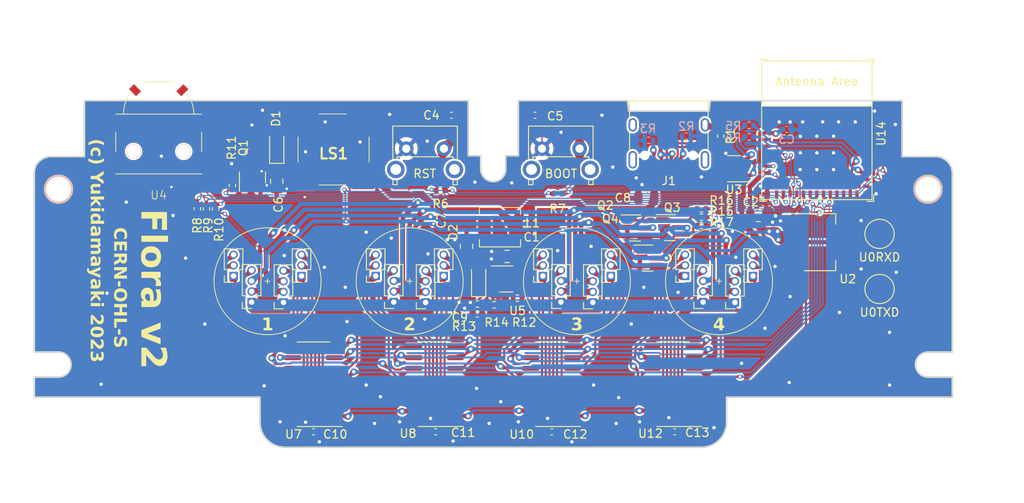
<source format=kicad_pcb>
(kicad_pcb (version 20221018) (generator pcbnew)
  (layers (0 "F.Cu" signal) (31 "B.Cu" signal) (34 "B.Paste" user) (35 "F.Paste" user) (36 "B.SilkS" user "B.Silkscreen") (37 "F.SilkS" user "F.Silkscreen") (38 "B.Mask" user) (39 "F.Mask" user) (44 "Edge.Cuts" user))
  (net 0 "")
  (net 1 "+5V")
  (net 2 "GND")
  (net 3 "+3.3V")
  (net 4 "unconnected-(LS1-PadMP1)")
  (net 5 "/~{BOOT}")
  (net 6 "+4V")
  (net 7 "Net-(U5-FB)")
  (net 8 "Net-(D1-A)")
  (net 9 "Net-(D2-A)")
  (net 10 "Net-(J1-CC1)")
  (net 11 "Net-(J1-D+-PadA6)")
  (net 12 "Net-(J1-D--PadA7)")
  (net 14 "Net-(J1-CC2)")
  (net 16 "Net-(J1-SHIELD)")
  (net 17 "Net-(Q1-G)")
  (net 18 "Net-(Q2-G)")
  (net 19 "/IV9/KB_SINK")
  (net 20 "Net-(Q3-G)")
  (net 21 "/IV9/KG_SINK")
  (net 22 "Net-(Q4-G)")
  (net 23 "/IV9/KR_SINK")
  (net 24 "Net-(R4-Pad1)")
  (net 25 "Net-(R5-Pad1)")
  (net 26 "Net-(U5-EN)")
  (net 27 "/~{RST}")
  (net 34 "Net-(U6-K5)")
  (net 35 "Net-(U6-K2)")
  (net 36 "Net-(U6-K3)")
  (net 37 "Net-(U6-K4)")
  (net 38 "Net-(U6-K7)")
  (net 39 "Net-(U6-K8)")
  (net 40 "Net-(U6-K9)")
  (net 41 "Net-(U6-K6)")
  (net 42 "Net-(U7-SER_OUT)")
  (net 43 "Net-(U8-DRAIN0)")
  (net 44 "Net-(U8-DRAIN1)")
  (net 45 "Net-(U8-DRAIN2)")
  (net 46 "Net-(U8-DRAIN3)")
  (net 47 "Net-(U10-SER_IN)")
  (net 48 "Net-(U8-DRAIN4)")
  (net 49 "Net-(U8-DRAIN5)")
  (net 50 "Net-(U8-DRAIN6)")
  (net 51 "Net-(U8-DRAIN7)")
  (net 52 "Net-(U10-DRAIN0)")
  (net 53 "Net-(U10-DRAIN1)")
  (net 54 "Net-(U10-DRAIN2)")
  (net 55 "Net-(U10-DRAIN3)")
  (net 56 "Net-(U10-SER_OUT)")
  (net 57 "Net-(U10-DRAIN4)")
  (net 58 "Net-(U10-DRAIN5)")
  (net 59 "Net-(U10-DRAIN6)")
  (net 60 "Net-(U10-DRAIN7)")
  (net 61 "Net-(U12-DRAIN0)")
  (net 62 "Net-(U12-DRAIN1)")
  (net 63 "Net-(U12-DRAIN2)")
  (net 64 "Net-(U12-DRAIN3)")
  (net 65 "/IV9/IV9_SER_OUT")
  (net 66 "Net-(U12-DRAIN4)")
  (net 67 "Net-(U12-DRAIN5)")
  (net 68 "Net-(U12-DRAIN6)")
  (net 69 "Net-(U12-DRAIN7)")
  (net 70 "Net-(U14-GPIO19{slash}USB_D+)")
  (net 71 "Net-(U14-GPIO18{slash}USB_D-)")
  (net 72 "Net-(U14-GPIO1{slash}ADC1_CH1{slash}XTAL_32K_N)")
  (net 73 "Net-(U14-GPIO21{slash}U0TXD)")
  (net 74 "Net-(U14-GPIO0{slash}ADC1_CH0{slash}XTAL_32K_P)")
  (net 75 "Net-(U14-GPIO20{slash}U0RXD)")
  (net 91 "/LED_KG")
  (net 92 "/LED_KB")
  (net 93 "/LED_KR")
  (net 94 "/SD")
  (net 95 "/IV9_~{RST}")
  (net 96 "/DIM")
  (net 97 "/LATCH")
  (net 98 "/SCK")
  (footprint "Flora:Kartusche_IV9" (layer "F.Cu") (at -27 0.87)
    (fp_text reference "U6" hide)
    (fp_text value "Kartusche IV9")
  )
  (footprint "Package_SO:SOIC-16_3.9x9.9mm_P1.27mm" (layer "F.Cu") (at -21.5 13.2 180)
    (fp_text reference "U7")
    (fp_text value "TPIC6C595 / TLC6C598")
  )
  (footprint "Package_TO_SOT_SMD:SOT-23" (layer "F.Cu") (at 21.1375 -5.55)
    (fp_text reference "Q3")
    (fp_text value "2N7002")
  )
  (footprint "Package_TO_SOT_SMD:SOT-23" (layer "F.Cu") (at -28.8 -11.5625 90)
    (fp_text reference "Q1")
    (fp_text value "2N7002")
  )
  (footprint "Capacitor_SMD:C_0402_1005Metric_Pad0.74x0.62mm_HandSolder" (layer "F.Cu") (at 21.7 18.9 180)
    (fp_text reference "C13")
    (fp_text value "100nF")
  )
  (footprint "Diode_SMD:D_SOD-323_HandSoldering" (layer "F.Cu") (at -25.9 -15.25 90)
    (fp_text reference "D1")
    (fp_text value "SOD323")
  )
  (footprint "Resistor_SMD:R_0402_1005Metric" (layer "F.Cu") (at 2.89 2.9)
    (fp_text reference "R12")
    (fp_text value "1M")
  )
  (footprint "PCM_Espressif:ESP32-C3-MINI-1" (layer "F.Cu") (at 38.7 -17.2)
    (fp_text reference "U14")
    (fp_text value "ESP32-C3-MINI-1")
  )
  (footprint "Capacitor_SMD:C_0402_1005Metric_Pad0.74x0.62mm_HandSolder" (layer "F.Cu") (at -21.5 18.9 180)
    (fp_text reference "C10")
    (fp_text value "100nF")
  )
  (footprint "Flora:MITSUMI_SIQ-02FVS3" (layer "F.Cu") (at -40.02 -16.734)
    (fp_text reference "U4")
    (fp_text value "~")
  )
  (footprint "Button_Switch_THT:SW_Tactile_SPST_Angled_PTS645Vx83-2LFS" (layer "F.Cu") (at -10.405 -15)
    (fp_text reference "SW1" hide)
    (fp_text value "RST")
  )
  (footprint "Resistor_SMD:R_0402_1005Metric" (layer "F.Cu") (at 24.9 -6.8 180)
    (fp_text reference "R15")
    (fp_text value "20")
  )
  (footprint "Package_SO:SOIC-16_3.9x9.9mm_P1.27mm" (layer "F.Cu") (at -7 13.2 180)
    (fp_text reference "U8")
    (fp_text value "TPIC6C595 / TLC6C598")
  )
  (footprint "Flora:CMT850385BSMTTR" (layer "F.Cu") (at -19.1 -14.9)
    (fp_text reference "LS1")
    (fp_text value "CMT-8503-85B-SMT-TR" hide)
  )
  (footprint "Resistor_SMD:R_0402_1005Metric" (layer "F.Cu") (at -6.3 -10 180)
    (fp_text reference "R6")
    (fp_text value "10K")
  )
  (footprint "Capacitor_SMD:C_0402_1005Metric_Pad0.74x0.62mm_HandSolder" (layer "F.Cu") (at -1.9 4.8)
    (fp_text reference "C9")
    (fp_text value "220pF")
  )
  (footprint "Capacitor_SMD:C_0402_1005Metric_Pad0.74x0.62mm_HandSolder" (layer "F.Cu") (at 7 18.9 180)
    (fp_text reference "C12")
    (fp_text value "100nF")
  )
  (footprint "TestPoint:TestPoint_Pad_D3.0mm" (layer "F.Cu") (at 46.2 -4.8)
    (fp_text reference "TP1" hide)
    (fp_text value "U0RXD")
  )
  (footprint "Flora:Kartusche_IV9" (layer "F.Cu") (at 27 0.87)
    (fp_text reference "U13" hide)
    (fp_text value "Kartusche IV9")
  )
  (footprint "Inductor_SMD:L_Sunlord_MWSA0402S" (layer "F.Cu") (at 0.8 -5.6 180)
    (fp_text reference "L1")
    (fp_text value "6.8uH")
  )
  (footprint "Capacitor_SMD:C_0402_1005Metric_Pad0.74x0.62mm_HandSolder" (layer "F.Cu") (at -5 -19 180)
    (fp_text reference "C4")
    (fp_text value "100nF")
  )
  (footprint "Resistor_SMD:R_0402_1005Metric" (layer "F.Cu") (at 7.7 -9.6 180)
    (fp_text reference "R7")
    (fp_text value "10K")
  )
  (footprint "Package_SO:SOIC-16_3.9x9.9mm_P1.27mm" (layer "F.Cu") (at 7 13.2 180)
    (fp_text reference "U10")
    (fp_text value "TPIC6C595 / TLC6C598")
  )
  (footprint "Capacitor_SMD:C_0805_2012Metric" (layer "F.Cu") (at -25.9 -11.1 -90)
    (fp_text reference "C6")
    (fp_text value "1uF")
  )
  (footprint "Resistor_SMD:R_0402_1005Metric" (layer "F.Cu") (at -33.2 -7.8 -90)
    (fp_text reference "R10")
    (fp_text value "10K")
  )
  (footprint "Capacitor_SMD:C_0402_1005Metric_Pad0.74x0.62mm_HandSolder" (layer "F.Cu") (at 5 -19 180)
    (fp_text reference "C5")
    (fp_text value "100nF")
  )
  (footprint "Connector_USB:USB_C_Receptacle_HRO_TYPE-C-31-M-12" (layer "F.Cu") (at 21 -16.8 180)
    (fp_text reference "J1")
    (fp_text value "USB_C_Receptacle_USB2.0")
  )
  (footprint "Package_TO_SOT_SMD:SOT-23-6" (layer "F.Cu") (at 28.8 -12.6 180)
    (fp_text reference "U3")
    (fp_text value "WE-TVS-82400102")
  )
  (footprint "Button_Switch_THT:SW_Tactile_SPST_Angled_PTS645Vx83-2LFS" (layer "F.Cu") (at 5.825 -15)
    (fp_text reference "SW2" hide)
    (fp_text value "BOOT")
  )
  (footprint "Capacitor_SMD:C_0805_2012Metric" (layer "F.Cu") (at 1.65 -2.1 180)
    (fp_text reference "C1")
    (fp_text value "1uF")
  )
  (footprint "Resistor_SMD:R_0402_1005Metric" (layer "F.Cu") (at -31.2 -10.6 -90)
    (fp_text reference "R11")
    (fp_text value "20")
  )
  (footprint "Resistor_SMD:R_0402_1005Metric" (layer "F.Cu") (at 27.2 -16.5 -90)
    (fp_text reference "R1")
    (fp_text value "0")
  )
  (footprint "Package_TO_SOT_SMD:SOT-223-3_TabPin2" (layer "F.Cu") (at 39.05 -3.8)
    (fp_text reference "U2")
    (fp_text value "LD1117S33TR_SOT223")
  )
  (footprint "Resistor_SMD:R_0402_1005Metric" (layer "F.Cu") (at -1.9 3.6 180)
    (fp_text reference "R13")
    (fp_text value "22K")
  )
  (footprint "Diode_SMD:D_SOD-323_HandSoldering" (layer "F.Cu") (at -1.75 0.7 90)
    (fp_text reference "D2")
    (fp_text value "SOD323")
  )
  (footprint "Capacitor_SMD:C_0805_2012Metric" (layer "F.Cu") (at 31.7 -7)
    (fp_text reference "C2")
    (fp_text value "1uF")
  )
  (footprint "Package_TO_SOT_SMD:SOT-23" (layer "F.Cu") (at 18.4625 -1.9)
    (fp_text reference "Q4")
    (fp_text value "2N7002")
  )
  (footprint "Flora:NPTH_1.5mm" (layer "F.Cu") (at -52 -10.15)
    (fp_text reference "REF**" hide)
    (fp_text value "NPTH_1.5mm" hide)
  )
  (footprint "TestPoint:TestPoint_Pad_D3.0mm" (layer "F.Cu") (at 46.2 1.8)
    (fp_text reference "TP2" hide)
    (fp_text value "U0TXD")
  )
  (footprint "Flora:Kartusche_IV9" (layer "F.Cu") (at 10 0.87)
    (fp_text reference "U11" hide)
    (fp_text value "Kartusche IV9")
  )
  (footprint "" (layer "F.Cu") (at 52 -10.15)
    (fp_text reference "")
    (fp_text value "")
  )
  (footprint "Resistor_SMD:R_0402_1005Metric" (layer "F.Cu") (at 24.9 -7.8 180)
    (fp_text reference "R16")
    (fp_text value "20")
  )
  (footprint "Resistor_SMD:R_0402_1005Metric" (layer "F.Cu") (at -35.4 -7.81 -90)
    (fp_text reference "R8")
    (fp_text value "10K")
  )
  (footprint "Capacitor_SMD:C_0805_2012Metric" (layer "F.Cu") (at 18.3 -9.1 180)
    (fp_text reference "C8")
    (fp_text value "1uF")
  )
  (footprint "Flora:Kartusche_IV9" (layer "F.Cu") (at -10 0.87)
    (fp_text reference "U9" hide)
    (fp_text value "Kartusche IV9")
  )
  (footprint "Package_TO_SOT_SMD:SOT-23" (layer "F.Cu") (at 16.9625 -5.5)
    (fp_text reference "Q2")
    (fp_text value "2N7002")
  )
  (footprint "Package_TO_SOT_SMD:SOT-23-5" (layer "F.Cu") (at 1.55 0.6)
    (fp_text reference "U5")
    (fp_text value "LMR62421XMF")
  )
  (footprint "Resistor_SMD:R_0402_1005Metric" (layer "F.Cu") (at 0.1 3.7 180)
    (fp_text reference "R14")
    (fp_text value "10K")
  )
  (footprint "Fiducial:Fiducial_1.5mm_Mask4.5mm" (layer "F.Cu") (at -32.6 10.8)
    (fp_text reference "REF**" hide)
    (fp_text value "Fiducial_1.5mm_Mask4.5mm" hide)
  )
  (footprint "Resistor_SMD:R_0402_1005Metric" (layer "F.Cu") (at -34.3 -7.79 -90)
    (fp_text reference "R9")
    (fp_text value "10K")
  )
  (footprint "Package_SO:SOIC-16_3.9x9.9mm_P1.27mm" (layer "F.Cu") (at 21.5 13.2 180)
    (fp_text reference "U12")
    (fp_text value "TPIC6C595 / TLC6C598")
  )
  (footprint "Capacitor_SMD:C_0402_1005Metric_Pad0.74x0.62mm_HandSolder" (layer "F.Cu") (at -6.9 18.9 180)
    (fp_text reference "C11")
    (fp_text value "100nF")
  )
  (footprint "Capacitor_SMD:C_0805_2012Metric" (layer "F.Cu") (at -3.2 -3.3 90)
    (fp_text reference "C7")
    (fp_text value "1uF")
  )
  (footprint "Resistor_SMD:R_0402_1005Metric" (layer "F.Cu") (at 24.9 -5.8 180)
    (fp_text reference "R17")
    (fp_text value "20")
  )
  (footprint "Capacitor_SMD:C_0402_1005Metric_Pad0.74x0.62mm_HandSolder" (layer "B.Cu") (at 35.1 -17.3)
    (fp_text reference "C3")
    (fp_text value "100nF")
  )
  (footprint "Resistor_SMD:R_0402_1005Metric" (layer "B.Cu") (at 30.6 -17.8)
    (fp_text reference "R5")
    (fp_text value "22")
  )
  (footprint "Resistor_SMD:R_0402_1005Metric" (layer "B.Cu") (at 30.6 -16.4)
    (fp_text reference "R4")
    (fp_text value "22")
  )
  (footprint "Resistor_SMD:R_0402_1005Metric" (layer "B.Cu") (at 23.1 -16.5 180)
    (fp_text reference "R2")
    (fp_text value "5.1K")
  )
  (footprint "Resistor_SMD:R_0402_1005Metric" (layer "B.Cu") (at 18.6 -16)
    (fp_text reference "R3")
    (fp_text value "5.1K")
  )
  (gr_line (start 25.95 -20.749999) (end 48.900001 -20.749999) (stroke (width 0.2)) (layer "Edge.Cuts"))
  (gr_line (start 52 12.350001) (end 54.899999 12.350001) (stroke (width 0.2)) (layer "Edge.Cuts"))
  (gr_arc (start 52.900001 -14.05) (mid 54.314214 -13.464213) (end 54.900002 -12.049999) (stroke (width 0.2)) (layer "Edge.Cuts"))
  (gr_line (start 2.999999 -20.749999) (end 16.05 -20.749999) (stroke (width 0.2)) (layer "Edge.Cuts"))
  (gr_line (start 27.9 17.750003) (end 27.9 14.750001) (stroke (width 0.2)) (layer "Edge.Cuts"))
  (gr_line (start 52 9.350002) (end 54.899999 9.350002) (stroke (width 0.2)) (layer "Edge.Cuts"))
  (gr_line (start -1.5 -14.15) (end -1.499166 -12.599998) (stroke (width 0.2)) (layer "Edge.Cuts"))
  (gr_line (start -54.899999 14.750001) (end -27.9 14.750001) (stroke (width 0.2)) (layer "Edge.Cuts"))
  (gr_line (start -54.899999 14.750001) (end -54.899999 12.350001) (stroke (width 0.2)) (layer "Edge.Cuts"))
  (gr_line (start -54.899999 9.350002) (end -52 9.350002) (stroke (width 0.2)) (layer "Edge.Cuts"))
  (gr_line (start 27.9 14.750001) (end 54.899999 14.750001) (stroke (width 0.2)) (layer "Edge.Cuts"))
  (gr_line (start -48.900001 -20.749999) (end -2.999999 -20.749999) (stroke (width 0.2)) (layer "Edge.Cuts"))
  (gr_line (start -48.900001 -14.05) (end -48.900001 -20.749999) (stroke (width 0.2)) (layer "Edge.Cuts"))
  (gr_arc (start 52 12.350001) (mid 50.499999 10.85) (end 52 9.350002) (stroke (width 0.2)) (layer "Edge.Cuts"))
  (gr_line (start 54.899999 9.350002) (end 54.899999 -12.049999) (stroke (width 0.2)) (layer "Edge.Cuts"))
  (gr_line (start -2.999999 -14.15) (end -1.5 -14.15) (stroke (width 0.2)) (layer "Edge.Cuts"))
  (gr_arc (start -52 9.350002) (mid -50.500002 10.850001) (end -52 12.350001) (stroke (width 0.2)) (layer "Edge.Cuts"))
  (gr_line (start -54.899999 12.350001) (end -52 12.350001) (stroke (width 0.2)) (layer "Edge.Cuts"))
  (gr_line (start 48.900001 -14.05) (end 52.900001 -14.05) (stroke (width 0.2)) (layer "Edge.Cuts"))
  (gr_line (start 54.899999 14.750001) (end 54.899999 12.350001) (stroke (width 0.2)) (layer "Edge.Cuts"))
  (gr_line (start 48.900001 -14.05) (end 48.900001 -20.749999) (stroke (width 0.2)) (layer "Edge.Cuts"))
  (gr_line (start -54.899999 9.350002) (end -54.899999 -12.049999) (stroke (width 0.2)) (layer "Edge.Cuts"))
  (gr_line (start -2.999999 -14.15) (end -2.999999 -20.749999) (stroke (width 0.2)) (layer "Edge.Cuts"))
  (gr_arc (start 1.499166 -12.599998) (mid 0 -11.049997) (end -1.499166 -12.599998) (stroke (width 0.2)) (layer "Edge.Cuts"))
  (gr_line (start 1.5 -14.15) (end 2.999999 -14.15) (stroke (width 0.2)) (layer "Edge.Cuts"))
  (gr_arc (start -24.900001 20.750002) (mid -27.021321 19.871323) (end -27.9 17.750003) (stroke (width 0.2)) (layer "Edge.Cuts"))
  (gr_line (start -24.900001 20.750002) (end 24.900001 20.750002) (stroke (width 0.2)) (layer "Edge.Cuts"))
  (gr_line (start 16.2 -19.5) (end 16.05 -20.749999) (stroke (width 0.2)) (layer "Edge.Cuts"))
  (gr_arc (start -54.900002 -12.049999) (mid -54.314215 -13.464213) (end -52.900001 -14.05) (stroke (width 0.2)) (layer "Edge.Cuts"))
  (gr_line (start 1.499166 -12.599998) (end 1.5 -14.15) (stroke (width 0.2)) (layer "Edge.Cuts"))
  (gr_line (start 2.999999 -14.15) (end 2.999999 -20.749999) (stroke (width 0.2)) (layer "Edge.Cuts"))
  (gr_line (start -27.9 17.750003) (end -27.9 14.750001) (stroke (width 0.2)) (layer "Edge.Cuts"))
  (gr_arc (start 27.9 17.750003) (mid 27.02132 19.871321) (end 24.900001 20.750002) (stroke (width 0.2)) (layer "Edge.Cuts"))
  (gr_line (start 25.8 -19.5) (end 25.95 -20.749999) (stroke (width 0.2)) (layer "Edge.Cuts"))
  (gr_line (start -52.900001 -14.05) (end -48.900001 -14.05) (stroke (width 0.2)) (layer "Edge.Cuts"))
  (gr_line (start 16.2 -19.5) (end 25.8 -19.5) (stroke (width 0.2)) (layer "Edge.Cuts"))
  (gr_text "3" (at 10 7) (layer "F.SilkS") (effects (font (size 1.5 1.5) (thickness 0.3) bold) (justify bottom)))
  (gr_text "(c) Yukidamayaki 2023" (at -48.4 -16.2 -90) (layer "F.SilkS") (effects (font (size 1.5 1.5) (thickness 0.3) bold) (justify left bottom)))
  (gr_text "Flora v2" (at -42.6 -7.8 -90) (layer "F.SilkS") (effects (font (size 3 3) (thickness 0.3) bold) (justify left bottom)))
  (gr_text "2" (at -10 7) (layer "F.SilkS") (effects (font (size 1.5 1.5) (thickness 0.3) bold) (justify bottom)))
  (gr_text "4" (at 27 7) (layer "F.SilkS") (effects (font (size 1.5 1.5) (thickness 0.3) bold) (justify bottom)))
  (gr_text "CERN-OHL-S" (at -45.6 -5.6 270) (layer "F.SilkS") (effects (font (size 1.5 1.5) (thickness 0.3) bold) (justify left bottom)))
  (gr_text "1" (at -27 7) (layer "F.SilkS") (effects (font (size 1.5 1.5) (thickness 0.3) bold) (justify bottom)))
  (segment (start 28.625 -10.775) (end 28.4995 -10.6495) (width 0.75) (layer "F.Cu") (net 1))
  (segment (start 4.6 -5.3) (end 4.6 -8.410405) (width 0.75) (layer "F.Cu") (net 1))
  (segment (start -25.9 -12.05) (end -23.25 -12.05) (width 0.5) (layer "F.Cu") (net 1))
  (segment (start 3.9 -2.9) (end 3.9 -4.6) (width 0.75) (layer "F.Cu") (net 1))
  (segment (start 28.8 -12.2) (end 28.8 -11.449092) (width 0.25) (layer "F.Cu") (net 1))
  (segment (start 18.8 -11.155) (end 19.25 -10.705) (width 0.75) (layer "F.Cu") (net 1))
  (segment (start -25.9 -14) (end -25.9 -12.05) (width 0.5) (layer "F.Cu") (net 1))
  (segment (start 3.9 -4.35) (end 3.9 -2.9) (width 0.75) (layer "F.Cu") (net 1))
  (segment (start 23.45 -11.08) (end 23.45 -11.155) (width 0.75) (layer "F.Cu") (net 1))
  (segment (start 3.8 -2.2) (end 3.9 -2.3) (width 0.75) (layer "F.Cu") (net 1))
  (segment (start 3.9 -2.9) (end 3.9 -2.3) (width 0.75) (layer "F.Cu") (net 1))
  (segment (start 28.250908 -10.9) (end 23.8 -10.9) (width 0.25) (layer "F.Cu") (net 1))
  (segment (start -14.2 -13.7) (end -20.3 -13.7) (width 0.75) (layer "F.Cu") (net 1))
  (segment (start 18.452 -7.752) (end 10.848 -7.752) (width 0.75) (layer "F.Cu") (net 1))
  (segment (start -20.3 -13.7) (end -22.6 -11.4) (width 0.75) (layer "F.Cu") (net 1))
  (segment (start 4.6 -8.410405) (end 4.7 -8.510405) (width 0.75) (layer "F.Cu") (net 1))
  (segment (start 3.9 -4.6) (end 4.6 -5.3) (width 0.75) (layer "F.Cu") (net 1))
  (segment (start 2.6 -2.2) (end 3.8 -2.2) (width 0.75) (layer "F.Cu") (net 1))
  (segment (start 19.25 -10.705) (end 19.25 -9.1) (width 0.75) (layer "F.Cu") (net 1))
  (segment (start 27.6625 -12.6) (end 28.4 -12.6) (width 0.25) (layer "F.Cu") (net 1))
  (segment (start 28.4995 -10.6495) (end 27.8 -10.6495) (width 0.75) (layer "F.Cu") (net 1))
  (segment (start 35.9 -1.5) (end 34.375621 -1.5) (width 0.75) (layer "F.Cu") (net 1))
  (segment (start 3.9 -2.3) (end 3.9 -0.7) (width 0.75) (layer "F.Cu") (net 1))
  (segment (start 3.4 2.9) (end 3.9 2.4) (width 0.25) (layer "F.Cu") (net 1))
  (segment (start 2.65 -6.65) (end 4.510405 -8.510405) (width 0.75) (layer "F.Cu") (net 1))
  (segment (start 18.55 -11.48) (end 18.55 -12.455) (width 0.25) (layer "F.Cu") (net 1))
  (segment (start 3.9 -0.7) (end 3.7 -0.5) (width 0.75) (layer "F.Cu") (net 1))
  (segment (start 23.8805 -10.6495) (end 23.45 -11.08) (width 0.75) (layer "F.Cu") (net 1))
  (segment (start 28.625 -10.775) (end 28.250908 -10.775) (width 0.75) (layer "F.Cu") (net 1))
  (segment (start -6.6 -7.6) (end -8.5 -9.5) (width 0.75) (layer "F.Cu") (net 1))
  (segment (start 27.8 -10.6495) (end 23.8805 -10.6495) (width 0.75) (layer "F.Cu") (net 1))
  (segment (start 3.55 -0.35) (end 3.7 -0.5) (width 0.5) (layer "F.Cu") (net 1))
  (segment (start -12.2 -9.5) (end -13.5 -10.8) (width 0.75) (layer "F.Cu") (net 1))
  (segment (start 28.625 -7.250621) (end 28.625 -9.8) (width 0.75) (layer "F.Cu") (net 1))
  (segment (start 19.25 -8.55) (end 18.452 -7.752) (width 0.75) (layer "F.Cu") (net 1))
  (segment (start 23.37 -11.33) (end 23.37 -11.4) (width 0.25) (layer "F.Cu") (net 1))
  (segment (start 3.9 2.4) (end 3.9 -0.3) (width 0.25) (layer "F.Cu") (net 1))
  (segment (start 23.8 -10.9) (end 23.37 -11.33) (width 0.25) (layer "F.Cu") (net 1))
  (segment (start -23.25 -12.05) (end -22.6 -11.4) (width 0.5) (layer "F.Cu") (net 1))
  (segment (start 2.6875 -0.35) (end 3.55 -0.35) (width 0.5) (layer "F.Cu") (net 1))
  (segment (start 3.9 -0.3) (end 3.7 -0.5) (width 0.25) (layer "F.Cu") (net 1))
  (segment (start 19.25 -10.705) (end 19.25 -8.55) (width 0.75) (layer "F.Cu") (net 1))
  (segment (start -13.5 -10.8) (end -13.5 -13) (width 0.75) (layer "F.Cu") (net 1))
  (segment (start 34.375621 -1.5) (end 28.625 -7.250621) (width 0.75) (layer "F.Cu") (net 1))
  (segment (start 27.8 -10.6495) (end 27.8 -10.625) (width 0.75) (layer "F.Cu") (net 1))
  (segment (start 2.65 -5.6) (end 0.65 -7.6) (width 0.75) (layer "F.Cu") (net 1))
  (segment (start 10.848 -7.752) (end 10.089595 -8.510405) (width 0.75) (layer "F.Cu") (net 1))
  (segment (start 18.63 -11.4) (end 18.55 -11.48) (width 0.25) (layer "F.Cu") (net 1))
  (segment (start 23.45 -11.155) (end 18.8 -11.155) (width 0.75) (layer "F.Cu") (net 1))
  (segment (start 2.65 -5.6) (end 3.9 -4.35) (width 0.75) (layer "F.Cu") (net 1))
  (segment (start 0.65 -7.6) (end -6.6 -7.6) (width 0.75) (layer "F.Cu") (net 1))
  (segment (start 23.45 -11.48) (end 23.37 -11.4) (width 0.25) (layer "F.Cu") (net 1))
  (segment (start 23.37 -11.4) (end 18.63 -11.4) (width 0.25) (layer "F.Cu") (net 1))
  (segment (start 2.65 -5.6) (end 2.65 -6.65) (width 0.75) (layer "F.Cu") (net 1))
  (segment (start -13.5 -13) (end -14.2 -13.7) (width 0.75) (layer "F.Cu") (net 1))
  (segment (start 4.510405 -8.510405) (end 4.7 -8.510405) (width 0.75) (layer "F.Cu") (net 1))
  (segment (start 10.089595 -8.510405) (end 4.7 -8.510405) (width 0.75) (layer "F.Cu") (net 1))
  (segment (start 28.625 -9.8) (end 28.625 -10.775) (width 0.75) (layer "F.Cu") (net 1))
  (segment (start 28.4 -12.6) (end 28.8 -12.2) (width 0.25) (layer "F.Cu") (net 1))
  (segment (start 27.8 -10.625) (end 28.625 -9.8) (width 0.75) (layer "F.Cu") (net 1))
  (segment (start -8.5 -9.5) (end -12.2 -9.5) (width 0.75) (layer "F.Cu") (net 1))
  (segment (start 28.8 -11.449092) (end 28.250908 -10.9) (width 0.25) (layer "F.Cu") (net 1))
  (segment (start 23.45 -11.48) (end 23.45 -12.455) (width 0.25) (layer "F.Cu") (net 1))
  (segment (start 36.3 -19.4) (end 36.3 -18.6) (width 0.25) (layer "F.Cu") (net 2))
  (segment (start 28.0495 -14.2) (end 27.8 -14.4495) (width 0.25) (layer "F.Cu") (net 2))
  (segment (start 4.525 17.645) (end 6.145 17.645) (width 0.25) (layer "F.Cu") (net 2))
  (segment (start 45.75 -9.55) (end 45.8 -9.6) (width 0.25) (layer "F.Cu") (net 2))
  (segment (start -7.855 17.645) (end -7.4675 18.0325) (width 0.25) (layer "F.Cu") (net 2))
  (segment (start 34.2 -18.5) (end 34.7 -18.5) (width 0.25) (layer "F.Cu") (net 2))
  (segment (start 39.5 -19.4) (end 39.5 -18.6) (width 0.25) (layer "F.Cu") (net 2))
  (segment (start 38.7 -19.4) (end 38.7 -18.5) (width 0.25) (layer "F.Cu") (net 2))
  (segment (start 27.2 -15.99) (end 27.41 -15.99) (width 0.25) (layer "F.Cu") (net 2))
  (segment (start 35.5 -9.6) (end 35.5 -10.3) (width 0.25) (layer "F.Cu") (net 2))
  (segment (start -24.75 -10.15) (end -24.7 -10.2) (width 0.5) (layer "F.Cu") (net 2))
  (segment (start -38.545 -11.47) (end -38.545 -10.445) (width 0.127) (layer "F.Cu") (net 2))
  (segment (start -22.0675 18.1325) (end -22.0675 18.9) (width 0.25) (layer "F.Cu") (net 2))
  (segment (start 42.7 -19.4) (end 42.7 -18.5) (width 0.25) (layer "F.Cu") (net 2))
  (segment (start 1.525 2.785) (end 0.61 3.7) (width 0.5) (layer "F.Cu") (net 2))
  (segment (start 0.85 -2.7) (end -0.2 -2.7) (width 0.25) (layer "F.Cu") (net 2))
  (segment (start 1.525 2.3) (end 1.525 2.785) (width 0.5) (layer "F.Cu") (net 2))
  (segment (start 35.5 -19.4) (end 35.5 -18.6) (width 0.25) (layer "F.Cu") (net 2))
  (segment (start 1.525 0.052684) (end 0.977684 0.6) (width 0.5) (layer "F.Cu") (net 2))
  (segment (start -38.545 -10.445) (end -38.5 -10.4) (width 0.127) (layer "F.Cu") (net 2))
  (segment (start 24.25 -12.455) (end 24.25 -12.2745) (width 0.25) (layer "F.Cu") (net 2))
  (segment (start 38.7 -18.5) (end 39.4 -18.5) (width 0.25) (layer "F.Cu") (net 2))
  (segment (start -23.975 17.645) (end -25.445 17.645) (width 0.25) (layer "F.Cu") (net 2))
  (segment (start 40.3 -18.5) (end 41.3 -18.5) (width 0.25) (layer "F.Cu") (net 2))
  (segment (start 16.85 -0.95) (end 17.525 -0.95) (width 0.5) (layer "F.Cu") (net 2))
  (segment (start -25.9 -10.15) (end -26.625 -10.15) (width 0.5) (layer "F.Cu") (net 2))
  (segment (start 33.9 -19.4) (end 33.9 -18.7) (width 0.25) (layer "F.Cu") (net 2))
  (segment (start 17 -3.6) (end 16.684816 -3.6) (width 0.5) (layer "F.Cu") (net 2))
  (segment (start 35.5 -18.6) (end 35.4 -18.5) (width 0.25) (layer "F.Cu") (net 2))
  (segment (start 35.3 -10.5) (end 32.8 -10.5) (width 0.25) (layer "F.Cu") (net 2))
  (segment (start -9.475 17.645) (end -7.855 17.645) (width 0.25) (layer "F.Cu") (net 2))
  (segment (start 44.65 -19.45) (end 45.55 -19.45) (width 0.25) (layer "F.Cu") (net 2))
  (segment (start 32.8 -18.5) (end 34.2 -18.5) (width 0.25) (layer "F.Cu") (net 2))
  (segment (start 28.9 -14.2) (end 28.0495 -14.2) (width 0.25) (layer "F.Cu") (net 2))
  (segment (start 44.65 -9.55) (end 45.75 -9.55) (width 0.25) (layer "F.Cu") (net 2))
  (segment (start 4.525 17.645) (end 3.055 17.645) (width 0.25) (layer "F.Cu") (net 2))
  (segment (start 24.25 -12.2745) (end 24.9 -11.6245) (width 0.25) (layer "F.Cu") (net 2))
  (segment (start 33.9 -18.7) (end 34.1 -18.5) (width 0.25) (layer "F.Cu") (net 2))
  (segment (start 17.5 -4.55) (end 17.5 -4.1) (width 0.5) (layer "F.Cu") (net 2))
  (segment (start -5.5675 -19) (end -6.405 -19) (width 0.127) (layer "F.Cu") (net 2))
  (segment (start 6.4325 17.9325) (end 6.4325 18.9) (width 0.25) (layer "F.Cu") (net 2))
  (segment (start 41.9 -18.5) (end 42.7 -18.5) (width 0.25) (layer "F.Cu") (net 2))
  (segment (start 19.025 17.645) (end 20.555 17.645) (width 0.25) (layer "F.Cu") (net 2))
  (segment (start 16.684816 -3.6) (end 16.3375 -3.252684) (width 0.5) (layer "F.Cu") (net 2))
  (segment (start 33.1 -7.6) (end 32.65 -7.6) (width 0.75) (layer "F.Cu") (net 2))
  (segment (start 1.525 1.050001) (end 1.525 2.3) (width 0.5) (layer "F.Cu") (net 2))
  (segment (start -3.2 -4.25) (end -5.35 -4.25) (width 0.5) (layer "F.Cu") (net 2))
  (segment (start 41.1 -19.4) (end 41.1 -18.7) (width 0.25) (layer "F.Cu") (net 2))
  (segment (start -5.35 -4.25) (end -5.5 -4.1) (width 0.5) (layer "F.Cu") (net 2))
  (segment (start 17.1 -10.5) (end 17.1 -11.5) (width 0.75) (layer "F.Cu") (net 2))
  (segment (start 32.1 -18.5) (end 32.8 -18.5) (width 0.25) (layer "F.Cu") (net 2))
  (segment (start -22.555 17.645) (end -22.45 17.75) (width 0.25) (layer "F.Cu") (net 2))
  (segment (start 41.3 -18.5) (end 41.9 -18.5) (width 0.25) (layer "F.Cu") (net 2))
  (segment (start 17.75 -12.455) (end 17.75 -10.75) (width 0.25) (layer "F.Cu") (net 2))
  (segment (start 33.8 -6.1) (end 32.9 -7) (width 0.75) (layer "F.Cu") (net 2))
  (segment (start -25.9 -10.15) (end -24.75 -10.15) (width 0.5) (layer "F.Cu") (net 2))
  (segment (start 37.9 -18.5) (end 38.7 -18.5) (width 0.25) (layer "F.Cu") (net 2))
  (segment (start -27.85 -10.625) (end -27.1 -10.625) (width 0.5) (layer "F.Cu") (net 2))
  (segment (start -2.8 -4.25) (end -5.35 -4.25) (width 0.25) (layer "F.Cu") (net 2))
  (segment (start 31.9495 -9.6505) (end 31.9495 -10.5) (width 0.25) (layer "F.Cu") (net 2))
  (segment (start 19.025 17.645) (end 20.645 17.645) (width 0.25) (layer "F.Cu") (net 2))
  (segment (start 1.525 -1.375) (end 1.525 0.052684) (width 0.5) (layer "F.Cu") (net 2))
  (segment (start 34.7 -18.5) (end 35.4 -18.5) (width 0.25) (layer "F.Cu") (net 2))
  (segment (start 35.4 -18.5) (end 36.2 -18.5) (width 0.25) (layer "F.Cu") (net 2))
  (segment (start 17.35 -9.1) (end 17.35 -10.25) (width 0.75) (layer "F.Cu") (net 2))
  (segment (start 3.055 17.645) (end 3 17.7) (width 0.25) (layer "F.Cu") (net 2))
  (segment (start -6.405 -19) (end -10.405 -15) (width 0.127) (layer "F.Cu") (net 2))
  (segment (start 37.1 -18.5) (end 37.9 -18.5) (width 0.25) (layer "F.Cu") (net 2))
  (segment (start 36.3 -18.6) (end 36.2 -18.5) (width 0.25) (layer "F.Cu") (net 2))
  (segment (start 16.025 -4.55) (end 17.5 -4.55) (width 0.5) (layer "F.Cu") (net 2))
  (segment (start 17.555 17.645) (end 17.5 17.7) (width 0.25) (layer "F.Cu") (net 2))
  (segment (start 16.3375 -1.4625) (end 16.85 -0.95) (width 0.5) (layer "F.Cu") (net 2))
  (segment (start 0.977684 0.6) (end 0.4125 0.6) (width 0.5) (layer "F.Cu") (net 2))
  (segment (start 27.41 -15.99) (end 28.9 -14.5) (width 0.25) (layer "F.Cu") (net 2))
  (segment (start 17.75 -10.75) (end 17.8 -10.7) (width 0.25) (layer "F.Cu") (net 2))
  (segment (start 0.4125 0.6) (end 1.074999 0.6) (width 0.5) (layer "F.Cu") (net 2))
  (segment (start 17.5 -4.1) (end 17 -3.6) (width 0.5) (layer "F.Cu") (net 2))
  (segment (start -9.475 17.645) (end -11.145 17.645) (width 0.25) (layer "F.Cu") (net 2))
  (segment (start 37.1 -19.4) (end 37.1 -18.5) (width 0.25) (layer "F.Cu") (net 2))
  (segment (start -9.475 17.645) (end -7.845 17.645) (width 0.25) (layer "F.Cu") (net 2))
  (segment (start 31.95 -19.45) (end 31.9 -19.4) (width 0.25) (layer "F.Cu") (net 2))
  (segment (start 32.75 -9.55) (end 32.05 -9.55) (width 0.25) (layer "F.Cu") (net 2))
  (segment (start 17.5 -4.55) (end 20.15 -4.55) (width 0.5) (layer "F.Cu") (net 2))
  (segment (start -23.975 17.645) (end -22.555 17.645) (width 0.25) (layer "F.Cu") (net 2))
  (segment (start 31.9 -17.8) (end 32 -17.7) (width 0.25) (layer "F.Cu") (net 2))
  (segment (start 4.525 17.645) (end 6.155 17.645) (width 0.25) (layer "F.Cu") (net 2))
  (segment (start 32.05 -9.55) (end 31.9495 -9.6505) (width 0.25) (layer "F.Cu") (net 2))
  (segment (start -11.145 17.645) (end -11.2 17.7) (width 0.25) (layer "F.Cu") (net 2))
  (segment (start 4.4325 -17.7675) (end 5.825 -16.375) (width 0.127) (layer "F.Cu") (net 2))
  (segment (start 21.1325 18.1325) (end 21.1325 18.9) (width 0.25) (layer "F.Cu") (net 2))
  (segment (start 31.9 -18.7) (end 31.9 -17.8) (width 0.25) (layer "F.Cu") (net 2))
  (segment (start 28.9 -14.5) (end 28.9 -14.2) (width 0.25) (layer "F.Cu") (net 2))
  (segment (start 0.825 -1.8) (end -0.225 -1.8) (width 0.25) (layer "F.Cu") (net 2))
  (segment (start 45.55 -19.45) (end 45.6 -19.5) (width 0.25) (layer "F.Cu") (net 2))
  (segment (start 4.4325 -19) (end 4.4325 -17.7675) (width 0.127) (layer "F.Cu") (net 2))
  (segment (start 34.35 -6.35) (end 33.1 -7.6) (width 0.75) (layer "F.Cu") (net 2))
  (segment (start 42.7 -18.5) (end 43.3 -18.5) (width 0.25) (layer "F.Cu") (net 2))
  (segment (start 35.9 -6.1) (end 33.8 -6.1) (width 0.75) (layer "F.Cu") (net 2))
  (segment (start 41.1 -18.7) (end 41.3 -18.5) (width 0.25) (layer "F.Cu") (net 2))
  (segment (start 32.75 -19.45) (end 31.95 -19.45) (width 0.25) (layer "F.Cu") (net 2))
  (segment (start 20.645 17.645) (end 21.1325 18.1325) (width 0.25) (layer "F.Cu") (net 2))
  (segment (start 19.025 17.645) (end 17.555 17.645) (width 0.25) (layer "F.Cu") (net 2))
  (segment (start 6.145 17.645) (end 6.4325 17.9325) (width 0.25) (layer "F.Cu") (net 2))
  (segment (start 1.525 2.3) (end 1.525 0.052684) (width 0.5) (layer "F.Cu") (net 2))
  (segment (start 20.15 -4.55) (end 20.2 -4.6) (width 0.5) (layer "F.Cu") (net 2))
  (segment (start -3.7 -4.275) (end -4.425 -4.275) (width 0.25) (layer "F.Cu") (net 2))
  (segment (start -25.445 17.645) (end -25.5 17.7) (width 0.25) (layer "F.Cu") (net 2))
  (segment (start 31.9 -19.4) (end 31.9 -18.7) (width 0.25) (layer "F.Cu") (net 2))
  (segment (start 29.3 -12.6) (end 29.9375 -12.6) (width 0.25) (layer "F.Cu") (net 2))
  (segment (start 17.75 -12.455) (end 17.75 -12.15) (width 0.25) (layer "F.Cu") (net 2))
  (segment (start 41.9 -19.4) (end 41.9 -18.5) (width 0.25) (layer "F.Cu") (net 2))
  (segment (start 31.9 -18.7) (end 32.1 -18.5) (width 0.25) (layer "F.Cu") (net 2))
  (segment (start -4.425 -4.275) (end -4.6 -4.1) (width 0.25) (layer "F.Cu") (net 2))
  (segment (start 35.5 -10.3) (end 35.3 -10.5) (width 0.25) (layer "F.Cu") (net 2))
  (segment (start -27.85 -10.625) (end -27.85 -12.15) (width 0.5) (layer "F.Cu") (net 2))
  (segment (start 6.155 17.645) (end 6.5 17.3) (width 0.25) (layer "F.Cu") (net 2))
  (segment (start 17.35 -10.25) (end 17.8 -10.7) (width 0.75) (layer "F.Cu") (net 2))
  (segment (start 39.5 -18.6) (end 39.4 -18.5) (width 0.25) (layer "F.Cu") (net 2))
  (segment (start 16.3375 -3.252684) (end 16.3375 -1.4625) (width 0.5) (layer "F.Cu") (net 2))
  (segment (start 43.5 -18.7) (end 43.5 -19.4) (width 0.25) (layer "F.Cu") (net 2))
  (segment (start -7.4675 18.0325) (end -7.4675 18.9) (width 0.25) (layer "F.Cu") (net 2))
  (segment (start -27.85 -12.15) (end -27.7 -12.3) (width 0.5) (layer "F.Cu") (net 2))
  (segment (start -22.45 17.75) (end -22.0675 18.1325) (width 0.25) (layer "F.Cu") (net 2))
  (segment (start 0.7 -2.2) (end 1.525 -1.375) (width 0.5) (layer "F.Cu") (net 2))
  (segment (start 20.555 17.645) (end 21 17.2) (width 0.25) (layer "F.Cu") (net 2))
  (segment (start 34.7 -19.4) (end 34.7 -18.5) (width 0.25) (layer "F.Cu") (net 2))
  (segment (start 39.4 -18.5) (end 40.3 -18.5) (width 0.25) (layer "F.Cu") (net 2))
  (segment (start -26.625 -10.15) (end -27.1 -10.625) (width 0.5) (layer "F.Cu") (net 2))
  (segment (start 28.9 -13) (end 29.3 -12.6) (width 0.25) (layer "F.Cu") (net 2))
  (segment (start 1.074999 0.6) (end 1.525 1.050001) (width 0.5) (layer "F.Cu") (net 2))
  (segment (start 40.3 -19.4) (end 40.3 -18.5) (width 0.25) (layer "F.Cu") (net 2))
  (segment (start 28.9 -14.2) (end 28.9 -13) (width 0.25) (layer "F.Cu") (net 2))
  (segment (start 17.35 -10.25) (end 17.1 -10.5) (width 0.75) (layer "F.Cu") (net 2))
  (segment (start 5.825 -16.375) (end 5.825 -15) (width 0.127) (layer "F.Cu") (net 2))
  (segment (start -7.845 17.645) (end -7.5 17.3) (width 0.25) (layer "F.Cu") (net 2))
  (segment (start 43.3 -18.5) (end 43.5 -18.7) (width 0.25) (layer "F.Cu") (net 2))
  (segment (start 37.9 -19.4) (end 37.9 -18.5) (width 0.25) (layer "F.Cu") (net 2))
  (segment (start 36.2 -18.5) (end 37.1 -18.5) (width 0.25) (layer "F.Cu") (net 2))
  (segment (start 34.1 -18.5) (end 34.2 -18.5) (width 0.25) (layer "F.Cu") (net 2))
  (segment (start 17.75 -12.15) (end 17.1 -11.5) (width 0.25) (layer "F.Cu") (net 2))
  (segment (start 32.8 -10.5) (end 31.9495 -10.5) (width 0.25) (layer "F.Cu") (net 2))
  (segment (start 32 -17.7) (end 32.8 -17.7) (width 0.25) (layer "F.Cu") (net 2))
  (via (at 0.9 15.3) (size 0.8) (drill 0.4) (layers "F.Cu" "B.Cu") (net 2))
  (via (at -25 -2.2) (size 0.8) (drill 0.4) (layers "F.Cu" "B.Cu") (net 2))
  (via (at -7.9 -15.9) (size 0.8) (drill 0.4) (layers "F.Cu" "B.Cu") (net 2))
  (via (at 44 -0.6) (size 0.8) (drill 0.4) (layers "F.Cu" "B.Cu") (net 2))
  (via (at -0.2 -2.7) (size 0.8) (drill 0.4) (layers "F.Cu" "B.Cu") (net 2))
  (via (at -20.2 -0.8) (size 0.8) (drill 0.4) (layers "F.Cu" "B.Cu") (net 2))
  (via (at 33.7 -0.9) (size 0.8) (drill 0.4) (layers "F.Cu" "B.Cu") (net 2))
  (via (at 38.7 -16.5) (size 0.8) (drill 0.4) (layers "F.Cu" "B.Cu") (net 2))
  (via (at 35.4 13) (size 0.8) (drill 0.4) (layers "F.Cu" "B.Cu") (net 2))
  (via (at 13 -19) (size 0.8) (drill 0.4) (layers "F.Cu" "B.Cu") (net 2))
  (via (at -24.7 -10.2) (size 0.5) (drill 0.3) (layers "F.Cu" "B.Cu") (net 2))
  (via (at -39.7 -14.1) (size 0.8) (drill 0.4) (layers "F.Cu" "B.Cu") (net 2))
  (via (at 31.9495 -10.5) (size 0.8) (drill 0.4) (layers "F.Cu" "B.Cu") (net 2))
  (via (at -17.7 1.6) (size 0.8) (drill 0.4) (layers "F.Cu" "B.Cu") (net 2))
  (via (at -2 13.7) (size 0.8) (drill 0.4) (layers "F.Cu" "B.Cu") (net 2))
  (via (at -12.4 -19.1) (size 0.8) (drill 0.4) (layers "F.Cu" "B.Cu") (net 2))
  (via (at 2.2 -10.9) (size 0.8) (drill 0.4) (layers "F.Cu" "B.Cu") (net 2))
  (via (at 29.7 10.7) (size 0.8) (drill 0.4) (layers "F.Cu" "B.Cu") (net 2))
  (via (at 34.2 -18.2) (size 0.8) (drill 0.4) (layers "F.Cu" "B.Cu") (net 2))
  (via (at 15 14.8) (size 0.8) (drill 0.4) (layers "F.Cu" "B.Cu") (net 2))
  (via (at -22.456243 -14.627631) (size 0.8) (drill 0.4) (layers "F.Cu" "B.Cu") (net 2))
  (via (at -12.2 -4.3) (size 0.8) (drill 0.4) (layers "F.Cu" "B.Cu") (net 2))
  (via (at -27.7 -12.3) (size 0.5) (drill 0.3) (layers "F.Cu" "B.Cu") (net 2))
  (via (at 48.1 -17.9) (size 0.8) (drill 0.4) (layers "F.Cu" "B.Cu") (net 2))
  (via (at -46.9 13.2) (size 0.8) (drill 0.4) (layers "F.Cu" "B.Cu") (net 2))
  (via (at -27.4 13.4) (size 0.8) (drill 0.4) (layers "F.Cu" "B.Cu") (net 2))
  (via (at 38.7 -12.5) (size 0.8) (drill 0.4) (layers "F.Cu" "B.Cu") (net 2))
  (via (at 16.5 6) (size 0.8) (drill 0.4) (layers "F.Cu" "B.Cu") (net 2))
  (via (at -20.8 20.1) (size 0.8) (drill 0.4) (layers "F.Cu" "B.Cu") (net 2))
  (via (at 7.7 -2.8) (size 0.8) (drill 0.4) (layers "F.Cu" "B.Cu") (net 2))
  (via (at 27.8 -14.4495) (size 0.8) (drill 0.4) (layers "F.Cu" "B.Cu") (net 2))
  (via (at 37 -18.2) (size 0.8) (drill 0.4) (layers "F.Cu" "B.Cu") (net 2))
  (via (at 26.4 18.4) (size 0.8) (drill 0.4) (layers "F.Cu" "B.Cu") (net 2))
  (via (at 40.7 -14.5) (size 0.8) (drill 0.4) (layers "F.Cu" "B.Cu") (net 2))
  (via (at 33.75 -6.95) (size 0.8) (drill 0.4) (layers "F.Cu" "B.Cu") (net 2))
  (via (at -15.2 13.3) (size 0.8) (drill 0.4) (layers "F.Cu" "B.Cu") (net 2))
  (via (at 32.5 6.5) (size 0.8) (drill 0.4) (layers "F.Cu" "B.Cu") (net 2))
  (via (at -31.3 -13.2) (size 0.8) (drill 0.4) (layers "F.Cu" "B.Cu") (net 2))
  (via (at 35.5 2.7) (size 0.8) (drill 0.4) (layers "F.Cu" "B.Cu") (net 2))
  (via (at 35.5 -18.2) (size 0.8) (drill 0.4) (layers "F.Cu" "B.Cu") (net 2))
  (via (at -15.2 -5) (size 0.8) (drill 0.4) (layers "F.Cu" "B.Cu") (net 2))
  (via (at -0.5 17.9) (size 0.8) (drill 0.4) (layers "F.Cu" "B.Cu") (net 2))
  (via (at -8.2 5.4) (size 0.8) (drill 0.4) (layers "F.Cu" "B.Cu") (net 2))
  (via (at 11.7 -3.3) (size 0.8) (drill 0.4) (layers "F.Cu" "B.Cu") (net 2))
  (via (at -0.225 -1.8) (size 0.8) (drill 0.4) (layers "F.Cu" "B.Cu") (net 2))
  (via (at 36.7 -12.5) (size 0.8) (drill 0.4) (layers "F.Cu" "B.Cu") (net 2))
  (via (at -38.3 -7) (size 0.8) (drill 0.4) (layers "F.Cu" "B.Cu") (net 2))
  (via (at -20.1 -18.2) (size 0.8) (drill 0.4) (layers "F.Cu" "B.Cu") (net 2))
  (via (at -13.500666 14.698416) (size 0.8) (drill 0.4) (layers "F.Cu" "B.Cu") (net 2))
  (via (at -28.868043 -17.833531) (size 0.8) (drill 0.4) (layers "F.Cu" "B.Cu") (net 2))
  (via (at -34.5 6) (size 0.8) (drill 0.4) (layers "F.Cu" "B.Cu") (net 2))
  (via (at -7.8 -2.4) (size 0.8) (drill 0.4) (layers "F.Cu" "B.Cu") (net 2))
  (via (at 17.1 -11.5) (size 0.8) (drill 0.4) (layers "F.Cu" "B.Cu") (net 2))
  (via (at 41.4 4.6) (size 0.8) (drill 0.4) (layers "F.Cu" "B.Cu") (net 2))
  (via (at 14.7 17.9) (size 0.8) (drill 0.4) (layers "F.Cu" "B.Cu") (net 2))
  (via (at -5.5 -4.1) (size 0.8) (drill 0.4) (layers "F.Cu" "B.Cu") (net 2))
  (via (at -15.931956 -15.808752) (size 0.8) (drill 0.4) (layers "F.Cu" "B.Cu") (net 2))
  (via (at -36.8 -1.9) (size 0.8) (drill 0.4) (layers "F.Cu" "B.Cu") (net 2))
  (via (at 22.1 2.2) (size 0.8) (drill 0.4) (layers "F.Cu" "B.Cu") (net 2))
  (via (at 40.7 -12.5) (size 0.8) (drill 0.4) (layers "F.Cu" "B.Cu") (net 2))
  (via (at -17.5 5.7) (size 0.8) (drill 0.4) (layers "F.Cu" "B.Cu") (net 2))
  (via (at 18 1.6) (size 0.8) (drill 0.4) (layers "F.Cu" "B.Cu") (net 2))
  (via (at 40.7 -16.5) (size 0.8) (drill 0.4) (layers "F.Cu" "B.Cu") (net 2))
  (via (at 45.6 -19.5) (size 0.8) (drill 0.4) (layers "F.Cu" "B.Cu") (net 2))
  (via (at 24.9 -11.6245) (size 0.8) (drill 0.4) (layers "F.Cu" "B.Cu") (net 2))
  (via (at 17.8 -10.7) (size 0.8) (drill 0.4) (layers "F.Cu" "B.Cu") (net 2))
  (via (at -24.9 7.4) (size 0.8) (drill 0.4) (layers "F.Cu" "B.Cu") (net 2))
  (via (at 12 13.3) (size 0.8) (drill 0.4) (layers "F.Cu" "B.Cu") (net 2))
  (via (at 34.35 -6.35) (size 0.8) (drill 0.4) (layers "F.Cu" "B.Cu") (net 2))
  (via (at 17.5 17.7) (size 0.8) (drill 0.4) (layers "F.Cu" "B.Cu") (net 2))
  (via (at -22.45 17.75) (size 0.8) (drill 0.4) (layers "F.Cu" "B.Cu") (net 2))
  (via (at 38.7 -14.5) (size 0.8) (drill 0.4) (layers "F.Cu" "B.Cu") (net 2))
  (via (at 9.4 20.1) (size 0.8) (drill 0.4) (layers "F.Cu" "B.Cu") (net 2))
  (via (at -2.2 -11) (size 0.8) (drill 0.4) (layers "F.Cu" "B.Cu") (net 2))
  (via (at 39.4 -18.2) (size 0.8) (drill 0.4) (layers "F.Cu" "B.Cu") (net 2))
  (via (at -4.6 -4.1) (size 0.8) (drill 0.4) (layers "F.Cu" "B.Cu") (net 2))
  (via (at 28.6 -5.1) (size 0.8) (drill 0.4) (layers "F.Cu" "B.Cu") (net 2))
  (via (at 33.4 -6.2) (size 0.8) (drill 0.4) (layers "F.Cu" "B.Cu") (net 2))
  (via (at 41.3 -18.2) (size 0.8) (drill 0.4) (layers "F.Cu" "B.Cu") (net 2))
  (via (at 36.725 -14.5) (size 0.8) (drill 0.4) (layers "F.Cu" "B.Cu") (net 2))
  (via (at 47.4 7) (size 0.8) (drill 0.4) (layers "F.Cu" "B.Cu") (net 2))
  (via (at 8.1 -16.9625) (size 0.8) (drill 0.4) (layers "F.Cu" "B.Cu") (net 2))
  (via (at 21 17.2) (size 0.8) (drill 0.4) (layers "F.Cu" "B.Cu") (net 2))
  (via (at 6.5 17.3) (size 0.8) (drill 0.4) (layers "F.Cu" "B.Cu") (net 2))
  (via (at -46.2 2.3) (size 0.8) (drill 0.4) (layers "F.Cu" "B.Cu") (net 2))
  (via (at -25.5 17.7) (size 0.8) (drill 0.4) (layers "F.Cu" "B.Cu") (net 2))
  (via (at -11.2 17.7) (size 0.8) (drill 0.4) (layers "F.Cu" "B.Cu") (net 2))
  (via (at 3 17.7) (size 0.8) (drill 0.4) (layers "F.Cu" "B.Cu") (net 2))
  (via (at 45.8 -9.6) (size 0.8) (drill 0.4) (layers "F.Cu" "B.Cu") (net 2))
  (via (at 47.4 13.3) (size 0.8) (drill 0.4) (layers "F.Cu" "B.Cu") (net 2))
  (via (at -43.9 -8.6) (size 0.8) (drill 0.4) (layers "F.Cu" "B.Cu") (net 2))
  (via (at -27.6 -19.6) (size 0.8) (drill 0.4) (layers "F.Cu" "B.Cu") (net 2))
  (via (at 29 -2) (size 0.8) (drill 0.4) (layers "F.Cu" "B.Cu") (net 2))
  (via (at -4.8 20) (size 0.8) (drill 0.4) (layers "F.Cu" "B.Cu") (net 2))
  (via (at -38.5 -10.4) (size 0.5) (drill 0.3) (layers "F.Cu" "B.Cu") (net 2))
  (via (at -27.1 -10.625) (size 0.5) (drill 0.3) (layers "F.Cu" "B.Cu") (net 2))
  (via (at 43.3 -18.2) (size 0.8) (drill 0.4) (layers "F.Cu" "B.Cu") (net 2))
  (via (at 44 -6.4) (size 0.8) (drill 0.4) (layers "F.Cu" "B.Cu") (net 2))
  (via (at -14.2 17.9) (size 0.8) (drill 0.4) (layers "F.Cu" "B.Cu") (net 2))
  (via (at 36.725 -16.475) (size 0.8) (drill 0.4) (layers "F.Cu" "B.Cu") (net 2))
  (via (at -7.5 17.3) (size 0.8) (drill 0.4) (layers "F.Cu" "B.Cu") (net 2))
  (via (at 48.2 -0.2) (size 0.8) (drill 0.4) (layers "F.Cu" "B.Cu") (net 2))
  (via (at 14.3 -12.8) (size 0.8) (drill 0.4) (layers "F.Cu" "B.Cu") (net 2))
  (segment (start -4.6 -4.1) (end -1.3 -4.1) (width 0.75) (layer "B.Cu") (net 2))
  (segment (start -1.3 -4.1) (end -0.225 -3.025) (width 0.75) (layer "B.Cu") (net 2))
  (segment (start 35.6675 -17.3) (end 35.6675 -18.0325) (width 0.25) (layer "B.Cu") (net 2))
  (segment (start -0.225 -3.025) (end -0.225 -1.8) (width 0.75) (layer "B.Cu") (net 2))
  (segment (start 35.6675 -18.0325) (end 35.5 -18.2) (width 0.25) (layer "B.Cu") (net 2))
  (segment (start -17.1 18.9) (end -16.3 19.7) (width 0.25) (layer "F.Cu") (net 3))
  (segment (start 23.975 17.645) (end 22.755 17.645) (width 0.25) (layer "F.Cu") (net 3))
  (segment (start 7.2 19.7) (end 7.5675 19.3325) (width 0.25) (layer "F.Cu") (net 3))
  (segment (start 32.8 -16.9) (end 33.7 -16.9) (width 0.25) (layer "F.Cu") (net 3))
  (segment (start -3.7 17.6) (end -2.3 19) (width 0.25) (layer "F.Cu") (net 3))
  (segment (start -6.3325 19.3325) (end -6.3325 18.9) (width 0.25) (layer "F.Cu") (net 3))
  (segment (start -2.3 19) (end 4.4 19) (width 0.25) (layer "F.Cu") (net 3))
  (segment (start -19.025 17.645) (end -18.97 17.7) (width 0.25) (layer "F.Cu") (net 3))
  (segment (start -4.48 17.6) (end -3.7 17.6) (width 0.25) (layer "F.Cu") (net 3))
  (segment (start 30.7 13) (end 37.4 6.3) (width 0.25) (layer "F.Cu") (net 3))
  (segment (start 26.3 16.6) (end 26.3 14.1) (width 0.25) (layer "F.Cu") (net 3))
  (segment (start 21.1675 20) (end 22.2675 18.9) (width 0.25) (layer "F.Cu") (net 3))
  (segment (start 7.19 -9.6) (end 6.7 -9.6) (width 0.127) (layer "F.Cu") (net 3))
  (segment (start -6.7 19.7) (end -6.3325 19.3325) (width 0.25) (layer "F.Cu") (net 3))
  (segment (start 35.9 -3.8) (end 34.3 -3.8) (width 0.4) (layer "F.Cu") (net 3))
  (segment (start 34.1 -4.1) (end 35.6 -4.1) (width 0.4) (layer "F.Cu") (net 3))
  (segment (start -20.445 17.645) (end -20.9325 18.1325) (width 0.25) (layer "F.Cu") (net 3))
  (segment (start -33.21 -7.3) (end -33.2 -7.29) (width 0.127) (layer "F.Cu") (net 3))
  (segment (start 31.852 -5.348) (end 33.952 -5.348) (width 0.5) (layer "F.Cu") (net 3))
  (segment (start -17.1 18.7) (end -17.1 18.9) (width 0.25) (layer "F.Cu") (net 3))
  (segment (start 31.95 -16.3) (end 31.95 -16.85) (width 0.5) (layer "F.Cu") (net 3))
  (segment (start 34.3 -3.8) (end 33 -5.1) (width 0.4) (layer "F.Cu") (net 3))
  (segment (start 9.475 17.645) (end 10.545 17.645) (width 0.25) (layer "F.Cu") (net 3))
  (segment (start 12.9 20) (end 21.1675 20) (width 0.25) (layer "F.Cu") (net 3))
  (segment (start -18.1 17.7) (end -17.1 18.7) (width 0.25) (layer "F.Cu") (net 3))
  (segment (start -19.025 17.645) (end -20.445 17.645) (width 0.25) (layer "F.Cu") (net 3))
  (segment (start 35.9 -3.8) (end 37.4 -3.8) (width 0.5) (layer "F.Cu") (net 3))
  (segment (start -18.97 17.7) (end -18.1 17.7) (width 0.25) (layer "F.Cu") (net 3))
  (segment (start 32.8 -16.9) (end 32 -16.9) (width 0.25) (layer "F.Cu") (net 3))
  (segment (start -7.4 -10.1) (end -7.3 -10) (width 0.127) (layer "F.Cu") (net 3))
  (segment (start -20.9325 18.1325) (end -20.9325 18.9) (width 0.25) (layer "F.Cu") (net 3))
  (segment (start 22.755 17.645) (end 22.2675 18.1325) (width 0.25) (layer "F.Cu") (net 3))
  (segment (start 26.3 14.1) (end 27.4 13) (width 0.25) (layer "F.Cu") (net 3))
  (segment (start 33.7 -16.9) (end 33.8 -16.8) (width 0.25) (layer "F.Cu") (net 3))
  (segment (start -33.2 -7.29) (end -32.19 -7.29) (width 0.127) (layer "F.Cu") (net 3))
  (segment (start 27.4 13) (end 30.7 13) (width 0.25) (layer "F.Cu") (net 3))
  (segment (start 10.545 17.645) (end 12.9 20) (width 0.25) (layer "F.Cu") (net 3))
  (segment (start -7.3 -10) (end -6.81 -10) (width 0.127) (layer "F.Cu") (net 3))
  (segment (start 37.4 -3.8) (end 42.2 -3.8) (width 0.5) (layer "F.Cu") (net 3))
  (segment (start 7.5675 19.3325) (end 7.5675 18.9) (width 0.25) (layer "F.Cu") (net 3))
  (segment (start 25.255 17.645) (end 26.3 16.6) (width 0.25) (layer "F.Cu") (net 3))
  (segment (start 5.1 19.7) (end 7.2 19.7) (width 0.25) (layer "F.Cu") (net 3))
  (segment (start -16.3 19.7) (end -6.7 19.7) (width 0.25) (layer "F.Cu") (net 3))
  (segment (start -17.7 -6.4) (end -17.6 -6.3) (width 0.127) (layer "F.Cu") (net 3))
  (segment (start -5.945 17.645) (end -6.3325 18.0325) (width 0.25) (layer "F.Cu") (net 3))
  (segment (start 6.7 -9.6) (end 6.6 -9.7) (width 0.127) (layer "F.Cu") (net 3))
  (segment (start 31.95 -16.55) (end 31.95 -16.3) (width 0.5) (layer "F.Cu") (net 3))
  (segment (start 33.952 -5.348) (end 35.5 -3.8) (width 0.5) (layer "F.Cu") (net 3))
  (segment (start -17.8 -10.1) (end -17.7 -10) (width 0.127) (layer "F.Cu") (net 3))
  (segment (start 22.2675 18.1325) (end 22.2675 18.9) (width 0.25) (layer "F.Cu") (net 3))
  (segment (start 23.975 17.645) (end 25.255 17.645) (width 0.25) (layer "F.Cu") (net 3))
  (segment (start 7.5675 18.0325) (end 7.5675 18.9) (width 0.25) (layer "F.Cu") (net 3))
  (segment (start 32 -16.9) (end 31.8 -16.7) (width 0.25) (layer "F.Cu") (net 3))
  (segment (start -4.525 17.645) (end -4.48 17.6) (width 0.25) (layer "F.Cu") (net 3))
  (segment (start 35.6 -4.1) (end 35.9 -3.8) (width 0.4) (layer "F.Cu") (net 3))
  (segment (start 35.5 -3.8) (end 35.9 -3.8) (width 0.5) (layer "F.Cu") (net 3))
  (segment (start 31.95 -11.702582) (end 30.7 -10.452582) (width 0.5) (layer "F.Cu") (net 3))
  (segment (start 37.4 6.3) (end 37.4 -3.8) (width 0.25) (layer "F.Cu") (net 3))
  (segment (start -4.525 17.645) (end -5.945 17.645) (width 0.25) (layer "F.Cu") (net 3))
  (segment (start -17.7 -10) (end -17.7 -6.4) (width 0.127) (layer "F.Cu") (net 3))
  (segment (start 4.4 19) (end 5.1 19.7) (width 0.25) (layer "F.Cu") (net 3))
  (segment (start 30.7 -6.5) (end 31.852 -5.348) (width 0.5) (layer "F.Cu") (net 3))
  (segment (start 8.2 -5.4) (end 8.3 -5.3) (width 0.127) (layer "F.Cu") (net 3))
  (segment (start 7.955 17.645) (end 7.5675 18.0325) (width 0.25) (layer "F.Cu") (net 3))
  (segment (start -6.3325 18.0325) (end -6.3325 18.9) (width 0.25) (layer "F.Cu") (net 3))
  (segment (start 31.95 -16.85) (end 32 -16.9) (width 0.5) (layer "F.Cu") (net 3))
  (segment (start 31.95 -16.3) (end 31.95 -11.702582) (width 0.5) (layer "F.Cu") (net 3))
  (segment (start -35.4 -7.3) (end -33.21 -7.3) (width 0.127) (layer "F.Cu") (net 3))
  (segment (start -32.19 -7.29) (end -32.1 -7.2) (width 0.127) (layer "F.Cu") (net 3))
  (segment (start 30.7 -10.452582) (end 30.7 -6.5) (width 0.5) (layer "F.Cu") (net 3))
  (segment (start 9.475 17.645) (end 7.955 17.645) (width 0.25) (layer "F.Cu") (net 3))
  (via (at -32.1 -7.2) (size 0.5) (drill 0.3) (layers "F.Cu" "B.Cu") (net 3))
  (via (at -7.4 -10.1) (size 0.5) (drill 0.3) (layers "F.Cu" "B.Cu") (net 3))
  (via (at 6.6 -9.7) (size 0.5) (drill 0.3) (layers "F.Cu" "B.Cu") (net 3))
  (via (at 33 -5.1) (size 0.8) (drill 0.4) (layers "F.Cu" "B.Cu") (net 3))
  (via (at -17.6 -6.3) (size 0.5) (drill 0.3) (layers "F.Cu" "B.Cu") (net 3))
  (via (at -7.147918 -6.0005) (size 0.5) (drill 0.3) (layers "F.Cu" "B.Cu") (net 3))
  (via (at 34.1 -4.1) (size 0.8) (drill 0.4) (layers "F.Cu" "B.Cu") (net 3))
  (via (at 34 -5.1) (size 0.8) (drill 0.4) (layers "F.Cu" "B.Cu") (net 3))
  (via (at 33.8 -16.8) (size 0.8) (drill 0.4) (layers "F.Cu" "B.Cu") (net 3))
  (via (at 8.3 -5.3) (size 0.5) (drill 0.3) (layers "F.Cu" "B.Cu") (net 3))
  (via (at -17.8 -10.1) (size 0.5) (drill 0.3) (layers "F.Cu" "B.Cu") (net 3))
  (segment (start -6.8 -10) (end -5.740935 -10) (width 0.127) (layer "B.Cu") (net 3))
  (segment (start -10.9 -6.2) (end -10.8 -6.3) (width 0.5) (layer "B.Cu") (net 3))
  (segment (start -11.905 0.83) (end -11.197894 0.83) (width 0.5) (layer "B.Cu") (net 3))
  (segment (start -5.277435 -9.5365) (end -4.708012 -9.5365) (width 0.127) (layer "B.Cu") (net 3))
  (segment (start -9.290449 -6.0005) (end -7.147918 -6.0005) (width 0.5) (layer "B.Cu") (net 3))
  (segment (start 25.1 -2.8) (end 28.4 -2.8) (width 0.4) (layer "B.Cu") (net 3))
  (segment (start -10.9 0.532106) (end -10.9 -6.2) (width 0.5) (layer "B.Cu") (net 3))
  (segment (start 25.802106 0.83) (end 25.095 0.83) (width 0.5) (layer "B.Cu") (net 3))
  (segment (start -7.3 -10) (end -6.8 -10) (width 0.127) (layer "B.Cu") (net 3))
  (segment (start 32.5 -5) (end 33.2 -5) (width 0.4) (layer "B.Cu") (net 3))
  (segment (start -17.8 -10.1) (end -17.6 -9.9) (width 0.127) (layer "B.Cu") (net 3))
  (segment (start 30.6 -5) (end 32.5 -5) (width 0.4) (layer "B.Cu") (net 3))
  (segment (start -10.8 -6.3) (end -9.58995 -6.3) (width 0.5) (layer "B.Cu") (net 3))
  (segment (start 9.045 0.587106) (end 8.802106 0.83) (width 0.5) (layer "B.Cu") (net 3))
  (segment (start -26.75 -2.75) (end -25.2 -4.3) (width 0.5) (layer "B.Cu") (net 3))
  (segment (start 8.802106 0.83) (end 8.095 0.83) (width 0.5) (layer "B.Cu") (net 3))
  (segment (start 22.587497 -3.3) (end 24.6 -3.3) (width 0.5) (layer "B.Cu") (net 3))
  (segment (start -28.905 0.83) (end -28.83 0.83) (width 0.5) (layer "B.Cu") (net 3))
  (segment (start 34.1 -5) (end 34 -5.1) (width 0.4) (layer "B.Cu") (net 3))
  (segment (start -17.6 -9.9) (end -10.215556 -9.9) (width 0.127) (layer "B.Cu") (net 3))
  (segment (start -8.1 -10.2) (end -7.9 -10) (width 0.127) (layer "B.Cu") (net 3))
  (segment (start 21.35 -1.05) (end 21.8 -1.5) (width 0.5) (layer "B.Cu") (net 3))
  (segment (start 21.8 -2.512503) (end 22.587497 -3.3) (width 0.5) (layer "B.Cu") (net 3))
  (segment (start -11.197894 0.83) (end -10.9 0.532106) (width 0.5) (layer "B.Cu") (net 3))
  (segment (start -27.65 -2.75) (end -26.75 -2.75) (width 0.127) (layer "B.Cu") (net 3))
  (segment (start -27.1 -2.4) (end -26.75 -2.75) (width 0.5) (layer "B.Cu") (net 3))
  (segment (start 9.045 -5.055) (end 9.045 0.587106) (width 0.5) (layer "B.Cu") (net 3))
  (segment (start -7.4 -10.1) (end -7.3 -10) (width 0.127) (layer "B.Cu") (net 3))
  (segment (start 24.6 -3.3) (end 25.1 -2.8) (width 0.4) (layer "B.Cu") (net 3))
  (segment (start 33.2 -5) (end 34.1 -4.1) (width 0.4) (layer "B.Cu") (net 3))
  (segment (start 26.3 -1.6) (end 26.3 0.332106) (width 0.5) (layer "B.Cu") (net 3))
  (segment (start -9.58995 -6.3) (end -9.290449 -6.0005) (width 0.5) (layer "B.Cu") (net 3))
  (segment (start 6.4 -9.5) (end 6.6 -9.7) (width 0.127) (layer "B.Cu") (net 3))
  (segment (start 28.4 -2.8) (end 30.6 -5) (width 0.4) (layer "B.Cu") (net 3))
  (segment (start 21.8 -1.5) (end 21.8 -2.512503) (width 0.5) (layer "B.Cu") (net 3))
  (segment (start -4.7 -9.5) (end 6.4 -9.5) (width 0.127) (layer "B.Cu") (net 3))
  (segment (start -10.215556 -9.9) (end -9.915556 -10.2) (width 0.127) (layer "B.Cu") (net 3))
  (segment (start -5.740935 -10) (end -5.277435 -9.5365) (width 0.127) (layer "B.Cu") (net 3))
  (segment (start 12.61005 -5.3) (end 16.86005 -1.05) (width 0.5) (layer "B.Cu") (net 3))
  (segment (start 34.0325 -16.8) (end 34.5325 -17.3) (width 0.25) (layer "B.Cu") (net 3))
  (segment (start -32.1 -7.2) (end -27.65 -2.75) (width 0.127) (layer "B.Cu") (net 3))
  (segment (start -27.796542 -0.1) (end -27.1 -0.796542) (width 0.5) (layer "B.Cu") (net 3))
  (segment (start -9.915556 -10.2) (end -8.1 -10.2) (width 0.127) (layer "B.Cu") (net 3))
  (segment (start -21.596542 -6.3) (end -17.6 -6.3) (width 0.5) (layer "B.Cu") (net 3))
  (segment (start -6.447418 -5.3) (end 8.3 -5.3) (width 0.5) (layer "B.Cu") (net 3))
  (segment (start -4.708012 -9.5365) (end -4.7 -9.528488) (width 0.127) (layer "B.Cu") (net 3))
  (segment (start 33.8 -16.8) (end 34.0325 -16.8) (width 0.25) (layer "B.Cu") (net 3))
  (segment (start -23.596542 -4.3) (end -21.596542 -6.3) (width 0.5) (layer "B.Cu") (net 3))
  (segment (start -25.2 -4.3) (end -23.596542 -4.3) (width 0.5) (layer "B.Cu") (net 3))
  (segment (start -28.83 0.83) (end -27.9 -0.1) (width 0.5) (layer "B.Cu") (net 3))
  (segment (start -17.6 -6.3) (end -10.8 -6.3) (width 0.5) (layer "B.Cu") (net 3))
  (segment (start -4.7 -9.528488) (end -4.7 -9.5) (width 0.127) (layer "B.Cu") (net 3))
  (segment (start -7.9 -10) (end -6.8 -10) (width 0.127) (layer "B.Cu") (net 3))
  (segment (start 26.3 0.332106) (end 25.802106 0.83) (width 0.5) (layer "B.Cu") (net 3))
  (segment (start -27.9 -0.1) (end -27.796542 -0.1) (width 0.5) (layer "B.Cu") (net 3))
  (segment (start 16.86005 -1.05) (end 21.35 -1.05) (width 0.5) (layer "B.Cu") (net 3))
  (segment (start -27.1 -0.796542) (end -27.1 -2.4) (width 0.5) (layer "B.Cu") (net 3))
  (segment (start 8.9 -5.2) (end 9.045 -5.055) (width 0.5) (layer "B.Cu") (net 3))
  (segment (start 8.3 -5.3) (end 12.61005 -5.3) (width 0.5) (layer "B.Cu") (net 3))
  (segment (start 34 -5.1) (end 33 -5.1) (width 0.4) (layer "B.Cu") (net 3))
  (segment (start 24.6 -3.3) (end 26.3 -1.6) (width 0.5) (layer "B.Cu") (net 3))
  (segment (start -7.147918 -6.0005) (end -6.447418 -5.3) (width 0.5) (layer "B.Cu") (net 3))
  (segment (start 34.1 -4.1) (end 34.1 -5) (width 0.4) (layer "B.Cu") (net 3))
  (segment (start -15.6 -11.4) (end -16 -11.4) (width 0.75) (layer "F.Cu") (net 4))
  (segment (start 10.325 -11.635) (end 8.2 -9.51) (width 0.127) (layer "F.Cu") (net 5))
  (segment (start 10.325 -15) (end 10.325 -11.635) (width 0.127) (layer "F.Cu") (net 5))
  (segment (start 10.325 -17.975) (end 10.325 -15) (width 0.127) (layer "F.Cu") (net 5))
  (segment (start 42.2 -11.4) (end 42.7 -10.9) (width 0.127) (layer "F.Cu") (net 5))
  (segment (start 34.2 -11.4) (end 42.2 -11.4) (width 0.127) (layer "F.Cu") (net 5))
  (segment (start 33.7 -11.9) (end 34.2 -11.4) (width 0.127) (layer "F.Cu") (net 5))
  (segment (start 8.2 -9.51) (end 8.71 -9.51) (width 0.127) (layer "F.Cu") (net 5))
  (segment (start 9.3 -19) (end 10.325 -17.975) (width 0.127) (layer "F.Cu") (net 5))
  (segment (start 42.7 -10.9) (end 42.7 -9.6) (width 0.127) (layer "F.Cu") (net 5))
  (segment (start 8.71 -9.51) (end 9 -9.8) (width 0.127) (layer "F.Cu") (net 5))
  (segment (start 5.5675 -19) (end 9.3 -19) (width 0.127) (layer "F.Cu") (net 5))
  (via (at 33.7 -11.9) (size 0.5) (drill 0.3) (layers "F.Cu" "B.Cu") (net 5))
  (via (at 9 -9.8) (size 0.5) (drill 0.3) (layers "F.Cu" "B.Cu") (net 5))
  (segment (start 17.9 -9.346) (end 29.960406 -9.346) (width 0.127) (layer "B.Cu") (net 5))
  (segment (start 9 -9.8) (end 9.246 -10.046) (width 0.127) (layer "B.Cu") (net 5))
  (segment (start 16.40521 -9.346) (end 17.9 -9.346) (width 0.127) (layer "B.Cu") (net 5))
  (segment (start 15.9 -9.346) (end 16.40521 -9.346) (width 0.127) (layer "B.Cu") (net 5))
  (segment (start 29.960406 -9.346) (end 32.514406 -11.9) (width 0.127) (layer "B.Cu") (net 5))
  (segment (start 9.246 -10.046) (end 15.2 -10.046) (width 0.127) (layer "B.Cu") (net 5))
  (segment (start 32.514406 -11.9) (end 33.7 -11.9) (width 0.127) (layer "B.Cu") (net 5))
  (segment (start 15.2 -10.046) (end 15.9 -9.346) (width 0.127) (layer "B.Cu") (net 5))
  (segment (start -3.2 2.9) (end -3.2 -2.35) (width 0.75) (layer "F.Cu") (net 6))
  (segment (start -1.75 1.95) (end -2.4675 2.6675) (width 0.75) (layer "F.Cu") (net 6))
  (segment (start -4.1 3.4) (end -3.8 3.1) (width 0.75) (layer "F.Cu") (net 6))
  (segment (start -3.8 3.1) (end -3.4 3.1) (width 0.75) (layer "F.Cu") (net 6))
  (segment (start -3.425 4.1) (end -3.425 3.625) (width 0.75) (layer "F.Cu") (net 6))
  (segment (start -3.4 3.1) (end -3.2 2.9) (width 0.75) (layer "F.Cu") (net 6))
  (segment (start -3.425 3.625) (end -2.4675 2.6675) (width 0.75) (layer "F.Cu") (net 6))
  (segment (start -2.4675 2.6675) (end -2.4675 4.6) (width 0.75) (layer "F.Cu") (net 6))
  (via (at -2.735 3.41) (size 0.8) (drill 0.4) (layers "F.Cu" "B.Cu") (net 6))
  (via (at -4.1 3.4) (size 0.8) (drill 0.4) (layers "F.Cu" "B.Cu") (net 6))
  (via (at -3.425 4.1) (size 0.8) (drill 0.4) (layers "F.Cu" "B.Cu") (net 6))
  (segment (start -3.425 4.1) (end -4.09 3.435) (width 0.75) (layer "B.Cu") (net 6))
  (segment (start -5 3.41) (end -2.51 3.41) (width 0.75) (layer "B.Cu") (net 6))
  (segment (start -4.1 3.4) (end -4.11 3.41) (width 0.75) (layer "B.Cu") (net 6))
  (segment (start -2.645 4.1) (end -3.425 4.1) (width 0.75) (layer "B.Cu") (net 6))
  (segment (start -4.11 3.41) (end -5 3.41) (width 0.75) (layer "B.Cu") (net 6))
  (segment (start -4.245 4.1) (end -29 4.1) (width 0.75) (layer "B.Cu") (net 6))
  (segment (start -28.865 3.41) (end -28.905 3.37) (width 0.75) (layer "B.Cu") (net 6))
  (segment (start -4.09 3.435) (end -4.09 3.41) (width 0.75) (layer "B.Cu") (net 6))
  (segment (start -2.735 3.41) (end 28.905 3.41) (width 0.75) (layer "B.Cu") (net 6))
  (segment (start -3.445 4.1) (end -4.225 4.1) (width 0.75) (layer "B.Cu") (net 6))
  (segment (start 28.77 4.1) (end -2.625 4.1) (width 0.75) (layer "B.Cu") (net 6))
  (segment (start -2.735 3.41) (end -2.51 3.41) (width 0.75) (layer "B.Cu") (net 6))
  (segment (start -3.425 4.1) (end -2.735 3.41) (width 0.75) (layer "B.Cu") (net 6))
  (segment (start -4.09 3.41) (end -4.1 3.4) (width 0.75) (layer "B.Cu") (net 6))
  (segment (start -5 3.41) (end -28.865 3.41) (width 0.75) (layer "B.Cu") (net 6))
  (segment (start -0.41 3.29) (end -0.41 3.7) (width 0.25) (layer "F.Cu") (net 7))
  (segment (start -0.8 2.9) (end -0.41 3.29) (width 0.25) (layer "F.Cu") (net 7))
  (segment (start -0.35 1.55) (end -0.7 1.9) (width 0.25) (layer "F.Cu") (net 7))
  (segment (start -1.3325 3.6575) (end -1.39 3.6) (width 0.25) (layer "F.Cu") (net 7))
  (segment (start 0.4125 1.55) (end -0.35 1.55) (width 0.25) (layer "F.Cu") (net 7))
  (segment (start -0.7 2.8) (end -0.8 2.9) (width 0.25) (layer "F.Cu") (net 7))
  (segment (start -1.3325 4.6) (end -1.3325 3.6575) (width 0.25) (layer "F.Cu") (net 7))
  (segment (start -0.7 1.9) (end -0.7 2.8) (width 0.25) (layer "F.Cu") (net 7))
  (segment (start -1.39 3.49) (end -1.39 3.6) (width 0.25) (layer "F.Cu") (net 7))
  (segment (start -0.7 2.8) (end -1.39 3.49) (width 0.25) (layer "F.Cu") (net 7))
  (segment (start -24.8 -16.5) (end -27 -16.5) (width 0.5) (layer "F.Cu") (net 8))
  (segment (start -25.9 -16.5) (end -24.8 -16.5) (width 0.5) (layer "F.Cu") (net 8))
  (segment (start -24.5 -16.5) (end -22.6 -18.4) (width 0.5) (layer "F.Cu") (net 8))
  (segment (start -27 -16.5) (end -28.8 -14.7) (width 0.5) (layer "F.Cu") (net 8))
  (segment (start -24.8 -16.5) (end -24.5 -16.5) (width 0.5) (layer "F.Cu") (net 8))
  (segment (start -28.8 -14.7) (end -28.8 -12.5) (width 0.5) (layer "F.Cu") (net 8))
  (segment (start -1.55 -0.35) (end -1.75 -0.55) (width 0.5) (layer "F.Cu") (net 9))
  (segment (start -1.05 -4.05) (end -1.05 -5.6) (width 0.75) (layer "F.Cu") (net 9))
  (segment (start 0.4125 -0.35) (end -1.55 -0.35) (width 0.5) (layer "F.Cu") (net 9))
  (segment (start -1.75 -3.35) (end -1.05 -4.05) (width 0.75) (layer "F.Cu") (net 9))
  (segment (start -1.75 -0.55) (end -1.75 -3.35) (width 0.75) (layer "F.Cu") (net 9))
  (segment (start 22.25 -13.634) (end 22.25 -12.455) (width 0.25) (layer "F.Cu") (net 10))
  (segment (start 22.705 -14.089) (end 22.25 -13.634) (width 0.25) (layer "F.Cu") (net 10))
  (segment (start 22.705 -14.379229) (end 22.705 -14.089) (width 0.25) (layer "F.Cu") (net 10))
  (via (at 22.705 -14.379229) (size 0.8) (drill 0.4) (layers "F.Cu" "B.Cu") (net 10))
  (segment (start 22.705 -14.379229) (end 22.59 -14.494229) (width 0.25) (layer "B.Cu") (net 10))
  (segment (start 22.59 -14.494229) (end 22.59 -16.5) (width 0.25) (layer "B.Cu") (net 10))
  (segment (start 20 -15.4) (end 20.25 -15.65) (width 0.25) (layer "F.Cu") (net 11))
  (segment (start 20 -13.8) (end 20 -14.3) (width 0.2) (layer "F.Cu") (net 11))
  (segment (start 20.25 -12.755) (end 20.25 -13.55) (width 0.2) (layer "F.Cu") (net 11))
  (segment (start 21.25 -14.2485) (end 21.25 -12.455) (width 0.25) (layer "F.Cu") (net 11))
  (segment (start 26.75 -13.7) (end 26.9 -13.55) (width 0.25) (layer "F.Cu") (net 11))
  (segment (start 26.9 -13.55) (end 27.6625 -13.55) (width 0.25) (layer "F.Cu") (net 11))
  (segment (start 20.25 -15.65) (end 26.086396 -15.65) (width 0.25) (layer "F.Cu") (net 11))
  (segment (start 21.4015 -14.4) (end 21.25 -14.2485) (width 0.25) (layer "F.Cu") (net 11))
  (segment (start 20 -14.3) (end 20 -15.4) (width 0.25) (layer "F.Cu") (net 11))
  (segment (start 26.086396 -15.65) (end 26.75 -14.986396) (width 0.25) (layer "F.Cu") (net 11))
  (segment (start 26.75 -14.986396) (end 26.75 -13.7) (width 0.25) (layer "F.Cu") (net 11))
  (segment (start 20.25 -13.55) (end 20 -13.8) (width 0.2) (layer "F.Cu") (net 11))
  (via (at 21.4015 -14.4) (size 0.8) (drill 0.4) (layers "F.Cu" "B.Cu") (net 11))
  (via (at 20 -14.3) (size 0.8) (drill 0.4) (layers "F.Cu" "B.Cu") (net 11))
  (segment (start 21.4015 -14.4) (end 21.3015 -14.3) (width 0.25) (layer "B.Cu") (net 11))
  (segment (start 21.3015 -14.3) (end 20 -14.3) (width 0.25) (layer "B.Cu") (net 11))
  (segment (start 21.8 -15.2) (end 22.15 -15.2) (width 0.25) (layer "F.Cu") (net 12))
  (segment (start 21.975 -15.025) (end 21.8 -15.2) (width 0.25) (layer "F.Cu") (net 12))
  (segment (start 21.75 -12.455) (end 21.75 -13.826432) (width 0.25) (layer "F.Cu") (net 12))
  (segment (start 26.3 -14.8) (end 26.3 -12.050001) (width 0.25) (layer "F.Cu") (net 12))
  (segment (start 25.9 -15.2) (end 26.3 -14.8) (width 0.25) (layer "F.Cu") (net 12))
  (segment (start 21.975 -15.025) (end 22.15 -15.2) (width 0.25) (layer "F.Cu") (net 12))
  (segment (start 20.75 -14.95) (end 20.75 -12.455) (width 0.25) (layer "F.Cu") (net 12))
  (segment (start 21.8 -15.2) (end 21 -15.2) (width 0.25) (layer "F.Cu") (net 12))
  (segment (start 22.0535 -14.9465) (end 21.975 -15.025) (width 0.25) (layer "F.Cu") (net 12))
  (segment (start 26.3 -12.050001) (end 26.700001 -11.65) (width 0.25) (layer "F.Cu") (net 12))
  (segment (start 21 -15.2) (end 20.75 -14.95) (width 0.25) (layer "F.Cu") (net 12))
  (segment (start 22.15 -15.2) (end 25.9 -15.2) (width 0.25) (layer "F.Cu") (net 12))
  (segment (start 26.700001 -11.65) (end 27.6625 -11.65) (width 0.25) (layer "F.Cu") (net 12))
  (segment (start 21.75 -13.826432) (end 22.0535 -14.129932) (width 0.25) (layer "F.Cu") (net 12))
  (segment (start 22.0535 -14.129932) (end 22.0535 -14.9465) (width 0.25) (layer "F.Cu") (net 12))
  (segment (start 19.25 -14.732159) (end 19.152424 -14.829735) (width 0.25) (layer "F.Cu") (net 14))
  (segment (start 19.25 -12.455) (end 19.25 -14.732159) (width 0.25) (layer "F.Cu") (net 14))
  (via (at 19.152424 -14.829735) (size 0.8) (drill 0.4) (layers "F.Cu" "B.Cu") (net 14))
  (segment (start 19.11 -16) (end 19.11 -14.872159) (width 0.25) (layer "B.Cu") (net 14))
  (segment (start 19.11 -14.872159) (end 19.152424 -14.829735) (width 0.25) (layer "B.Cu") (net 14))
  (segment (start 27.2 -17.01) (end 26.61 -17.6) (width 0.25) (layer "F.Cu") (net 16))
  (segment (start 26.61 -17.6) (end 26.4 -17.6) (width 0.25) (layer "F.Cu") (net 16))
  (segment (start 26.35 -17.55) (end 25.32 -17.55) (width 0.25) (layer "F.Cu") (net 16))
  (segment (start 26.4 -17.6) (end 26.35 -17.55) (width 0.25) (layer "F.Cu") (net 16))
  (segment (start -29.75 -10.625) (end -29.75 -11.65) (width 0.5) (layer "F.Cu") (net 17))
  (segment (start -30 -11.9) (end -30.8 -11.9) (width 0.5) (layer "F.Cu") (net 17))
  (segment (start -29.75 -11.65) (end -30 -11.9) (width 0.5) (layer "F.Cu") (net 17))
  (segment (start -30.8 -11.9) (end -31.2 -11.5) (width 0.5) (layer "F.Cu") (net 17))
  (segment (start -31.2 -11.5) (end -31.2 -11.11) (width 0.5) (layer "F.Cu") (net 17))
  (segment (start 21.013408 -7.1) (end 23 -7.1) (width 0.25) (layer "F.Cu") (net 18))
  (segment (start 23 -7.1) (end 23.7 -7.8) (width 0.25) (layer "F.Cu") (net 18))
  (segment (start 17.65 -6.45) (end 18.325 -7.125) (width 0.25) (layer "F.Cu") (net 18))
  (segment (start 20.988408 -7.125) (end 21.013408 -7.1) (width 0.25) (layer "F.Cu") (net 18))
  (segment (start 23.7 -7.8) (end 24.39 -7.8) (width 0.25) (layer "F.Cu") (net 18))
  (segment (start 18.325 -7.125) (end 20.988408 -7.125) (width 0.25) (layer "F.Cu") (net 18))
  (segment (start 16.025 -6.45) (end 17.65 -6.45) (width 0.25) (layer "F.Cu") (net 18))
  (segment (start -27.9 1.802106) (end -28.197894 2.1) (width 0.5) (layer "F.Cu") (net 19))
  (segment (start -11.197894 2.1) (end -11.905 2.1) (width 0.5) (layer "F.Cu") (net 19))
  (segment (start 9.1 1.802106) (end 8.802106 2.1) (width 0.5) (layer "F.Cu") (net 19))
  (segment (start 26.3 -5.118366) (end 26.3 1.602106) (width 0.5) (layer "F.Cu") (net 19))
  (segment (start -26.298959 -4.898959) (end -27.9 -3.297918) (width 0.5) (layer "F.Cu") (net 19))
  (segment (start -10.8 1.702106) (end -11.197894 2.1) (width 0.5) (layer "F.Cu") (net 19))
  (segment (start 8.802106 2.1) (end 8.095 2.1) (width 0.5) (layer "F.Cu") (net 19))
  (segment (start -9 -8.5495) (end -10.8 -6.7495) (width 0.5) (layer "F.Cu") (net 19))
  (segment (start 25.802106 2.1) (end 25.095 2.1) (width 0.5) (layer "F.Cu") (net 19))
  (segment (start 26.3 1.602106) (end 25.802106 2.1) (width 0.5) (layer "F.Cu") (net 19))
  (segment (start -27.9 -3.297918) (end -27.9 1.802106) (width 0.5) (layer "F.Cu") (net 19))
  (segment (start 9.64542 -7.608405) (end 9.1 -7.062985) (width 0.5) (layer "F.Cu") (net 19))
  (segment (start 26.977011 -5.795377) (end 26.3 -5.118366) (width 0.5) (layer "F.Cu") (net 19))
  (segment (start 9.1 -7.062985) (end 9.1 1.802106) (width 0.5) (layer "F.Cu") (net 19))
  (segment (start 17.9 -5.5) (end 19.0505 -5.5) (width 0.5) (layer "F.Cu") (net 19))
  (segment (start -28.197894 2.1) (end -28.905 2.1) (width 0.5) (layer "F.Cu") (net 19))
  (segment (start -10.8 -6.7495) (end -10.8 1.702106) (width 0.5) (layer "F.Cu") (net 19))
  (segment (start 19.0505 -5.5) (end 19.1 -5.5495) (width 0.5) (layer "F.Cu") (net 19))
  (via (at -26.298959 -4.898959) (size 0.8) (drill 0.4) (layers "F.Cu" "B.Cu") (net 19))
  (via (at -9 -8.5495) (size 0.8) (drill 0.4) (layers "F.Cu" "B.Cu") (net 19))
  (via (at 9.64542 -7.608405) (size 0.8) (drill 0.4) (layers "F.Cu" "B.Cu") (net 19))
  (via (at 19.1 -5.5495) (size 0.8) (drill 0.4) (layers "F.Cu" "B.Cu") (net 19))
  (via (at 26.977011 -5.795377) (size 0.8) (drill 0.4) (layers "F.Cu" "B.Cu") (net 19))
  (segment (start 13.0799 -7.8) (end 15.3799 -5.5) (width 0.5) (layer "B.Cu") (net 19))
  (segment (start 16.7 -5.5) (end 17.5 -5.5) (width 0.5) (layer "B.Cu") (net 19))
  (segment (start -9 -8.5495) (end -9.1495 -8.4) (width 0.5) (layer "B.Cu") (net 19))
  (segment (start -5.577568 -7.4) (end 7.9 -7.4) (width 0.5) (layer "B.Cu") (net 19))
  (segment (start -6.577568 -8.4) (end -5.577568 -7.4) (width 0.5) (layer "B.Cu") (net 19))
  (segment (start -10.8 -8.4) (end -6.577568 -8.4) (width 0.5) (layer "B.Cu") (net 19))
  (segment (start 19.1 -5.5495) (end 17.5495 -5.5495) (width 0.5) (layer "B.Cu") (net 19))
  (segment (start 24.352582 -5.5495) (end 23.552082 -6.35) (width 0.5) (layer "B.Cu") (net 19))
  (segment (start 26.731134 -5.5495) (end 24.352582 -5.5495) (width 0.5) (layer "B.Cu") (net 19))
  (segment (start 15.3799 -5.5) (end 16.7 -5.5) (width 0.5) (layer "B.Cu") (net 19))
  (segment (start 9.437015 -7.4) (end 9.64542 -7.608405) (width 0.5) (layer "B.Cu") (net 19))
  (segment (start 7.9 -7.4) (end 9.437015 -7.4) (width 0.5) (layer "B.Cu") (net 19))
  (segment (start 7.9 -7.4) (end 8.7 -7.4) (width 0.5) (layer "B.Cu") (net 19))
  (segment (start -26.298959 -5.111091) (end -23.01005 -8.4) (width 0.5) (layer "B.Cu") (net 19))
  (segment (start 17.5 -5.5) (end 17.8 -5.5) (width 0.5) (layer "B.Cu") (net 19))
  (segment (start 17.5495 -5.5495) (end 17.5 -5.5) (width 0.5) (layer "B.Cu") (net 19))
  (segment (start 9.64542 -7.608405) (end 9.837015 -7.8) (width 0.5) (layer "B.Cu") (net 19))
  (segment (start -26.298959 -4.898959) (end -26.298959 -5.111091) (width 0.5) (layer "B.Cu") (net 19))
  (segment (start -23.01005 -8.4) (end -10.8 -8.4) (width 0.5) (layer "B.Cu") (net 19))
  (segment (start 23.552082 -6.35) (end 17.55 -6.35) (width 0.5) (layer "B.Cu") (net 19))
  (segment (start -9.1495 -8.4) (end -10.8 -8.4) (width 0.5) (layer "B.Cu") (net 19))
  (segment (start 26.977011 -5.795377) (end 26.731134 -5.5495) (width 0.5) (layer "B.Cu") (net 19))
  (segment (start 17.55 -6.35) (end 16.7 -5.5) (width 0.5) (layer "B.Cu") (net 19))
  (segment (start 9.837015 -7.8) (end 13.0799 -7.8) (width 0.5) (layer "B.Cu") (net 19))
  (segment (start 23.4 -6.5) (end 23.7 -6.8) (width 0.25) (layer "F.Cu") (net 20))
  (segment (start 23.7 -6.8) (end 24.39 -6.8) (width 0.25) (layer "F.Cu") (net 20))
  (segment (start 20.2 -6.5) (end 23.4 -6.5) (width 0.25) (layer "F.Cu") (net 20))
  (segment (start 27.3 -4.8495) (end 27 -4.5495) (width 0.5) (layer "F.Cu") (net 21))
  (segment (start -25.095 2.14) (end -25.802106 2.14) (width 0.5) (layer "F.Cu") (net 21))
  (segment (start 9.8 -6.3505) (end 9.8 1.1) (width 0.5) (layer "F.Cu") (net 21))
  (segment (start 27 0.942106) (end 28.197894 2.14) (width 0.5) (layer "F.Cu") (net 21))
  (segment (start -10 1.5) (end -10 -5.99045) (width 0.5) (layer "F.Cu") (net 21))
  (segment (start 9.8 1.1) (end 10.84 2.14) (width 0.5) (layer "F.Cu") (net 21))
  (segment (start -26.500688 -3.699312) (end -26.29723 -3.699312) (width 0.5) (layer "F.Cu") (net 21))
  (segment (start -27.2 -3) (end -26.500688 -3.699312) (width 0.5) (layer "F.Cu") (net 21))
  (segment (start -8.095 2.14) (end -9.36 2.14) (width 0.5) (layer "F.Cu") (net 21))
  (segment (start 23.2 -5.5) (end 22.125 -5.5) (width 0.5) (layer "F.Cu") (net 21))
  (segment (start 10.32475 -6.87525) (end 9.8 -6.3505) (width 0.5) (layer "F.Cu") (net 21))
  (segment (start 28.197894 2.14) (end 28.905 2.14) (width 0.5) (layer "F.Cu") (net 21))
  (segment (start -27.2 0.742106) (end -27.2 -3) (width 0.5) (layer "F.Cu") (net 21))
  (segment (start -26.29723 -3.699312) (end -24.954337 -5.042205) (width 0.5) (layer "F.Cu") (net 21))
  (segment (start -8.43995 -7.5505) (end -8.4 -7.5505) (width 0.5) (layer "F.Cu") (net 21))
  (segment (start -25.802106 2.14) (end -27.2 0.742106) (width 0.5) (layer "F.Cu") (net 21))
  (segment (start 22.125 -5.5) (end 22.075 -5.55) (width 0.5) (layer "F.Cu") (net 21))
  (segment (start -9.36 2.14) (end -10 1.5) (width 0.5) (layer "F.Cu") (net 21))
  (segment (start 10.84 2.14) (end 11.905 2.14) (width 0.5) (layer "F.Cu") (net 21))
  (segment (start 27 -4.5495) (end 27 0.942106) (width 0.5) (layer "F.Cu") (net 21))
  (segment (start -10 -5.99045) (end -8.43995 -7.5505) (width 0.5) (layer "F.Cu") (net 21))
  (segment (start -24.954337 -5.042205) (end -24.954337 -5.254337) (width 0.5) (layer "F.Cu") (net 21))
  (via (at 10.32475 -6.87525) (size 0.8) (drill 0.4) (layers "F.Cu" "B.Cu") (net 21))
  (via (at -8.4 -7.5505) (size 0.8) (drill 0.4) (layers "F.Cu" "B.Cu") (net 21))
  (via (at -24.954337 -5.254337) (size 0.8) (drill 0.4) (layers "F.Cu" "B.Cu") (net 21))
  (via (at 27.3 -4.8495) (size 0.8) (drill 0.4) (layers "F.Cu" "B.Cu") (net 21))
  (via (at 23.2 -5.5) (size 0.8) (drill 0.4) (layers "F.Cu" "B.Cu") (net 21))
  (segment (start 20.2 -4.7) (end 21 -5.5) (width 0.5) (layer "B.Cu") (net 21))
  (segment (start 15.18995 -4.7) (end 20.2 -4.7) (width 0.5) (layer "B.Cu") (net 21))
  (segment (start 21 -5.5) (end 23.2 -5.5) (width 0.5) (layer "B.Cu") (net 21))
  (segment (start 21.6505 -4.8495) (end 21 -5.5) (width 0.5) (layer "B.Cu") (net 21))
  (segment (start 27.3 -4.8495) (end 21.6505 -4.8495) (width 0.5) (layer "B.Cu") (net 21))
  (segment (start 12.78995 -7.1) (end 15.18995 -4.7) (width 0.5) (layer "B.Cu") (net 21))
  (segment (start 10.1495 -6.7) (end 10.5495 -7.1) (width 0.5) (layer "B.Cu") (net 21))
  (segment (start 10.5495 -7.1) (end 12.78995 -7.1) (width 0.5) (layer "B.Cu") (net 21))
  (segment (start -5.867518 -6.7) (end 10.1495 -6.7) (width 0.5) (layer "B.Cu") (net 21))
  (segment (start -24.954337 -5.254337) (end -24.954337 -5.345663) (width 0.5) (layer "B.Cu") (net 21))
  (segment (start -24.954337 -5.345663) (end -22.6 -7.7) (width 0.5) (layer "B.Cu") (net 21))
  (segment (start -22.6 -7.7) (end -6.867518 -7.7) (width 0.5) (layer "B.Cu") (net 21))
  (segment (start -6.867518 -7.7) (end -5.867518 -6.7) (width 0.5) (layer "B.Cu") (net 21))
  (segment (start 19.95 -2.85) (end 21.7 -4.6) (width 0.25) (layer "F.Cu") (net 22))
  (segment (start 24.2 -5.8) (end 24.39 -5.8) (width 0.25) (layer "F.Cu") (net 22))
  (segment (start 23.4 -4.6) (end 23.7 -4.9) (width 0.25) (layer "F.Cu") (net 22))
  (segment (start 23.7 -4.9) (end 23.925 -5.125) (width 0.25) (layer "F.Cu") (net 22))
  (segment (start 23.925 -5.525) (end 24.2 -5.8) (width 0.25) (layer "F.Cu") (net 22))
  (segment (start 17.525 -2.85) (end 19.95 -2.85) (width 0.25) (layer "F.Cu") (net 22))
  (segment (start 24.3 -5.5) (end 24.39 -5.5) (width 0.25) (layer "F.Cu") (net 22))
  (segment (start 21.7 -4.6) (end 23.4 -4.6) (width 0.25) (layer "F.Cu") (net 22))
  (segment (start 23.925 -5.125) (end 23.925 -5.525) (width 0.25) (layer "F.Cu") (net 22))
  (segment (start -23.848959 -5.157634) (end -26.5 -2.506592) (width 0.5) (layer "F.Cu") (net 23))
  (segment (start -7.65 -6.7005) (end -7.5 -6.8505) (width 0.5) (layer "F.Cu") (net 23))
  (segment (start 10.5 0.6) (end 10.77 0.87) (width 0.5) (layer "F.Cu") (net 23))
  (segment (start 27.888229 -4.041421) (end 27.8 -3.953192) (width 0.5) (layer "F.Cu") (net 23))
  (segment (start -8.3 -6.7005) (end -7.65 -6.7005) (width 0.5) (layer "F.Cu") (net 23))
  (segment (start -9.3 -5.7005) (end -8.3 -6.7005) (width 0.5) (layer "F.Cu") (net 23))
  (segment (start 20.7 -1.9) (end 19.4 -1.9) (width 0.5) (layer "F.Cu") (net 23))
  (segment (start -8.802106 0.87) (end -9.3 0.372106) (width 0.5) (layer "F.Cu") (net 23))
  (segment (start -9.3 0.372106) (end -9.3 -5.7005) (width 0.5) (layer "F.Cu") (net 23))
  (segment (start 10.8495 -6.1495) (end 10.5 -5.8) (width 0.5) (layer "F.Cu") (net 23))
  (segment (start 10.5 -5.8) (end 10.5 0.6) (width 0.5) (layer "F.Cu") (net 23))
  (segment (start 28.197894 0.87) (end 28.905 0.87) (width 0.5) (layer "F.Cu") (net 23))
  (segment (start -26.5 0.2) (end -25.83 0.87) (width 0.5) (layer "F.Cu") (net 23))
  (segment (start -8.095 0.87) (end -8.802106 0.87) (width 0.5) (layer "F.Cu") (net 23))
  (segment (start 27.8 -2.4) (end 27.8 -2.1) (width 0.5) (layer "F.Cu") (net 23))
  (segment (start 10.77 0.87) (end 11.905 0.87) (width 0.5) (layer "F.Cu") (net 23))
  (segment (start -25.83 0.87) (end -25.095 0.87) (width 0.5) (layer "F.Cu") (net 23))
  (segment (start 27.8 -2.4) (end 27.8 0.472106) (width 0.5) (layer "F.Cu") (net 23))
  (segment (start 27.8 0.472106) (end 28.197894 0.87) (width 0.5) (layer "F.Cu") (net 23))
  (segment (start -23.848959 -5.248959) (end -23.848959 -5.157634) (width 0.5) (layer "F.Cu") (net 23))
  (segment (start 11.4 -6.1495) (end 10.8495 -6.1495) (width 0.5) (layer "F.Cu") (net 23))
  (segment (start -26.5 -2.506592) (end -26.5 0.2) (width 0.5) (layer "F.Cu") (net 23))
  (segment (start 27.8 -3.953192) (end 27.8 -2.4) (width 0.5) (layer "F.Cu") (net 23))
  (via (at 27.888229 -4.041421) (size 0.8) (drill 0.4) (layers "F.Cu" "B.Cu") (net 23))
  (via (at 20.7 -1.9) (size 0.8) (drill 0.4) (layers "F.Cu" "B.Cu") (net 23))
  (via (at 11.4 -6.1495) (size 0.8) (drill 0.4) (layers "F.Cu" "B.Cu") (net 23))
  (via (at -23.848959 -5.248959) (size 0.8) (drill 0.4) (layers "F.Cu" "B.Cu") (net 23))
  (via (at -7.5 -6.8505) (size 0.8) (drill 0.4) (layers "F.Cu" "B.Cu") (net 23))
  (segment (start 18.1 -1.9) (end 17 -1.9) (width 0.5) (layer "B.Cu") (net 23))
  (segment (start -22.097918 -7) (end -9.3 -7) (width 0.5) (layer "B.Cu") (net 23))
  (segment (start 8.2 -6) (end 9.947418 -6) (width 0.5) (layer "B.Cu") (net 23))
  (segment (start 11.5495 -6) (end 11.4 -6.1495) (width 0.5) (layer "B.Cu") (net 23))
  (segment (start 18.1 -1.9) (end 20.197547 -1.9) (width 0.5) (layer "B.Cu") (net 23))
  (segment (start -9.0005 -6.7005) (end -6.857968 -6.7005) (width 0.5) (layer "B.Cu") (net 23))
  (segment (start 8.2 -6) (end 11.2505 -6) (width 0.5) (layer "B.Cu") (net 23))
  (segment (start 27.846808 -4) (end 27.888229 -4.041421) (width 0.5) (layer "B.Cu") (net 23))
  (segment (start 27.92965 -4) (end 27.888229 -4.041421) (width 0.5) (layer "B.Cu") (net 23))
  (segment (start 12.9 -6) (end 11.5495 -6) (width 0.5) (layer "B.Cu") (net 23))
  (segment (start -9.3 -7) (end -9.0005 -6.7005) (width 0.5) (layer "B.Cu") (net 23))
  (segment (start 18.1 -1.9) (end 20.7 -1.9) (width 0.5) (layer "B.Cu") (net 23))
  (segment (start -6.857968 -6.7005) (end -6.157468 -6) (width 0.5) (layer "B.Cu") (net 23))
  (segment (start 11.2505 -6) (end 11.4 -6.1495) (width 0.5) (layer "B.Cu") (net 23))
  (segment (start -6.157468 -6) (end 8.2 -6) (width 0.5) (layer "B.Cu") (net 23))
  (segment (start 20.197547 -1.9) (end 22.297548 -4) (width 0.5) (layer "B.Cu") (net 23))
  (segment (start 17 -1.9) (end 12.9 -6) (width 0.5) (layer "B.Cu") (net 23))
  (segment (start 22.297548 -4) (end 27.846808 -4) (width 0.5) (layer "B.Cu") (net 23))
  (segment (start -23.848959 -5.248959) (end -22.097918 -7) (width 0.5) (layer "B.Cu") (net 23))
  (segment (start 29.9375 -11.65) (end 30.55 -11.65) (width 0.25) (layer "F.Cu") (net 24))
  (segment (start 30.55 -11.65) (end 31.2 -12.3) (width 0.25) (layer "F.Cu") (net 24))
  (via (at 31.100973 -12.075828) (size 0.8) (drill 0.4) (layers "F.Cu" "B.Cu") (net 24))
  (segment (start 30.075 -15.025) (end 29.55 -15.55) (width 0.25) (layer "B.Cu") (net 24))
  (segment (start 31.200305 -15.025) (end 30.075 -15.025) (width 0.25) (layer "B.Cu") (net 24))
  (segment (start 29.55 -15.86) (end 30.09 -16.4) (width 0.25) (layer "B.Cu") (net 24))
  (segment (start 31.2 -12.974695) (end 31.625 -13.399695) (width 0.25) (layer "B.Cu") (net 24))
  (segment (start 31.625 -13.399695) (end 31.625 -14.600305) (width 0.25) (layer "B.Cu") (net 24))
  (segment (start 31.2 -12.3) (end 31.2 -12.974695) (width 0.25) (layer "B.Cu") (net 24))
  (segment (start 31.625 -14.600305) (end 31.200305 -15.025) (width 0.25) (layer "B.Cu") (net 24))
  (segment (start 29.55 -15.55) (end 29.55 -15.86) (width 0.25) (layer "B.Cu") (net 24))
  (segment (start 30.15 -13.55) (end 30.9 -14.3) (width 0.25) (layer "F.Cu") (net 25))
  (segment (start 29.9375 -13.55) (end 30.15 -13.55) (width 0.25) (layer "F.Cu") (net 25))
  (via (at 30.9 -14.3) (size 0.8) (drill 0.4) (layers "F.Cu" "B.Cu") (net 25))
  (segment (start 29.1 -16.81) (end 30.09 -17.8) (width 0.25) (layer "B.Cu") (net 25))
  (segment (start 30.1 -14.3) (end 29.1 -15.3) (width 0.25) (layer "B.Cu") (net 25))
  (segment (start 29.1 -15.3) (end 29.1 -16.81) (width 0.25) (layer "B.Cu") (net 25))
  (segment (start 30.9 -14.3) (end 30.1 -14.3) (width 0.25) (layer "B.Cu") (net 25))
  (segment (start 2.38 2.22) (end 2.6875 1.9125) (width 0.25) (layer "F.Cu") (net 26))
  (segment (start 2.6875 1.9125) (end 2.6875 1.55) (width 0.25) (layer "F.Cu") (net 26))
  (segment (start 2.38 2.9) (end 2.38 2.22) (width 0.25) (layer "F.Cu") (net 26))
  (segment (start -4.99 -9.91) (end -4.9 -10) (width 0.127) (layer "F.Cu") (net 27))
  (segment (start -4.5 -17.2) (end -4.4325 -17.2675) (width 0.127) (layer "F.Cu") (net 27))
  (segment (start -6.3 -14.605) (end -5.905 -15) (width 0.127) (layer "F.Cu") (net 27))
  (segment (start -5.6 -9.91) (end -6.3 -10.61) (width 0.127) (layer "F.Cu") (net 27))
  (segment (start -5.905 -15) (end -4.5 -16.405) (width 0.127) (layer "F.Cu") (net 27))
  (segment (start -6.3 -10.61) (end -6.3 -14.605) (width 0.127) (layer "F.Cu") (net 27))
  (segment (start 33.5 -12.9) (end 32.8 -12.9) (width 0.127) (layer "F.Cu") (net 27))
  (segment (start -4.5 -16.405) (end -4.5 -17.2) (width 0.127) (layer "F.Cu") (net 27))
  (segment (start -4.4325 -17.2675) (end -4.4325 -19) (width 0.127) (layer "F.Cu") (net 27))
  (segment (start -5.6 -9.91) (end -4.99 -9.91) (width 0.127) (layer "F.Cu") (net 27))
  (via (at 33.5 -12.9) (size 0.5) (drill 0.3) (layers "F.Cu" "B.Cu") (net 27))
  (via (at -4.9 -10) (size 0.5) (drill 0.3) (layers "F.Cu" "B.Cu") (net 27))
  (segment (start -4.602802 -9.7905) (end -4.566302 -9.754) (width 0.127) (layer "B.Cu") (net 27))
  (segment (start 32.9 -12.9) (end 33.5 -12.9) (width 0.127) (layer "B.Cu") (net 27))
  (segment (start 15.6 -10.3) (end 16.3 -9.6) (width 0.127) (layer "B.Cu") (net 27))
  (segment (start 16.3 -9.6) (end 29.460239 -9.6) (width 0.127) (layer "B.Cu") (net 27))
  (segment (start 6.544512 -10.3) (end 15.6 -10.3) (width 0.127) (layer "B.Cu") (net 27))
  (segment (start 29.460239 -9.6) (end 31.660239 -11.8) (width 0.127) (layer "B.Cu") (net 27))
  (segment (start 31.660239 -11.8) (end 31.8 -11.8) (width 0.127) (layer "B.Cu") (net 27))
  (segment (start -4.6905 -9.7905) (end -4.602802 -9.7905) (width 0.127) (layer "B.Cu") (net 27))
  (segment (start -4.566302 -9.754) (end 5.998512 -9.754) (width 0.127) (layer "B.Cu") (net 27))
  (segment (start 31.8 -11.8) (end 32.9 -12.9) (width 0.127) (layer "B.Cu") (net 27))
  (segment (start -4.9 -10) (end -4.6905 -9.7905) (width 0.127) (layer "B.Cu") (net 27))
  (segment (start 5.998512 -9.754) (end 6.544512 -10.3) (width 0.127) (layer "B.Cu") (net 27))
  (segment (start -19.025 15.105) (end -19.999999 15.105) (width 0.25) (layer "F.Cu") (net 34))
  (segment (start -21.3 13.804999) (end -21.3 7.640812) (width 0.25) (layer "F.Cu") (net 34))
  (segment (start -24.3 -0.4) (end -25.095 -0.4) (width 0.25) (layer "F.Cu") (net 34))
  (segment (start -21.3 7.640812) (end -23.9 5.040812) (width 0.25) (layer "F.Cu") (net 34))
  (segment (start -23.9 0) (end -24.3 -0.4) (width 0.25) (layer "F.Cu") (net 34))
  (segment (start -19.999999 15.105) (end -21.3 13.804999) (width 0.25) (layer "F.Cu") (net 34))
  (segment (start -23.9 5.040812) (end -23.9 0) (width 0.25) (layer "F.Cu") (net 34))
  (segment (start -19.025 13.835) (end -19.999999 13.835) (width 0.25) (layer "F.Cu") (net 35))
  (segment (start -20.85 12.984999) (end -20.85 7.45) (width 0.25) (layer "F.Cu") (net 35))
  (segment (start -20.85 7.45) (end -22.936 5.364) (width 0.25) (layer "F.Cu") (net 35))
  (segment (start -19.999999 13.835) (end -20.85 12.984999) (width 0.25) (layer "F.Cu") (net 35))
  (segment (start -22.936 5.364) (end -22.936 0.235) (width 0.25) (layer "F.Cu") (net 35))
  (segment (start -22.111 5.552604) (end -22.111 -0.59) (width 0.25) (layer "F.Cu") (net 36))
  (segment (start -20.035 12.565) (end -20.4 12.2) (width 0.25) (layer "F.Cu") (net 36))
  (segment (start -22.111 -0.59) (end -22.556 -1.035) (width 0.25) (layer "F.Cu") (net 36))
  (segment (start -20.4 12.2) (end -20.4 7.263604) (width 0.25) (layer "F.Cu") (net 36))
  (segment (start -22.556 -1.035) (end -22.936 -1.035) (width 0.25) (layer "F.Cu") (net 36))
  (segment (start -19.025 12.565) (end -20.035 12.565) (width 0.25) (layer "F.Cu") (net 36))
  (segment (start -20.4 7.263604) (end -22.111 5.552604) (width 0.25) (layer "F.Cu") (net 36))
  (segment (start -19.025 11.295) (end -17.295 11.295) (width 0.25) (layer "F.Cu") (net 37))
  (segment (start -17.295 11.295) (end -16.275 10.275) (width 0.25) (layer "F.Cu") (net 37))
  (segment (start -16.275 7.525) (end -16.9 6.9) (width 0.25) (layer "F.Cu") (net 37))
  (segment (start -16.9 6.9) (end -20.127208 6.9) (width 0.25) (layer "F.Cu") (net 37))
  (segment (start -21.661 5.366208) (end -21.661 -1.03) (width 0.25) (layer "F.Cu") (net 37))
  (segment (start -20.127208 6.9) (end -21.661 5.366208) (width 0.25) (layer "F.Cu") (net 37))
  (segment (start -16.275 10.275) (end -16.275 7.525) (width 0.25) (layer "F.Cu") (net 37))
  (segment (start -21.661 -1.03) (end -22.936 -2.305) (width 0.25) (layer "F.Cu") (net 37))
  (segment (start -27.4 7.4) (end -28.356802 6.443198) (width 0.25) (layer "F.Cu") (net 38))
  (segment (start -23.975 11.295) (end -26.30638 11.295) (width 0.25) (layer "F.Cu") (net 38))
  (segment (start -27.4 10.20138) (end -27.4 7.4) (width 0.25) (layer "F.Cu") (net 38))
  (segment (start -32.5 3.572792) (end -32.5 -0.942502) (width 0.25) (layer "F.Cu") (net 38))
  (segment (start -32.5 -0.942502) (end -31.137502 -2.305) (width 0.25) (layer "F.Cu") (net 38))
  (segment (start -31.137502 -2.305) (end -31.064 -2.305) (width 0.25) (layer "F.Cu") (net 38))
  (segment (start -26.30638 11.295) (end -27.4 10.20138) (width 0.25) (layer "F.Cu") (net 38))
  (segment (start -28.356802 6.443198) (end -29.629594 6.443198) (width 0.25) (layer "F.Cu") (net 38))
  (segment (start -29.629594 6.443198) (end -32.5 3.572792) (width 0.25) (layer "F.Cu") (net 38))
  (segment (start -22.865 12.565) (end -22.675 12.375) (width 0.25) (layer "F.Cu") (net 39))
  (segment (start -32 3.436396) (end -32 -0.806106) (width 0.25) (layer "F.Cu") (net 39))
  (segment (start -31.771106 -1.035) (end -31.064 -1.035) (width 0.25) (layer "F.Cu") (net 39))
  (segment (start -29.443198 5.993198) (end -32 3.436396) (width 0.25) (layer "F.Cu") (net 39))
  (segment (start -32 -0.806106) (end -31.771106 -1.035) (width 0.25) (layer "F.Cu") (net 39))
  (segment (start -23.975 12.565) (end -22.865 12.565) (width 0.25) (layer "F.Cu") (net 39))
  (segment (start -24.856802 5.993198) (end -29.443198 5.993198) (width 0.25) (layer "F.Cu") (net 39))
  (segment (start -22.675 12.375) (end -22.675 8.175) (width 0.25) (layer "F.Cu") (net 39))
  (segment (start -22.675 8.175) (end -24.856802 5.993198) (width 0.25) (layer "F.Cu") (net 39))
  (segment (start -29.3 5.5) (end -31.064 3.736) (width 0.25) (layer "F.Cu") (net 40))
  (segment (start -23.975 13.835) (end -22.485 13.835) (width 0.25) (layer "F.Cu") (net 40))
  (segment (start -31.064 3.736) (end -31.064 0.235) (width 0.25) (layer "F.Cu") (net 40))
  (segment (start -24.713604 5.5) (end -29.3 5.5) (width 0.25) (layer "F.Cu") (net 40))
  (segment (start -22.225 13.575) (end -22.225 7.988604) (width 0.25) (layer "F.Cu") (net 40))
  (segment (start -22.225 7.988604) (end -24.713604 5.5) (width 0.25) (layer "F.Cu") (net 40))
  (segment (start -22.485 13.835) (end -22.225 13.575) (width 0.25) (layer "F.Cu") (net 40))
  (segment (start -21.775 13.761396) (end -21.775 7.802208) (width 0.25) (layer "F.Cu") (net 41))
  (segment (start -23.975 15.105) (end -23.118604 15.105) (width 0.25) (layer "F.Cu") (net 41))
  (segment (start -29.113604 5.05) (end -30.081802 4.081802) (width 0.25) (layer "F.Cu") (net 41))
  (segment (start -21.775 7.802208) (end -24.527208 5.05) (width 0.25) (layer "F.Cu") (net 41))
  (segment (start -30.081802 0.736802) (end -28.905 -0.44) (width 0.25) (layer "F.Cu") (net 41))
  (segment (start -24.527208 5.05) (end -29.113604 5.05) (width 0.25) (layer "F.Cu") (net 41))
  (segment (start -23.118604 15.105) (end -21.775 13.761396) (width 0.25) (layer "F.Cu") (net 41))
  (segment (start -30.081802 4.081802) (end -30.081802 0.736802) (width 0.25) (layer "F.Cu") (net 41))
  (segment (start -13.224472 10.724178) (end -13.142916 10.724178) (width 0.25) (layer "F.Cu") (net 42))
  (segment (start -10.77 15.73) (end -6.57 15.73) (width 0.25) (layer "F.Cu") (net 42))
  (segment (start -6.57 15.73) (end -5.925 16.375) (width 0.25) (layer "F.Cu") (net 42))
  (segment (start -11.5 15) (end -10.77 15.73) (width 0.25) (layer "F.Cu") (net 42))
  (segment (start -23.975 8.755) (end -25.280305 8.755) (width 0.25) (layer "F.Cu") (net 42))
  (segment (start -11.5 12.367094) (end -11.5 15) (width 0.25) (layer "F.Cu") (net 42))
  (segment (start -5.925 16.375) (end -4.525 16.375) (width 0.25) (layer "F.Cu") (net 42))
  (segment (start -13.142916 10.724178) (end -11.5 12.367094) (width 0.25) (layer "F.Cu") (net 42))
  (segment (start -25.280305 8.755) (end -26.496315 9.97101) (width 0.25) (layer "F.Cu") (net 42))
  (segment (start -26.496315 9.97101) (end -26.496315 10.07976) (width 0.25) (layer "F.Cu") (net 42))
  (via (at -26.496315 10.07976) (size 0.8) (drill 0.4) (layers "F.Cu" "B.Cu") (net 42))
  (via (at -13.224472 10.724178) (size 0.8) (drill 0.4) (layers "F.Cu" "B.Cu") (net 42))
  (segment (start -13.34865 10.6) (end -24.1 10.6) (width 0.25) (layer "B.Cu") (net 42))
  (segment (start -24.225 10.725) (end -25.851075 10.725) (width 0.25) (layer "B.Cu") (net 42))
  (segment (start -25.851075 10.725) (end -26.496315 10.07976) (width 0.25) (layer "B.Cu") (net 42))
  (segment (start -24.1 10.6) (end -24.225 10.725) (width 0.25) (layer "B.Cu") (net 42))
  (segment (start -13.224472 10.724178) (end -13.34865 10.6) (width 0.25) (layer "B.Cu") (net 42))
  (segment (start -5.499999 15.105) (end -6.75 13.854999) (width 0.25) (layer "F.Cu") (net 43))
  (segment (start -6.75 13.854999) (end -6.75 0.945) (width 0.25) (layer "F.Cu") (net 43))
  (segment (start -6.75 0.945) (end -8.095 -0.4) (width 0.25) (layer "F.Cu") (net 43))
  (segment (start -4.525 15.105) (end -5.499999 15.105) (width 0.25) (layer "F.Cu") (net 43))
  (segment (start -5.499999 13.835) (end -5.617499 13.717499) (width 0.25) (layer "F.Cu") (net 44))
  (segment (start -6.3 7.6) (end -6.3 13.034998) (width 0.25) (layer "F.Cu") (net 44))
  (segment (start -6.3 13.034998) (end -5.617499 13.717499) (width 0.25) (layer "F.Cu") (net 44))
  (segment (start -6.2 7.5) (end -6.3 7.6) (width 0.25) (layer "F.Cu") (net 44))
  (segment (start -6.067499 13.267499) (end -6.2 13.134999) (width 0.25) (layer "F.Cu") (net 44))
  (segment (start -5.936 0.235) (end -6.2 0.499) (width 0.25) (layer "F.Cu") (net 44))
  (segment (start -5.617499 13.717499) (end -6.067499 13.267499) (width 0.25) (layer "F.Cu") (net 44))
  (segment (start -6.2 0.499) (end -6.2 7.5) (width 0.25) (layer "F.Cu") (net 44))
  (segment (start -4.525 13.835) (end -5.499999 13.835) (width 0.25) (layer "F.Cu") (net 44))
  (segment (start -5.936 -1.035) (end -5.556 -1.035) (width 0.25) (layer "F.Cu") (net 45))
  (segment (start -4.9 -0.379) (end -4.9 2) (width 0.25) (layer "F.Cu") (net 45))
  (segment (start -5.825 12.239999) (end -5.499999 12.565) (width 0.25) (layer "F.Cu") (net 45))
  (segment (start -5.499999 12.565) (end -4.525 12.565) (width 0.25) (layer "F.Cu") (net 45))
  (segment (start -5.6 2.7) (end -5.6 7.775) (width 0.25) (layer "F.Cu") (net 45))
  (segment (start -5.556 -1.035) (end -4.9 -0.379) (width 0.25) (layer "F.Cu") (net 45))
  (segment (start -5.825 8) (end -5.825 12.239999) (width 0.25) (layer "F.Cu") (net 45))
  (segment (start -5.6 7.775) (end -5.825 8) (width 0.25) (layer "F.Cu") (net 45))
  (segment (start -4.9 2) (end -5.6 2.7) (width 0.25) (layer "F.Cu") (net 45))
  (segment (start -1.9 9.5) (end -3.695 11.295) (width 0.25) (layer "F.Cu") (net 46))
  (segment (start -4.3 -0.669) (end -4.3 2.1) (width 0.25) (layer "F.Cu") (net 46))
  (segment (start -3.695 11.295) (end -4.525 11.295) (width 0.25) (layer "F.Cu") (net 46))
  (segment (start -4.825 4.675) (end -1.9 7.6) (width 0.25) (layer "F.Cu") (net 46))
  (segment (start -5.936 -2.305) (end -4.3 -0.669) (width 0.25) (layer "F.Cu") (net 46))
  (segment (start -1.9 7.6) (end -1.9 9.5) (width 0.25) (layer "F.Cu") (net 46))
  (segment (start -4.825 2.625) (end -4.825 4.675) (width 0.25) (layer "F.Cu") (net 46))
  (segment (start -4.3 2.1) (end -4.825 2.625) (width 0.25) (layer "F.Cu") (net 46))
  (segment (start 2.9 12.6837) (end 2.9 15.150908) (width 0.25) (layer "F.Cu") (net 47))
  (segment (start 2.9 15.150908) (end 3.479092 15.73) (width 0.25) (layer "F.Cu") (net 47))
  (segment (start 8.275 16.375) (end 9.475 16.375) (width 0.25) (layer "F.Cu") (net 47))
  (segment (start -9.475 8.755) (end -11.080305 8.755) (width 0.25) (layer "F.Cu") (net 47))
  (segment (start -11.8 9.474695) (end -11.8 10.3) (width 0.25) (layer "F.Cu") (net 47))
  (segment (start -11.480893 10.619107) (end -11.480893 10.7245) (width 0.25) (layer "F.Cu") (net 47))
  (segment (start -11.8 10.3) (end -11.6 10.5) (width 0.25) (layer "F.Cu") (net 47))
  (segment (start -11.6 10.5) (end -11.480893 10.619107) (width 0.25) (layer "F.Cu") (net 47))
  (segment (start 7.63 15.73) (end 8.275 16.375) (width 0.25) (layer "F.Cu") (net 47))
  (segment (start 0.881613 11.052865) (end 1.269165 11.052865) (width 0.25) (layer "F.Cu") (net 47))
  (segment (start 1.269165 11.052865) (end 2.9 12.6837) (width 0.25) (layer "F.Cu") (net 47))
  (segment (start 3.479092 15.73) (end 7.63 15.73) (width 0.25) (layer "F.Cu") (net 47))
  (segment (start -11.080305 8.755) (end -11.8 9.474695) (width 0.25) (layer "F.Cu") (net 47))
  (via (at -11.480893 10.7245) (size 0.8) (drill 0.4) (layers "F.Cu" "B.Cu") (net 47))
  (via (at 0.881613 11.052865) (size 0.8) (drill 0.4) (layers "F.Cu" "B.Cu") (net 47))
  (segment (start 0.553248 10.7245) (end -11.480893 10.7245) (width 0.25) (layer "B.Cu") (net 47))
  (segment (start 0.881613 11.052865) (end 0.553248 10.7245) (width 0.25) (layer "B.Cu") (net 47))
  (segment (start -14.064 -2.305) (end -16 -0.369) (width 0.25) (layer "F.Cu") (net 48))
  (segment (start -12.5 7.109188) (end -12.5 10.730698) (width 0.25) (layer "F.Cu") (net 48))
  (segment (start -10.895 11.295) (end -9.475 11.295) (width 0.25) (layer "F.Cu") (net 48))
  (segment (start -11.781198 11.4495) (end -11.0495 11.4495) (width 0.25) (layer "F.Cu") (net 48))
  (segment (start -16 3.609188) (end -12.5 7.109188) (width 0.25) (layer "F.Cu") (net 48))
  (segment (start -11.0495 11.4495) (end -10.895 11.295) (width 0.25) (layer "F.Cu") (net 48))
  (segment (start -16 -0.369) (end -16 3.609188) (width 0.25) (layer "F.Cu") (net 48))
  (segment (start -12.5 10.730698) (end -11.781198 11.4495) (width 0.25) (layer "F.Cu") (net 48))
  (segment (start -10.479092 6.1) (end -12.872792 6.1) (width 0.25) (layer "F.Cu") (net 49))
  (segment (start -14.444 -1.035) (end -14.064 -1.035) (width 0.25) (layer "F.Cu") (net 49))
  (segment (start -15.55 0.071) (end -14.444 -1.035) (width 0.25) (layer "F.Cu") (net 49))
  (segment (start -15.55 3.422792) (end -15.55 0.071) (width 0.25) (layer "F.Cu") (net 49))
  (segment (start -9.475 12.565) (end -8.500001 12.565) (width 0.25) (layer "F.Cu") (net 49))
  (segment (start -8.500001 12.565) (end -8.1 12.164999) (width 0.25) (layer "F.Cu") (net 49))
  (segment (start -8.1 8.479092) (end -10.479092 6.1) (width 0.25) (layer "F.Cu") (net 49))
  (segment (start -12.872792 6.1) (end -15.55 3.422792) (width 0.25) (layer "F.Cu") (net 49))
  (segment (start -8.1 12.164999) (end -8.1 8.479092) (width 0.25) (layer "F.Cu") (net 49))
  (segment (start -12.686396 5.65) (end -15.1 3.236396) (width 0.25) (layer "F.Cu") (net 50))
  (segment (start -7.65 12.984999) (end -7.65 8.292696) (width 0.25) (layer "F.Cu") (net 50))
  (segment (start -8.500001 13.835) (end -7.65 12.984999) (width 0.25) (layer "F.Cu") (net 50))
  (segment (start -7.65 8.292696) (end -10.292696 5.65) (width 0.25) (layer "F.Cu") (net 50))
  (segment (start -9.475 13.835) (end -8.500001 13.835) (width 0.25) (layer "F.Cu") (net 50))
  (segment (start -15.1 3.236396) (end -15.1 1.2) (width 0.25) (layer "F.Cu") (net 50))
  (segment (start -10.292696 5.65) (end -12.686396 5.65) (width 0.25) (layer "F.Cu") (net 50))
  (segment (start -15.1 1.2) (end -15.029 1.2) (width 0.25) (layer "F.Cu") (net 50))
  (segment (start -15.029 1.2) (end -14.064 0.235) (width 0.25) (layer "F.Cu") (net 50))
  (segment (start -7.2 8.1063) (end -10.1063 5.2) (width 0.25) (layer "F.Cu") (net 51))
  (segment (start -7.2 13.804999) (end -7.2 8.1063) (width 0.25) (layer "F.Cu") (net 51))
  (segment (start -10.1063 5.2) (end -12.5 5.2) (width 0.25) (layer "F.Cu") (net 51))
  (segment (start -13.7 1.355) (end -11.905 -0.44) (width 0.25) (layer "F.Cu") (net 51))
  (segment (start -13.7 4) (end -13.7 1.355) (width 0.25) (layer "F.Cu") (net 51))
  (segment (start -12.5 5.2) (end -13.7 4) (width 0.25) (layer "F.Cu") (net 51))
  (segment (start -8.500001 15.105) (end -7.2 13.804999) (width 0.25) (layer "F.Cu") (net 51))
  (segment (start -9.475 15.105) (end -8.500001 15.105) (width 0.25) (layer "F.Cu") (net 51))
  (segment (start 13 5) (end 8.4 5) (width 0.25) (layer "F.Cu") (net 52))
  (segment (start 7.175 13.779998) (end 8.500001 15.105) (width 0.25) (layer "F.Cu") (net 52))
  (segment (start 13.239 4.761) (end 13 5) (width 0.25) (layer "F.Cu") (net 52))
  (segment (start 13.239 0.9) (end 13.239 4.761) (width 0.25) (layer "F.Cu") (net 52))
  (segment (start 7.175 6.225) (end 7.175 13.779998) (width 0.25) (layer "F.Cu") (net 52))
  (segment (start 8.4 5) (end 7.175 6.225) (width 0.25) (layer "F.Cu") (net 52))
  (segment (start 8.500001 15.105) (end 9.475 15.105) (width 0.25) (layer "F.Cu") (net 52))
  (segment (start 13.205 0.9) (end 13.239 0.9) (width 0.25) (layer "F.Cu") (net 52))
  (segment (start 11.905 -0.4) (end 13.205 0.9) (width 0.25) (layer "F.Cu") (net 52))
  (segment (start 13.186396 5.45) (end 14.064 4.572396) (width 0.25) (layer "F.Cu") (net 53))
  (segment (start 8.435 13.835) (end 7.625 13.025) (width 0.25) (layer "F.Cu") (net 53))
  (segment (start 8.65 5.45) (end 13.186396 5.45) (width 0.25) (layer "F.Cu") (net 53))
  (segment (start 14.064 4.572396) (end 14.064 0.235) (width 0.25) (layer "F.Cu") (net 53))
  (segment (start 7.625 6.475) (end 8.65 5.45) (width 0.25) (layer "F.Cu") (net 53))
  (segment (start 9.475 13.835) (end 8.435 13.835) (width 0.25) (layer "F.Cu") (net 53))
  (segment (start 7.625 13.025) (end 7.625 6.475) (width 0.25) (layer "F.Cu") (net 53))
  (segment (start 14.064 -1.035) (end 14.444 -1.035) (width 0.25) (layer "F.Cu") (net 54))
  (segment (start 8.500001 12.565) (end 9.475 12.565) (width 0.25) (layer "F.Cu") (net 54))
  (segment (start 8.175 12.239999) (end 8.500001 12.565) (width 0.25) (layer "F.Cu") (net 54))
  (segment (start 14.444 -1.035) (end 15.1 -0.379) (width 0.25) (layer "F.Cu") (net 54))
  (segment (start 8.175 6.561396) (end 8.175 12.239999) (width 0.25) (layer "F.Cu") (net 54))
  (segment (start 15.1 -0.379) (end 15.1 4.172792) (width 0.25) (layer "F.Cu") (net 54))
  (segment (start 15.1 4.172792) (end 13.372792 5.9) (width 0.25) (layer "F.Cu") (net 54))
  (segment (start 13.372792 5.9) (end 8.836396 5.9) (width 0.25) (layer "F.Cu") (net 54))
  (segment (start 8.836396 5.9) (end 8.175 6.561396) (width 0.25) (layer "F.Cu") (net 54))
  (segment (start 12.2 9.6) (end 10.505 11.295) (width 0.25) (layer "F.Cu") (net 55))
  (segment (start 15.55 4.359188) (end 12.2 7.709188) (width 0.25) (layer "F.Cu") (net 55))
  (segment (start 12.2 7.709188) (end 12.2 9.6) (width 0.25) (layer "F.Cu") (net 55))
  (segment (start 10.505 11.295) (end 9.475 11.295) (width 0.25) (layer "F.Cu") (net 55))
  (segment (start 14.064 -2.305) (end 15.55 -0.819) (width 0.25) (layer "F.Cu") (net 55))
  (segment (start 15.55 -0.819) (end 15.55 4.359188) (width 0.25) (layer "F.Cu") (net 55))
  (segment (start 17.3 11.569597) (end 17.3 15.2) (width 0.25) (layer "F.Cu") (net 56))
  (segment (start 17.849092 15.749092) (end 21.849092 15.749092) (width 0.25) (layer "F.Cu") (net 56))
  (segment (start 4.525 8.755) (end 3.319695 8.755) (width 0.25) (layer "F.Cu") (net 56))
  (segment (start 17.3 15.2) (end 17.849092 15.749092) (width 0.25) (layer "F.Cu") (net 56))
  (segment (start 3.319695 8.755) (end 2.037701 10.036994) (width 0.25) (layer "F.Cu") (net 56))
  (segment (start 21.849092 15.749092) (end 22.475 16.375) (width 0.25) (layer "F.Cu") (net 56))
  (segment (start 2.037701 10.036994) (end 2.037701 10.1597) (width 0.25) (layer "F.Cu") (net 56))
  (segment (start 16.783623 11.05322) (end 17.3 11.569597) (width 0.25) (layer "F.Cu") (net 56))
  (segment (start 22.475 16.375) (end 23.975 16.375) (width 0.25) (layer "F.Cu") (net 56))
  (via (at 16.783623 11.05322) (size 0.8) (drill 0.4) (layers "F.Cu" "B.Cu") (net 56))
  (via (at 2.037701 10.1597) (size 0.8) (drill 0.4) (layers "F.Cu" "B.Cu") (net 56))
  (segment (start 16.180403 10.45) (end 4.5 10.45) (width 0.25) (layer "B.Cu") (net 56))
  (segment (start 2.603001 10.725) (end 2.037701 10.1597) (width 0.25) (layer "B.Cu") (net 56))
  (segment (start 4.5 10.45) (end 4.225 10.725) (width 0.25) (layer "B.Cu") (net 56))
  (segment (start 4.225 10.725) (end 2.603001 10.725) (width 0.25) (layer "B.Cu") (net 56))
  (segment (start 16.783623 11.05322) (end 16.180403 10.45) (width 0.25) (layer "B.Cu") (net 56))
  (segment (start 4.6 -0.969) (end 4.6 5.8) (width 0.25) (layer "F.Cu") (net 57))
  (segment (start 1.312701 9.087299) (end 1.312701 10.460005) (width 0.25) (layer "F.Cu") (net 57))
  (segment (start 5.936 -2.305) (end 4.6 -0.969) (width 0.25) (layer "F.Cu") (net 57))
  (segment (start 1.312701 10.460005) (end 2.147696 11.295) (width 0.25) (layer "F.Cu") (net 57))
  (segment (start 4.6 5.8) (end 1.312701 9.087299) (width 0.25) (layer "F.Cu") (net 57))
  (segment (start 2.147696 11.295) (end 4.525 11.295) (width 0.25) (layer "F.Cu") (net 57))
  (segment (start 5.05 -0.529) (end 5.05 1.6) (width 0.25) (layer "F.Cu") (net 58))
  (segment (start 5.825 5.975) (end 5.825 12.239999) (width 0.25) (layer "F.Cu") (net 58))
  (segment (start 5.936 -1.035) (end 5.556 -1.035) (width 0.25) (layer "F.Cu") (net 58))
  (segment (start 5.486 2.036) (end 5.486 5.636) (width 0.25) (layer "F.Cu") (net 58))
  (segment (start 5.499999 12.565) (end 4.525 12.565) (width 0.25) (layer "F.Cu") (net 58))
  (segment (start 5.825 12.239999) (end 5.499999 12.565) (width 0.25) (layer "F.Cu") (net 58))
  (segment (start 5.05 1.6) (end 5.486 2.036) (width 0.25) (layer "F.Cu") (net 58))
  (segment (start 5.556 -1.035) (end 5.05 -0.529) (width 0.25) (layer "F.Cu") (net 58))
  (segment (start 5.486 5.636) (end 5.825 5.975) (width 0.25) (layer "F.Cu") (net 58))
  (segment (start 5.499999 13.835) (end 4.525 13.835) (width 0.25) (layer "F.Cu") (net 59))
  (segment (start 5.936 0.235) (end 5.936 5.449604) (width 0.25) (layer "F.Cu") (net 59))
  (segment (start 5.936 5.449604) (end 6.275 5.788604) (width 0.25) (layer "F.Cu") (net 59))
  (segment (start 6.275 13.059999) (end 5.499999 13.835) (width 0.25) (layer "F.Cu") (net 59))
  (segment (start 6.275 5.788604) (end 6.275 13.059999) (width 0.25) (layer "F.Cu") (net 59))
  (segment (start 6.725 13.879998) (end 5.499999 15.105) (width 0.25) (layer "F.Cu") (net 60))
  (segment (start 5.499999 15.105) (end 4.525 15.105) (width 0.25) (layer "F.Cu") (net 60))
  (segment (start 8.095 -0.44) (end 6.725 0.93) (width 0.25) (layer "F.Cu") (net 60))
  (segment (start 6.725 0.93) (end 6.725 13.879998) (width 0.25) (layer "F.Cu") (net 60))
  (segment (start 23.975 15.105) (end 22.88 15.105) (width 0.25) (layer "F.Cu") (net 61))
  (segment (start 30.5 1.195) (end 28.905 -0.4) (width 0.25) (layer "F.Cu") (net 61))
  (segment (start 29.6 4.9) (end 30.5 4) (width 0.25) (layer "F.Cu") (net 61))
  (segment (start 23.8 4.9) (end 29.6 4.9) (width 0.25) (layer "F.Cu") (net 61))
  (segment (start 21.675 13.9) (end 21.675 7.025) (width 0.25) (layer "F.Cu") (net 61))
  (segment (start 22.88 15.105) (end 21.675 13.9) (width 0.25) (layer "F.Cu") (net 61))
  (segment (start 30.5 4) (end 30.5 1.195) (width 0.25) (layer "F.Cu") (net 61))
  (segment (start 21.675 7.025) (end 23.8 4.9) (width 0.25) (layer "F.Cu") (net 61))
  (segment (start 29.718198 5.418198) (end 31.064 4.072396) (width 0.25) (layer "F.Cu") (net 62))
  (segment (start 22.76 13.835) (end 22.125 13.2) (width 0.25) (layer "F.Cu") (net 62))
  (segment (start 31.064 4.072396) (end 31.064 0.235) (width 0.25) (layer "F.Cu") (net 62))
  (segment (start 22.125 13.2) (end 22.125 7.211396) (width 0.25) (layer "F.Cu") (net 62))
  (segment (start 23.975 13.835) (end 22.76 13.835) (width 0.25) (layer "F.Cu") (net 62))
  (segment (start 22.125 7.211396) (end 23.918198 5.418198) (width 0.25) (layer "F.Cu") (net 62))
  (segment (start 23.918198 5.418198) (end 29.718198 5.418198) (width 0.25) (layer "F.Cu") (net 62))
  (segment (start 31.889 -0.611) (end 31.889 3.883792) (width 0.25) (layer "F.Cu") (net 63))
  (segment (start 22.965 12.565) (end 23.975 12.565) (width 0.25) (layer "F.Cu") (net 63))
  (segment (start 22.575 12.175) (end 22.965 12.565) (width 0.25) (layer "F.Cu") (net 63))
  (segment (start 22.575 7.397792) (end 22.575 12.175) (width 0.25) (layer "F.Cu") (net 63))
  (segment (start 31.064 -1.035) (end 31.465 -1.035) (width 0.25) (layer "F.Cu") (net 63))
  (segment (start 31.465 -1.035) (end 31.889 -0.611) (width 0.25) (layer "F.Cu") (net 63))
  (segment (start 31.889 3.883792) (end 29.904594 5.868198) (width 0.25) (layer "F.Cu") (net 63))
  (segment (start 24.104594 5.868198) (end 22.575 7.397792) (width 0.25) (layer "F.Cu") (net 63))
  (segment (start 29.904594 5.868198) (end 24.104594 5.868198) (width 0.25) (layer "F.Cu") (net 63))
  (segment (start 30.09099 6.318198) (end 32.339 4.070188) (width 0.25) (layer "F.Cu") (net 64))
  (segment (start 32.339 4.070188) (end 32.339 -1.03) (width 0.25) (layer "F.Cu") (net 64))
  (segment (start 23.975 11.295) (end 25.905 11.295) (width 0.25) (layer "F.Cu") (net 64))
  (segment (start 28.1 6.318198) (end 30.09099 6.318198) (width 0.25) (layer "F.Cu") (net 64))
  (segment (start 32.339 -1.03) (end 31.064 -2.305) (width 0.25) (layer "F.Cu") (net 64))
  (segment (start 27.2 10) (end 27.2 7.218198) (width 0.25) (layer "F.Cu") (net 64))
  (segment (start 25.905 11.295) (end 27.2 10) (width 0.25) (layer "F.Cu") (net 64))
  (segment (start 27.2 7.218198) (end 28.1 6.318198) (width 0.25) (layer "F.Cu") (net 64))
  (segment (start 19.6 6.2) (end 19.6 1.031) (width 0.25) (layer "F.Cu") (net 66))
  (segment (start 18.050001 11.295) (end 16.975 10.219999) (width 0.25) (layer "F.Cu") (net 66))
  (segment (start 19.025 11.295) (end 18.050001 11.295) (width 0.25) (layer "F.Cu") (net 66))
  (segment (start 16.975 10.219999) (end 16.975 9.525) (width 0.25) (layer "F.Cu") (net 66))
  (segment (start 19.6 1.031) (end 22.936 -2.305) (width 0.25) (layer "F.Cu") (net 66))
  (segment (start 17 8.8) (end 19.6 6.2) (width 0.25) (layer "F.Cu") (net 66))
  (segment (start 17 9.5) (end 17 8.8) (width 0.25) (layer "F.Cu") (net 66))
  (segment (start 16.975 9.525) (end 17 9.5) (width 0.25) (layer "F.Cu") (net 66))
  (segment (start 19.025 12.565) (end 19.999999 12.565) (width 0.25) (layer "F.Cu") (net 67))
  (segment (start 20.05 4.7) (end 20.05 1.3) (width 0.25) (layer "F.Cu") (net 67))
  (segment (start 22.385 -1.035) (end 22.936 -1.035) (width 0.25) (layer "F.Cu") (net 67))
  (segment (start 19.999999 12.565) (end 20.325 12.239999) (width 0.25) (layer "F.Cu") (net 67))
  (segment (start 20.325 12.239999) (end 20.325 4.975) (width 0.25) (layer "F.Cu") (net 67))
  (segment (start 20.05 1.3) (end 22.385 -1.035) (width 0.25) (layer "F.Cu") (net 67))
  (segment (start 20.325 4.975) (end 20.05 4.7) (width 0.25) (layer "F.Cu") (net 67))
  (segment (start 20.5 1.486396) (end 21.751396 0.235) (width 0.25) (layer "F.Cu") (net 68))
  (segment (start 19.999999 13.835) (end 20.775 13.059999) (width 0.25) (layer "F.Cu") (net 68))
  (segment (start 20.775 4.788604) (end 20.5 4.513604) (width 0.25) (layer "F.Cu") (net 68))
  (segment (start 21.751396 0.235) (end 22.936 0.235) (width 0.25) (layer "F.Cu") (net 68))
  (segment (start 20.775 13.059999) (end 20.775 4.788604) (width 0.25) (layer "F.Cu") (net 68))
  (segment (start 20.5 4.513604) (end 20.5 1.486396) (width 0.25) (layer "F.Cu") (net 68))
  (segment (start 19.025 13.835) (end 19.999999 13.835) (width 0.25) (layer "F.Cu") (net 68))
  (segment (start 21.225 13.879999) (end 21.225 5.075) (width 0.25) (layer "F.Cu") (net 69))
  (segment (start 23.9 2.4) (end 23.9 0.755) (width 0.25) (layer "F.Cu") (net 69))
  (segment (start 19.999999 15.105) (end 21.225 13.879999) (width 0.25) (layer "F.Cu") (net 69))
  (segment (start 19.025 15.105) (end 19.999999 15.105) (width 0.25) (layer "F.Cu") (net 69))
  (segment (start 21.225 5.075) (end 23.9 2.4) (width 0.25) (layer "F.Cu") (net 69))
  (segment (start 23.9 0.755) (end 25.095 -0.44) (width 0.25) (layer "F.Cu") (net 69))
  (segment (start 43.986799 -12.1) (end 43.6245 -12.462299) (width 0.25) (layer "F.Cu") (net 70))
  (segment (start 44.6 -12.1) (end 43.986799 -12.1) (width 0.25) (layer "F.Cu") (net 70))
  (via (at 43.6245 -12.462299) (size 0.8) (drill 0.4) (layers "F.Cu" "B.Cu") (net 70))
  (segment (start 43.4 -12.3) (end 43.562299 -12.462299) (width 0.25) (layer "B.Cu") (net 70))
  (segment (start 43.562299 -12.462299) (end 43.6245 -12.462299) (width 0.25) (layer "B.Cu") (net 70))
  (segment (start 33.063604 -15.3) (end 41.5 -15.3) (width 0.25) (layer "B.Cu") (net 70))
  (segment (start 31.11 -16.4) (end 31.963604 -16.4) (width 0.25) (layer "B.Cu") (net 70))
  (segment (start 42.7 -13) (end 43.4 -12.3) (width 0.25) (layer "B.Cu") (net 70))
  (segment (start 41.5 -15.3) (end 42.7 -14.1) (width 0.25) (layer "B.Cu") (net 70))
  (segment (start 31.963604 -16.4) (end 33.063604 -15.3) (width 0.25) (layer "B.Cu") (net 70))
  (segment (start 42.7 -14.1) (end 42.7 -13) (width 0.25) (layer "B.Cu") (net 70))
  (segment (start 42.9 -12.9755) (end 42.9 -12.1) (width 0.25) (layer "F.Cu") (net 71))
  (segment (start 43.7 -11.3) (end 44.6 -11.3) (width 0.25) (layer "F.Cu") (net 71))
  (segment (start 43.4245 -13.5) (end 42.9 -12.9755) (width 0.25) (layer "F.Cu") (net 71))
  (segment (start 42.9 -12.1) (end 43.7 -11.3) (width 0.25) (layer "F.Cu") (net 71))
  (via (at 43.4245 -13.5) (size 0.8) (drill 0.4) (layers "F.Cu" "B.Cu") (net 71))
  (segment (start 41.686396 -15.75) (end 33.25 -15.75) (width 0.25) (layer "B.Cu") (net 71))
  (segment (start 43.4245 -14.011896) (end 41.686396 -15.75) (width 0.25) (layer "B.Cu") (net 71))
  (segment (start 43.4245 -13.5) (end 43.4245 -14.011896) (width 0.25) (layer "B.Cu") (net 71))
  (segment (start 33.25 -15.75) (end 31.2 -17.8) (width 0.25) (layer "B.Cu") (net 71))
  (segment (start 31.2 -17.8) (end 31.11 -17.8) (width 0.25) (layer "B.Cu") (net 71))
  (segment (start -42.05 -9.5) (end -36.2 -9.5) (width 0.127) (layer "F.Cu") (net 72))
  (segment (start -35.4 -8.7) (end -35.4 -8.32) (width 0.127) (layer "F.Cu") (net 72))
  (segment (start -44.02 -11.47) (end -42.05 -9.5) (width 0.127) (layer "F.Cu") (net 72))
  (segment (start -36.2 -9.5) (end -35.4 -8.7) (width 0.127) (layer "F.Cu") (net 72))
  (segment (start -35.4 -8.9) (end -35.2 -9.1) (width 0.127) (layer "F.Cu") (net 72))
  (segment (start 34.7 -8.9) (end 35 -8.6) (width 0.127) (layer "F.Cu") (net 72))
  (segment (start -35.4 -8.32) (end -35.4 -8.9) (width 0.127) (layer "F.Cu") (net 72))
  (segment (start 34.7 -9.6) (end 34.7 -8.9) (width 0.127) (layer "F.Cu") (net 72))
  (via (at 35 -8.6) (size 0.5) (drill 0.3) (layers "F.Cu" "B.Cu") (net 72))
  (via (at -35.2 -9.1) (size 0.5) (drill 0.3) (layers "F.Cu" "B.Cu") (net 72))
  (segment (start -8.544986 -9.648) (end -8.245486 -9.3485) (width 0.127) (layer "B.Cu") (net 72))
  (segment (start 33 -9.4) (end 33.2 -9.4) (width 0.127) (layer "B.Cu") (net 72))
  (segment (start -35.2 -9.1) (end -34.8865 -9.4135) (width 0.127) (layer "B.Cu") (net 72))
  (segment (start -23.547432 -9.204) (end -23.402931 -9.3485) (width 0.127) (layer "B.Cu") (net 72))
  (segment (start -9.455014 -9.648) (end -8.544986 -9.648) (width 0.127) (layer "B.Cu") (net 72))
  (segment (start -33.504 -9.204) (end -23.547432 -9.204) (width 0.127) (layer "B.Cu") (net 72))
  (segment (start 7.2 -8.808) (end 26.708 -8.808) (width 0.127) (layer "B.Cu") (net 72))
  (segment (start 7.2 -8.808) (end 7.3 -8.808) (width 0.127) (layer "B.Cu") (net 72))
  (segment (start -33.7135 -9.4135) (end -33.504 -9.204) (width 0.127) (layer "B.Cu") (net 72))
  (segment (start -9.754514 -9.3485) (end -9.455014 -9.648) (width 0.127) (layer "B.Cu") (net 72))
  (segment (start 26.708 -8.808) (end 31.77116 -8.808) (width 0.127) (layer "B.Cu") (net 72))
  (segment (start -5.44908 -8.808) (end 7.2 -8.808) (width 0.127) (layer "B.Cu") (net 72))
  (segment (start -8.245486 -9.3485) (end -5.98958 -9.3485) (width 0.127) (layer "B.Cu") (net 72))
  (segment (start 34.2 -9.4) (end 35 -8.6) (width 0.127) (layer "B.Cu") (net 72))
  (segment (start 33 -9.4) (end 34.2 -9.4) (width 0.127) (layer "B.Cu") (net 72))
  (segment (start -23.402931 -9.3485) (end -9.754514 -9.3485) (width 0.127) (layer "B.Cu") (net 72))
  (segment (start 32.36316 -9.4) (end 33 -9.4) (width 0.127) (layer "B.Cu") (net 72))
  (segment (start 31.77116 -8.808) (end 32.36316 -9.4) (width 0.127) (layer "B.Cu") (net 72))
  (segment (start -34.8865 -9.4135) (end -33.7135 -9.4135) (width 0.127) (layer "B.Cu") (net 72))
  (segment (start -5.98958 -9.3485) (end -5.44908 -8.808) (width 0.127) (layer "B.Cu") (net 72))
  (segment (start 48.4 -2.6) (end 48.4 -10.6) (width 0.127) (layer "F.Cu") (net 73))
  (segment (start 45.127 -15.3) (end 44.6 -15.3) (width 0.127) (layer "F.Cu") (net 73))
  (segment (start -31.2 -10.09) (end -31.61 -10.09) (width 0.127) (layer "F.Cu") (net 73))
  (segment (start 46.2 -0.4) (end 48.4 -2.6) (width 0.127) (layer "F.Cu") (net 73))
  (segment (start -31.61 -10.09) (end -32 -9.7) (width 0.127) (layer "F.Cu") (net 73))
  (segment (start 46.6 -13.827) (end 45.127 -15.3) (width 0.127) (layer "F.Cu") (net 73))
  (segment (start 48.4 -10.6) (end 46.6 -12.4) (width 0.127) (layer "F.Cu") (net 73))
  (segment (start 46.2 1.8) (end 46.2 -0.4) (width 0.127) (layer "F.Cu") (net 73))
  (segment (start 46.6 -12.4) (end 46.6 -13.827) (width 0.127) (layer "F.Cu") (net 73))
  (via (at -32 -9.7) (size 0.5) (drill 0.3) (layers "F.Cu" "B.Cu") (net 73))
  (via (at 46.6 -12.4) (size 0.5) (drill 0.3) (layers "F.Cu" "B.Cu") (net 73))
  (segment (start -5.34387 -9.062) (end 31.66595 -9.062) (width 0.127) (layer "B.Cu") (net 73))
  (segment (start -23.7 -9.458) (end -23.5555 -9.6025) (width 0.127) (layer "B.Cu") (net 73))
  (segment (start -18.9 -9.6025) (end -18.8 -9.6025) (width 0.127) (layer "B.Cu") (net 73))
  (segment (start 43.544512 -9.8) (end 46.144512 -12.4) (width 0.127) (layer "B.Cu") (net 73))
  (segment (start -9.3 -9.902) (end -8.7 -9.902) (width 0.127) (layer "B.Cu") (net 73))
  (segment (start -19.0025 -9.6025) (end -18.9 -9.6025) (width 0.127) (layer "B.Cu") (net 73))
  (segment (start 32.40395 -9.8) (end 43.544512 -9.8) (width 0.127) (layer "B.Cu") (net 73))
  (segment (start -8.3995 -9.902) (end -8.1 -9.6025) (width 0.127) (layer "B.Cu") (net 73))
  (segment (start -8.1 -9.6025) (end -5.88437 -9.6025) (width 0.127) (layer "B.Cu") (net 73))
  (segment (start 46.144512 -12.4) (end 46.6 -12.4) (width 0.127) (layer "B.Cu") (net 73))
  (segment (start -23.758 -9.458) (end -23.7 -9.458) (width 0.127) (layer "B.Cu") (net 73))
  (segment (start -18.9 -9.6025) (end -18.1 -9.6025) (width 0.127) (layer "B.Cu") (net 73))
  (segment (start -18.1 -9.6025) (end -9.859724 -9.6025) (width 0.127) (layer "B.Cu") (net 73))
  (segment (start -8.7 -9.902) (end -8.602986 -9.902) (width 0.127) (layer "B.Cu") (net 73))
  (segment (start -30.7 -9.458) (end -23.758 -9.458) (width 0.127) (layer "B.Cu") (net 73))
  (segment (start -32 -9.7) (end -31.758 -9.458) (width 0.127) (layer "B.Cu") (net 73))
  (segment (start -9.859724 -9.6025) (end -9.816224 -9.646) (width 0.127) (layer "B.Cu") (net 73))
  (segment (start 31.66595 -9.062) (end 32.40395 -9.8) (width 0.127) (layer "B.Cu") (net 73))
  (segment (start -23.5555 -9.6025) (end -23.4 -9.6025) (width 0.127) (layer "B.Cu") (net 73))
  (segment (start -18.1 -9.6025) (end -17.857988 -9.6025) (width 0.127) (layer "B.Cu") (net 73))
  (segment (start -5.88437 -9.6025) (end -5.34387 -9.062) (width 0.127) (layer "B.Cu") (net 73))
  (segment (start -9.816224 -9.646) (end -9.560224 -9.902) (width 0.127) (layer "B.Cu") (net 73))
  (segment (start -9.560224 -9.902) (end -9.3 -9.902) (width 0.127) (layer "B.Cu") (net 73))
  (segment (start -8.7 -9.902) (end -8.3995 -9.902) (width 0.127) (layer "B.Cu") (net 73))
  (segment (start -31.758 -9.458) (end -30.7 -9.458) (width 0.127) (layer "B.Cu") (net 73))
  (segment (start -23.4 -9.6025) (end -19.0025 -9.6025) (width 0.127) (layer "B.Cu") (net 73))
  (segment (start -32.69 -8.31) (end -32.6 -8.4) (width 0.127) (layer "F.Cu") (net 74))
  (segment (start 33.9 -8.7) (end 33.8 -8.6) (width 0.127) (layer "F.Cu") (net 74))
  (segment (start 33.9 -9.6) (end 33.9 -8.7) (width 0.127) (layer "F.Cu") (net 74))
  (segment (start -36.02 -11.47) (end -33.2 -8.65) (width 0.127) (layer "F.Cu") (net 74))
  (segment (start -33.2 -8.31) (end -32.69 -8.31) (width 0.127) (layer "F.Cu") (net 74))
  (segment (start -33.2 -8.65) (end -33.2 -8.31) (width 0.127) (layer "F.Cu") (net 74))
  (via (at 33.8 -8.6) (size 0.5) (drill 0.3) (layers "F.Cu" "B.Cu") (net 74))
  (via (at -32.6 -8.4) (size 0.5) (drill 0.3) (layers "F.Cu" "B.Cu") (net 74))
  (segment (start -8.455906 -8.8405) (end -6.2 -8.8405) (width 0.127) (layer "B.Cu") (net 74))
  (segment (start 25.8 -8.3) (end 26 -8.3) (width 0.127) (layer "B.Cu") (net 74))
  (segment (start -23.192511 -8.8405) (end -9.544094 -8.8405) (width 0.127) (layer "B.Cu") (net 74))
  (segment (start -6.2 -8.8405) (end -5.6595 -8.3) (width 0.127) (layer "B.Cu") (net 74))
  (segment (start 31.98158 -8.3) (end 32.57358 -8.892) (width 0.127) (layer "B.Cu") (net 74))
  (segment (start -5.6595 -8.3) (end 25.8 -8.3) (width 0.127) (layer "B.Cu") (net 74))
  (segment (start -9.544094 -8.8405) (end -9.244594 -9.14) (width 0.127) (layer "B.Cu") (net 74))
  (segment (start 33.508 -8.892) (end 33.8 -8.6) (width 0.127) (layer "B.Cu") (net 74))
  (segment (start 25.8 -8.3) (end 31.98158 -8.3) (width 0.127) (layer "B.Cu") (net 74))
  (segment (start -32.304 -8.696) (end -23.337012 -8.696) (width 0.127) (layer "B.Cu") (net 74))
  (segment (start 32.57358 -8.892) (end 33.508 -8.892) (width 0.127) (layer "B.Cu") (net 74))
  (segment (start -32.6 -8.4) (end -32.304 -8.696) (width 0.127) (layer "B.Cu") (net 74))
  (segment (start -8.755406 -9.14) (end -8.455906 -8.8405) (width 0.127) (layer "B.Cu") (net 74))
  (segment (start -9.244594 -9.14) (end -8.755406 -9.14) (width 0.127) (layer "B.Cu") (net 74))
  (segment (start -23.337012 -8.696) (end -23.192511 -8.8405) (width 0.127) (layer "B.Cu") (net 74))
  (segment (start -39.9 -9.825) (end -39.9 -9.8) (width 0.127) (layer "F.Cu") (net 75))
  (segment (start 47 -5.6) (end 47 -10.6) (width 0.127) (layer "F.Cu") (net 75))
  (segment (start -39.854 -9.754) (end -35.154 -9.754) (width 0.127) (layer "F.Cu") (net 75))
  (segment (start 44.6 -14.5) (end 45.3 -14.5) (width 0.127) (layer "F.Cu") (net 75))
  (segment (start -34.3 -8.9) (end -34.35 -8.95) (width 0.127) (layer "F.Cu") (net 75))
  (segment (start -35.154 -9.754) (end -34.35 -8.95) (width 0.127) (layer "F.Cu") (net 75))
  (segment (start -41.495 -11.42) (end -39.9 -9.825) (width 0.127) (layer "F.Cu") (net 75))
  (segment (start -34.3 -8.3) (end -34.3 -8.9) (width 0.127) (layer "F.Cu") (net 75))
  (segment (start 46.2 -4.8) (end 47 -5.6) (width 0.127) (layer "F.Cu") (net 75))
  (segment (start 47 -10.6) (end 46 -11.6) (width 0.127) (layer "F.Cu") (net 75))
  (segment (start -41.495 -11.47) (end -41.495 -11.42) (width 0.127) (layer "F.Cu") (net 75))
  (segment (start 46 -13.8) (end 46 -11.6) (width 0.127) (layer "F.Cu") (net 75))
  (segment (start -39.9 -9.8) (end -39.854 -9.754) (width 0.127) (layer "F.Cu") (net 75))
  (segment (start 45.3 -14.5) (end 46 -13.8) (width 0.127) (layer "F.Cu") (net 75))
  (via (at 46 -11.6) (size 0.5) (drill 0.3) (layers "F.Cu" "B.Cu") (net 75))
  (via (at -34.35 -8.95) (size 0.5) (drill 0.3) (layers "F.Cu" "B.Cu") (net 75))
  (segment (start -34.35 -8.95) (end -25.6 -8.95) (width 0.127) (layer "B.Cu") (net 75))
  (segment (start 34.2635 -8.5365) (end 34.6635 -8.1365) (width 0.127) (layer "B.Cu") (net 75))
  (segment (start 31.87637 -8.554) (end 32.46837 -9.146) (width 0.127) (layer "B.Cu") (net 75))
  (segment (start 33.909488 -9.146) (end 34.2635 -8.791988) (width 0.127) (layer "B.Cu") (net 75))
  (segment (start -9.649304 -9.0945) (end -9.349804 -9.394) (width 0.127) (layer "B.Cu") (net 75))
  (segment (start 34.6635 -8.1365) (end 35.191988 -8.1365) (width 0.127) (layer "B.Cu") (net 75))
  (segment (start 32.46837 -9.146) (end 33.909488 -9.146) (width 0.127) (layer "B.Cu") (net 75))
  (segment (start 35.746 -9.546) (end 43.649722 -9.546) (width 0.127) (layer "B.Cu") (net 75))
  (segment (start -8.350696 -9.0945) (end -6.09479 -9.0945) (width 0.127) (layer "B.Cu") (net 75))
  (segment (start 35.191988 -8.1365) (end 35.4635 -8.408012) (width 0.127) (layer "B.Cu") (net 75))
  (segment (start -9.349804 -9.394) (end -8.650196 -9.394) (width 0.127) (layer "B.Cu") (net 75))
  (segment (start 35.4635 -8.408012) (end 35.4635 -9.2635) (width 0.127) (layer "B.Cu") (net 75))
  (segment (start 43.649722 -9.546) (end 45.703722 -11.6) (width 0.127) (layer "B.Cu") (net 75))
  (segment (start -5.55429 -8.554) (end 31.87637 -8.554) (width 0.127) (layer "B.Cu") (net 75))
  (segment (start 34.2635 -8.791988) (end 34.2635 -8.5365) (width 0.127) (layer "B.Cu") (net 75))
  (segment (start -23.442222 -8.95) (end -23.297721 -9.0945) (width 0.127) (layer "B.Cu") (net 75))
  (segment (start -25.6 -8.95) (end -23.442222 -8.95) (width 0.127) (layer "B.Cu") (net 75))
  (segment (start -23.297721 -9.0945) (end -9.649304 -9.0945) (width 0.127) (layer "B.Cu") (net 75))
  (segment (start -25.6 -8.95) (end -25.55 -8.95) (width 0.127) (layer "B.Cu") (net 75))
  (segment (start 35.4635 -9.2635) (end 35.746 -9.546) (width 0.127) (layer "B.Cu") (net 75))
  (segment (start -8.650196 -9.394) (end -8.350696 -9.0945) (width 0.127) (layer "B.Cu") (net 75))
  (segment (start 45.703722 -11.6) (end 46 -11.6) (width 0.127) (layer "B.Cu") (net 75))
  (segment (start -6.09479 -9.0945) (end -5.55429 -8.554) (width 0.127) (layer "B.Cu") (net 75))
  (segment (start 36.529992 -10.82309) (end 36.6905 -10.662582) (width 0.127) (layer "F.Cu") (net 91))
  (segment (start 25.41 -6.8) (end 26 -6.8) (width 0.127) (layer "F.Cu") (net 91))
  (segment (start 32.8 -14.5) (end 33.9 -14.5) (width 0.127) (layer "F.Cu") (net 91))
  (segment (start 33.9 -14.5) (end 34.7 -13.7) (width 0.127) (layer "F.Cu") (net 91))
  (segment (start 36.6905 -8.8905) (end 36.6 -8.8) (width 0.127) (layer "F.Cu") (net 91))
  (segment (start 34.7 -13.7) (end 35.1 -13.7) (width 0.127) (layer "F.Cu") (net 91))
  (segment (start 35.1 -13.7) (end 35.6 -14.2) (width 0.127) (layer "F.Cu") (net 91))
  (segment (start 36.6905 -10.662582) (end 36.6905 -8.8905) (width 0.127) (layer "F.Cu") (net 91))
  (via (at 36.529992 -10.82309) (size 0.5) (drill 0.3) (layers "F.Cu" "B.Cu") (net 91))
  (via (at 36.6 -8.8) (size 0.5) (drill 0.3) (layers "F.Cu" "B.Cu") (net 91))
  (via (at 26 -6.8) (size 0.5) (drill 0.3) (layers "F.Cu" "B.Cu") (net 91))
  (via (at 35.6 -14.2) (size 0.5) (drill 0.3) (layers "F.Cu" "B.Cu") (net 91))
  (segment (start 26.501488 -7.546) (end 26 -7.044512) (width 0.127) (layer "B.Cu") (net 91))
  (segment (start 26 -7.044512) (end 26 -6.8) (width 0.127) (layer "B.Cu") (net 91))
  (segment (start 35.6 -12) (end 35.6 -14.2) (width 0.127) (layer "B.Cu") (net 91))
  (segment (start 33.344848 -7.792) (end 26.95121 -7.792) (width 0.127) (layer "B.Cu") (net 91))
  (segment (start 36.254 -11.346) (end 35.6 -12) (width 0.127) (layer "B.Cu") (net 91))
  (segment (start 36.6 -8.344512) (end 35.883988 -7.6285) (width 0.127) (layer "B.Cu") (net 91))
  (segment (start 26.95121 -7.792) (end 26.70521 -7.546) (width 0.127) (layer "B.Cu") (net 91))
  (segment (start 34.2 -7.854) (end 33.406848 -7.854) (width 0.127) (layer "B.Cu") (net 91))
  (segment (start 35.883988 -7.6285) (end 34.4255 -7.6285) (width 0.127) (layer "B.Cu") (net 91))
  (segment (start 26.70521 -7.546) (end 26.501488 -7.546) (width 0.127) (layer "B.Cu") (net 91))
  (segment (start 36.6 -8.8) (end 36.6 -8.344512) (width 0.127) (layer "B.Cu") (net 91))
  (segment (start 36.254 -11.099082) (end 36.254 -11.346) (width 0.127) (layer "B.Cu") (net 91))
  (segment (start 33.406848 -7.854) (end 33.344848 -7.792) (width 0.127) (layer "B.Cu") (net 91))
  (segment (start 36.529992 -10.82309) (end 36.254 -11.099082) (width 0.127) (layer "B.Cu") (net 91))
  (segment (start 34.4255 -7.6285) (end 34.2 -7.854) (width 0.127) (layer "B.Cu") (net 91))
  (segment (start 25.41 -7.8) (end 26.1 -7.8) (width 0.127) (layer "F.Cu") (net 92))
  (segment (start 35 -14) (end 33.7 -15.3) (width 0.127) (layer "F.Cu") (net 92))
  (segment (start 35.8905 -8.5095) (end 35.8905 -10.7095) (width 0.127) (layer "F.Cu") (net 92))
  (segment (start 35.8905 -10.7095) (end 35.8 -10.8) (width 0.127) (layer "F.Cu") (net 92))
  (segment (start 36 -8.4) (end 35.8905 -8.5095) (width 0.127) (layer "F.Cu") (net 92))
  (segment (start 33.7 -15.3) (end 32.8 -15.3) (width 0.127) (layer "F.Cu") (net 92))
  (via (at 26.1 -7.8) (size 0.5) (drill 0.3) (layers "F.Cu" "B.Cu") (net 92))
  (via (at 35.8905 -10.7095) (size 0.5) (drill 0.3) (layers "F.Cu" "B.Cu") (net 92))
  (via (at 36 -8.4) (size 0.5) (drill 0.3) (layers "F.Cu" "B.Cu") (net 92))
  (via (at 34.950605 -14.211824) (size 0.5) (drill 0.3) (layers "F.Cu" "B.Cu") (net 92))
  (segment (start 34.320395 -8.120395) (end 33.314033 -8.120395) (width 0.127) (layer "B.Cu") (net 92))
  (segment (start 36 -11.24079) (end 35.346 -11.89479) (width 0.127) (layer "B.Cu") (net 92))
  (segment (start 36 -8.4) (end 35.4825 -7.8825) (width 0.127) (layer "B.Cu") (net 92))
  (segment (start 33.239638 -8.046) (end 26.846 -8.046) (width 0.127) (layer "B.Cu") (net 92))
  (segment (start 35 -13.4) (end 35 -14.162429) (width 0.127) (layer "B.Cu") (net 92))
  (segment (start 35.8905 -10.7095) (end 36 -10.819) (width 0.127) (layer "B.Cu") (net 92))
  (segment (start 34.55829 -7.8825) (end 34.320395 -8.120395) (width 0.127) (layer "B.Cu") (net 92))
  (segment (start 35 -14.162429) (end 34.950605 -14.211824) (width 0.127) (layer "B.Cu") (net 92))
  (segment (start 33.314033 -8.120395) (end 33.239638 -8.046) (width 0.127) (layer "B.Cu") (net 92))
  (segment (start 36 -10.819) (end 36 -11.24079) (width 0.127) (layer "B.Cu") (net 92))
  (segment (start 26.6 -7.8) (end 26.1 -7.8) (width 0.127) (layer "B.Cu") (net 92))
  (segment (start 35.346 -13.054) (end 35 -13.4) (width 0.127) (layer "B.Cu") (net 92))
  (segment (start 35.346 -11.89479) (end 35.346 -13.054) (width 0.127) (layer "B.Cu") (net 92))
  (segment (start 35.4825 -7.8825) (end 34.55829 -7.8825) (width 0.127) (layer "B.Cu") (net 92))
  (segment (start 26.846 -8.046) (end 26.6 -7.8) (width 0.127) (layer "B.Cu") (net 92))
  (segment (start 25.41 -5.8) (end 25.764268 -5.8) (width 0.127) (layer "F.Cu") (net 93))
  (segment (start 37.6 -8.455488) (end 38.008012 -8.8635) (width 0.127) (layer "F.Cu") (net 93))
  (segment (start 38.7 -9.6) (end 38.7 -9.171512) (width 0.127) (layer "F.Cu") (net 93))
  (segment (start 38.7 -9.171512) (end 38.391988 -8.8635) (width 0.127) (layer "F.Cu") (net 93))
  (segment (start 25.764268 -5.8) (end 26.63689 -6.672622) (width 0.127) (layer "F.Cu") (net 93))
  (segment (start 38.008012 -8.8635) (end 38.391988 -8.8635) (width 0.127) (layer "F.Cu") (net 93))
  (segment (start 37.6 -8.4) (end 37.6 -8.455488) (width 0.127) (layer "F.Cu") (net 93))
  (via (at 26.63689 -6.672622) (size 0.5) (drill 0.3) (layers "F.Cu" "B.Cu") (net 93))
  (via (at 37.583828 -8.605391) (size 0.5) (drill 0.3) (layers "F.Cu" "B.Cu") (net 93))
  (segment (start 26.63689 -7.03689) (end 26.63689 -6.672622) (width 0.127) (layer "B.Cu") (net 93))
  (segment (start 37.583828 -8.605391) (end 37.405391 -8.605391) (width 0.127) (layer "B.Cu") (net 93))
  (segment (start 27.138 -7.538) (end 26.63689 -7.03689) (width 0.127) (layer "B.Cu") (net 93))
  (segment (start 33.502906 -7.538) (end 27.138 -7.538) (width 0.127) (layer "B.Cu") (net 93))
  (segment (start 36.1745 -7.3745) (end 34.32029 -7.3745) (width 0.127) (layer "B.Cu") (net 93))
  (segment (start 37.405391 -8.605391) (end 36.1745 -7.3745) (width 0.127) (layer "B.Cu") (net 93))
  (segment (start 33.505406 -7.5405) (end 33.502906 -7.538) (width 0.127) (layer "B.Cu") (net 93))
  (segment (start 34.15429 -7.5405) (end 33.505406 -7.5405) (width 0.127) (layer "B.Cu") (net 93))
  (segment (start 34.32029 -7.3745) (end 34.15429 -7.5405) (width 0.127) (layer "B.Cu") (net 93))
  (segment (start -17.5 12.524599) (end -16.687074 11.711673) (width 0.25) (layer "F.Cu") (net 94))
  (segment (start 40.5365 -8.1365) (end 41.1 -8.7) (width 0.127) (layer "F.Cu") (net 94))
  (segment (start -17.5 16.275) (end -17.5 12.524599) (width 0.25) (layer "F.Cu") (net 94))
  (segment (start -19.025 16.375) (end -17.6 16.375) (width 0.25) (layer "F.Cu") (net 94))
  (segment (start 39.6 -8.2) (end 39.6635 -8.1365) (width 0.127) (layer "F.Cu") (net 94))
  (segment (start -17.6 16.375) (end -17.5 16.275) (width 0.25) (layer "F.Cu") (net 94))
  (segment (start 41.1 -8.7) (end 41.1 -9.6) (width 0.127) (layer "F.Cu") (net 94))
  (segment (start 39.6635 -8.1365) (end 40.5365 -8.1365) (width 0.127) (layer "F.Cu") (net 94))
  (via (at 39.6 -8.2) (size 0.5) (drill 0.3) (layers "F.Cu" "B.Cu") (net 94))
  (via (at -16.687074 11.711673) (size 0.8) (drill 0.4) (layers "F.Cu" "B.Cu") (net 94))
  (segment (start 29.322635 11.777365) (end 28.9 11.777365) (width 0.25) (layer "B.Cu") (net 94))
  (segment (start 39.081 3.519) (end 39.081 -5.8) (width 0.2) (layer "B.Cu") (net 94))
  (segment (start 39.081 -5.8) (end 39.081 -6.681) (width 0.127) (layer "B.Cu") (net 94))
  (segment (start 39.081 -6.681) (end 39.6 -7.2) (width 0.127) (layer "B.Cu") (net 94))
  (segment (start 30.822635 11.777365) (end 39.081 3.519) (width 0.2) (layer "B.Cu") (net 94))
  (segment (start 28.9 11.777365) (end 30.822635 11.777365) (width 0.2) (layer "B.Cu") (net 94))
  (segment (start 28.9 11.777365) (end -16.621382 11.777365) (width 0.25) (layer "B.Cu") (net 94))
  (segment (start 39.081 -5.8) (end 39.081 -6.2) (width 0.2) (layer "B.Cu") (net 94))
  (segment (start -16.621382 11.777365) (end -16.687074 11.711673) (width 0.25) (layer "B.Cu") (net 94))
  (segment (start 39.6 -7.2) (end 39.6 -8.2) (width 0.127) (layer "B.Cu") (net 94))
  (segment (start 39.5 -9.018536) (end 39.140732 -8.659268) (width 0.127) (layer "F.Cu") (net 95))
  (segment (start -19.025 10.025) (end -17.8495 10.025) (width 0.25) (layer "F.Cu") (net 95))
  (segment (start -3.7398 10.025) (end -2.7 8.9852) (width 0.25) (layer "F.Cu") (net 95))
  (segment (start -4.525 10.025) (end -3.7398 10.025) (width 0.25) (layer "F.Cu") (net 95))
  (segment (start 24.699598 10.025) (end 23.975 10.025) (width 0.25) (layer "F.Cu") (net 95))
  (segment (start 25.719699 9.004899) (end 24.699598 10.025) (width 0.25) (layer "F.Cu") (net 95))
  (segment (start -17.8495 10.025) (end -17.1 9.2755) (width 0.25) (layer "F.Cu") (net 95))
  (segment (start 39.5 -9.6) (end 39.5 -9.018536) (width 0.127) (layer "F.Cu") (net 95))
  (segment (start 10.2602 10.025) (end 9.475 10.025) (width 0.25) (layer "F.Cu") (net 95))
  (segment (start 11.3 8.9852) (end 10.2602 10.025) (width 0.25) (layer "F.Cu") (net 95))
  (via (at -17.1 9.2755) (size 0.8) (drill 0.4) (layers "F.Cu" "B.Cu") (net 95))
  (via (at 25.719699 9.004899) (size 0.8) (drill 0.4) (layers "F.Cu" "B.Cu") (net 95))
  (via (at 39.140732 -8.659268) (size 0.5) (drill 0.3) (layers "F.Cu" "B.Cu") (net 95))
  (via (at -2.7 8.9852) (size 0.8) (drill 0.4) (layers "F.Cu" "B.Cu") (net 95))
  (via (at 11.3 8.9852) (size 0.8) (drill 0.4) (layers "F.Cu" "B.Cu") (net 95))
  (segment (start 25.7 8.9852) (end -2.7 8.9852) (width 0.25) (layer "B.Cu") (net 95))
  (segment (start 25.724598 9) (end 29.5 9) (width 0.25) (layer "B.Cu") (net 95))
  (segment (start 38.427 -7.827) (end 39 -8.4) (width 0.127) (layer "B.Cu") (net 95))
  (segment (start 32.662448 9) (end 38.427 3.235448) (width 0.2) (layer "B.Cu") (net 95))
  (segment (start 38.427 -6.2) (end 38.427 -7.827) (width 0.127) (layer "B.Cu") (net 95))
  (segment (start -17.1 9.2755) (end -16.8097 8.9852) (width 0.25) (layer "B.Cu") (net 95))
  (segment (start 38.427 3.235448) (end 38.427 -6.2) (width 0.2) (layer "B.Cu") (net 95))
  (segment (start 25.719699 9.004899) (end 25.724598 9) (width 0.25) (layer "B.Cu") (net 95))
  (segment (start 29.5 9) (end 32.662448 9) (width 0.2) (layer "B.Cu") (net 95))
  (segment (start -16.8097 8.9852) (end -2.7 8.9852) (width 0.25) (layer "B.Cu") (net 95))
  (segment (start 39 -8.518536) (end 39.140732 -8.659268) (width 0.127) (layer "B.Cu") (net 95))
  (segment (start 39 -8.4) (end 39 -8.518536) (width 0.127) (layer "B.Cu") (net 95))
  (segment (start 25.719699 9.004899) (end 25.7 8.9852) (width 0.25) (layer "B.Cu") (net 95))
  (segment (start 24.945 8.755) (end 25.5 8.2) (width 0.25) (layer "F.Cu") (net 96))
  (segment (start 11.2 8.059895) (end 11.2 7.9) (width 0.25) (layer "F.Cu") (net 96))
  (segment (start -2.812299 8.072194) (end -2.812299 7.912299) (width 0.25) (layer "F.Cu") (net 96))
  (segment (start -3.495105 8.755) (end -2.812299 8.072194) (width 0.25) (layer "F.Cu") (net 96))
  (segment (start 23.975 8.755) (end 24.945 8.755) (width 0.25) (layer "F.Cu") (net 96))
  (segment (start 40.5365 -7.7365) (end 41.9 -9.1) (width 0.127) (layer "F.Cu") (net 96))
  (segment (start -4.525 8.755) (end -3.495105 8.755) (width 0.25) (layer "F.Cu") (net 96))
  (segment (start 41.9 -9.1) (end 41.9 -9.6) (width 0.127) (layer "F.Cu") (net 96))
  (segment (start 9.475 8.755) (end 10.504895 8.755) (width 0.25) (layer "F.Cu") (net 96))
  (segment (start -19.025 8.755) (end -17.855 8.755) (width 0.25) (layer "F.Cu") (net 96))
  (segment (start 39.408012 -7.7365) (end 40.5365 -7.7365) (width 0.127) (layer "F.Cu") (net 96))
  (segment (start 39.144512 -8) (end 39.408012 -7.7365) (width 0.127) (layer "F.Cu") (net 96))
  (segment (start 25.5 8.2) (end 25.5 7.9) (width 0.25) (layer "F.Cu") (net 96))
  (segment (start 38.6 -8) (end 39.144512 -8) (width 0.127) (layer "F.Cu") (net 96))
  (segment (start 10.504895 8.755) (end 11.2 8.059895) (width 0.25) (layer "F.Cu") (net 96))
  (segment (start -17.855 8.755) (end -17 7.9) (width 0.25) (layer "F.Cu") (net 96))
  (segment (start 38.2 -8.4) (end 38.6 -8) (width 0.127) (layer "F.Cu") (net 96))
  (via (at 25.5 7.9) (size 0.8) (drill 0.4) (layers "F.Cu" "B.Cu") (net 96))
  (via (at 38.2 -8.4) (size 0.5) (drill 0.3) (layers "F.Cu" "B.Cu") (net 96))
  (via (at -17 7.9) (size 0.8) (drill 0.4) (layers "F.Cu" "B.Cu") (net 96))
  (via (at 11.2 7.9) (size 0.8) (drill 0.4) (layers "F.Cu" "B.Cu") (net 96))
  (via (at -2.812299 7.912299) (size 0.8) (drill 0.4) (layers "F.Cu" "B.Cu") (net 96))
  (segment (start -17 7.9) (end 11.2 7.9) (width 0.25) (layer "B.Cu") (net 96))
  (segment (start 24.6 7.9) (end 29.5 7.9) (width 0.25) (layer "B.Cu") (net 96))
  (segment (start 38.1 -8.3) (end 38.2 -8.4) (width 0.127) (layer "B.Cu") (net 96))
  (segment (start 11.2 7.9) (end 24.6 7.9) (width 0.25) (layer "B.Cu") (net 96))
  (segment (start 29.5 7.9) (end 33.3 7.9) (width 0.2) (layer "B.Cu") (net 96))
  (segment (start 38.1 -5.6) (end 38.1 -8.3) (width 0.127) (layer "B.Cu") (net 96))
  (segment (start 33.3 7.9) (end 38.1 3.1) (width 0.2) (layer "B.Cu") (net 96))
  (segment (start 38.1 -5.6) (end 38.1 -6.2) (width 0.2) (layer "B.Cu") (net 96))
  (segment (start 24.6 7.9) (end 25.5 7.9) (width 0.25) (layer "B.Cu") (net 96))
  (segment (start 38.1 3.1) (end 38.1 -5.6) (width 0.2) (layer "B.Cu") (net 96))
  (segment (start -23.975 10.025) (end -25.475 10.025) (width 0.25) (layer "F.Cu") (net 97))
  (segment (start -9.475 10.025) (end -10.6954 10.025) (width 0.25) (layer "F.Cu") (net 97))
  (segment (start 18.9 9.9) (end 19.025 10.025) (width 0.25) (layer "F.Cu") (net 97))
  (segment (start 38 -7.4) (end 39 -7.4) (width 0.127) (layer "F.Cu") (net 97))
  (segment (start 37.1 -9.6) (end 37.1 -8.3) (width 0.127) (layer "F.Cu") (net 97))
  (segment (start 17.7 9.9) (end 18.9 9.9) (width 0.25) (layer "F.Cu") (net 97))
  (segment (start -25.475 10.025) (end -25.5 10) (width 0.25) (layer "F.Cu") (net 97))
  (segment (start 37.1 -8.3) (end 38 -7.4) (width 0.127) (layer "F.Cu") (net 97))
  (segment (start 3.1 10) (end 4.5 10) (width 0.25) (layer "F.Cu") (net 97))
  (segment (start -10.6954 10.025) (end -11.0102 9.7102) (width 0.25) (layer "F.Cu") (net 97))
  (segment (start 4.5 10) (end 4.525 10.025) (width 0.25) (layer "F.Cu") (net 97))
  (via (at 3.1 10) (size 0.8) (drill 0.4) (layers "F.Cu" "B.Cu") (net 97))
  (via (at 17.7 9.9) (size 0.8) (drill 0.4) (layers "F.Cu" "B.Cu") (net 97))
  (via (at -11.0102 9.7102) (size 0.8) (drill 0.4) (layers "F.Cu" "B.Cu") (net 97))
  (via (at 39 -7.4) (size 0.5) (drill 0.3) (layers "F.Cu" "B.Cu") (net 97))
  (via (at -25.5 10) (size 0.8) (drill 0.4) (layers "F.Cu" "B.Cu") (net 97))
  (segment (start -25.5 10) (end -11.8 10) (width 0.25) (layer "B.Cu") (net 97))
  (segment (start 19.8352 9.4352) (end 20.031899 9.631899) (width 0.2) (layer "B.Cu") (net 97))
  (segment (start 29.368101 9.631899) (end 29.4 9.6) (width 0.2) (layer "B.Cu") (net 97))
  (segment (start 17.2352 9.4352) (end 17.7 9.9) (width 0.25) (layer "B.Cu") (net 97))
  (segment (start 38.754 -6.2) (end 38.754 -6) (width 0.2) (layer "B.Cu") (net 97))
  (segment (start 12.2 10) (end 12.7648 9.4352) (width 0.25) (layer "B.Cu") (net 97))
  (segment (start 20.031899 9.631899) (end 28.6 9.631899) (width 0.2) (layer "B.Cu") (net 97))
  (segment (start -11.8 10) (end -1.3 10) (width 0.25) (layer "B.Cu") (net 97))
  (segment (start 16.3 9.4352) (end 17.2352 9.4352) (width 0.25) (layer "B.Cu") (net 97))
  (segment (start 38.754 -6) (end 38.754 3.370896) (width 0.2) (layer "B.Cu") (net 97))
  (segment (start 2.5352 9.4352) (end 3.1 10) (width 0.25) (layer "B.Cu") (net 97))
  (segment (start 38.754 3.370896) (end 32.492997 9.631899) (width 0.2) (layer "B.Cu") (net 97))
  (segment (start -11.8 10) (end -11.6 10) (width 0.25) (layer "B.Cu") (net 97))
  (segment (start 38.754 -7.154) (end 38.754 -6) (width 0.127) (layer "B.Cu") (net 97))
  (segment (start -1.3 10) (end -0.7352 9.4352) (width 0.25) (layer "B.Cu") (net 97))
  (segment (start 28.6 9.631899) (end 29.368101 9.631899) (width 0.2) (layer "B.Cu") (net 97))
  (segment (start 39 -7.4) (end 38.754 -7.154) (width 0.127) (layer "B.Cu") (net 97))
  (segment (start -0.7352 9.4352) (end 2.5352 9.4352) (width 0.25) (layer "B.Cu") (net 97))
  (segment (start 16.3 9.4352) (end 19.8352 9.4352) (width 0.2) (layer "B.Cu") (net 97))
  (segment (start -11.3102 9.7102) (end -11.6 10) (width 0.25) (layer "B.Cu") (net 97))
  (segment (start 3.1 10) (end 12.2 10) (width 0.25) (layer "B.Cu") (net 97))
  (segment (start 32.492997 9.631899) (end 28.6 9.631899) (width 0.2) (layer "B.Cu") (net 97))
  (segment (start -11.0102 9.7102) (end -11.3102 9.7102) (width 0.25) (layer "B.Cu") (net 97))
  (segment (start 12.7648 9.4352) (end 16.3 9.4352) (width 0.25) (layer "B.Cu") (net 97))
  (segment (start 22.4 17) (end 25.2 17) (width 0.25) (layer "F.Cu") (net 98))
  (segment (start 40.3 -8.7) (end 40.2 -8.6) (width 0.127) (layer "F.Cu") (net 98))
  (segment (start 21.775 16.375) (end 22.4 17) (width 0.25) (layer "F.Cu") (net 98))
  (segment (start 8 17) (end 11 17) (width 0.25) (layer "F.Cu") (net 98))
  (segment (start 19.025 16.375) (end 17.472393 16.375) (width 0.25) (layer "F.Cu") (net 98))
  (segment (start -9.541236 16.441236) (end -9.475 16.375) (width 0.25) (layer "F.Cu") (net 98))
  (segment (start -10.908001 16.441236) (end -9.541236 16.441236) (width 0.25) (layer "F.Cu") (net 98))
  (segment (start -22.125 16.375) (end -23.975 16.375) (width 0.25) (layer "F.Cu") (net 98))
  (segment (start -17.4 17) (end -18.1 17) (width 0.25) (layer "F.Cu") (net 98))
  (segment (start 17.472393 16.375) (end 17.471189 16.376204) (width 0.25) (layer "F.Cu") (net 98))
  (segment (start 19.025 16.375) (end 21.775 16.375) (width 0.25) (layer "F.Cu") (net 98))
  (segment (start 25.9 16.3) (end 25.9 12.7) (width 0.25) (layer "F.Cu") (net 98))
  (segment (start -17.444222 17) (end -17.37919 17.065032) (width 0.25) (layer "F.Cu") (net 98))
  (segment (start 4.525 16.375) (end 3.072393 16.375) (width 0.25) (layer "F.Cu") (net 98))
  (segment (start -18.1 17) (end -21.5 17) (width 0.25) (layer "F.Cu") (net 98))
  (segment (start -3 17) (end -6.575 17) (width 0.25) (layer "F.Cu") (net 98))
  (segment (start -18.1 17) (end -17.444222 17) (width 0.25) (layer "F.Cu") (net 98))
  (segment (start -7.2 16.375) (end -9.475 16.375) (width 0.25) (layer "F.Cu") (net 98))
  (segment (start 3.072393 16.375) (end 3.071189 16.376204) (width 0.25) (layer "F.Cu") (net 98))
  (segment (start 25.9 12.7) (end 26.3 12.3) (width 0.25) (layer "F.Cu") (net 98))
  (segment (start 25.2 17) (end 25.9 16.3) (width 0.25) (layer "F.Cu") (net 98))
  (segment (start 4.525 16.375) (end 7.375 16.375) (width 0.25) (layer "F.Cu") (net 98))
  (segment (start 7.375 16.375) (end 8 17) (width 0.25) (layer "F.Cu") (net 98))
  (segment (start -6.575 17) (end -7.2 16.375) (width 0.25) (layer "F.Cu") (net 98))
  (segment (start -21.5 17) (end -22.125 16.375) (width 0.25) (layer "F.Cu") (net 98))
  (segment (start 26.3 12.3) (end 28.3 12.3) (width 0.25) (layer "F.Cu") (net 98))
  (segment (start 28.3 12.3) (end 29.5 12.3) (width 0.2) (layer "F.Cu") (net 98))
  (segment (start 28.3 12.3) (end 29.1 12.3) (width 0.25) (layer "F.Cu") (net 98))
  (segment (start 40.3 -9.6) (end 40.3 -8.7) (width 0.127) (layer "F.Cu") (net 98))
  (via (at 3.071189 16.376204) (size 0.8) (drill 0.4) (layers "F.Cu" "B.Cu") (net 98))
  (via (at -10.908001 16.441236) (size 0.8) (drill 0.4) (layers "F.Cu" "B.Cu") (net 98))
  (via (at 17.471189 16.376204) (size 0.8) (drill 0.4) (layers "F.Cu" "B.Cu") (net 98))
  (via (at 29.5 12.3) (size 0.5) (drill 0.3) (layers "F.Cu" "B.Cu") (net 98))
  (via (at 40.2 -8.6) (size 0.5) (drill 0.3) (layers "F.Cu" "B.Cu") (net 98))
  (via (at -17.37919 17.065032) (size 0.8) (drill 0.4) (layers "F.Cu" "B.Cu") (net 98))
  (via (at 11 17) (size 0.8) (drill 0.4) (layers "F.Cu" "B.Cu") (net 98))
  (via (at -3 17) (size 0.8) (drill 0.4) (layers "F.Cu" "B.Cu") (net 98))
  (segment (start -16.8 16.4) (end -10.949237 16.4) (width 0.25) (layer "B.Cu") (net 98))
  (segment (start 11 16.914158) (end 11.57919 16.334968) (width 0.25) (layer "B.Cu") (net 98))
  (segment (start 39.408 -6.2) (end 39.408 -6.64879) (width 0.127) (layer "B.Cu") (net 98))
  (segment (start -17.37919 16.97919) (end -16.8 16.4) (width 0.25) (layer "B.Cu") (net 98))
  (segment (start 29.5 12.3) (end 30.762448 12.3) (width 0.2) (layer "B.Cu") (net 98))
  (segment (start -2.334968 16.334968) (end 3.029953 16.334968) (width 0.25) (layer "B.Cu") (net 98))
  (segment (start -2.914158 16.914158) (end -2.334968 16.334968) (width 0.25) (layer "B.Cu") (net 98))
  (segment (start 39.408 -6.64879) (end 40.2 -7.44079) (width 0.127) (layer "B.Cu") (net 98))
  (segment (start -10.949237 16.4) (end -10.908001 16.441236) (width 0.25) (layer "B.Cu") (net 98))
  (segment (start 40.2 -7.44079) (end 40.2 -8.6) (width 0.127) (layer "B.Cu") (net 98))
  (segment (start -17.37919 17.065032) (end -17.37919 16.97919) (width 0.25) (layer "B.Cu") (net 98))
  (segment (start 30.762448 12.3) (end 39.408 3.654448) (width 0.2) (layer "B.Cu") (net 98))
  (segment (start 39.408 3.654448) (end 39.408 -6.2) (width 0.2) (layer "B.Cu") (net 98))
  (segment (start 11.57919 16.334968) (end 17.429953 16.334968) (width 0.25) (layer "B.Cu") (net 98))
  (zone (net 2) (net_name "GND") (layers "F&B.Cu") (connect_pads (clearance 0.25)) (min_thickness 0.2) (fill yes (thermal_gap 0.5) (thermal_bridge_width 0.5) (island_removal_mode 1) (island_area_min 10))
    (polygon (pts (xy -59 23.7) (xy -58 -32.8) (xy 63.5 -31) (xy 61.8 27.4) (xy -42 25.5)))
  )
)
</source>
